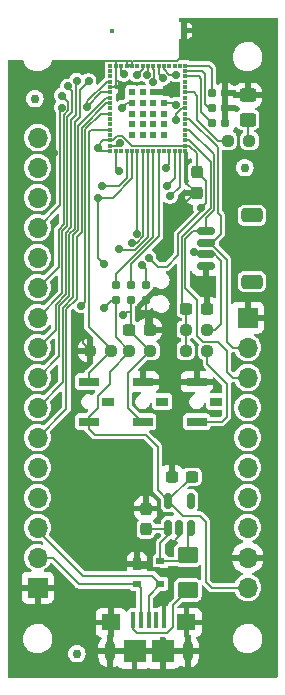
<source format=gbr>
%TF.GenerationSoftware,KiCad,Pcbnew,7.0.2*%
%TF.CreationDate,2024-02-26T12:12:44+02:00*%
%TF.ProjectId,STM32_EVB,53544d33-325f-4455-9642-2e6b69636164,01*%
%TF.SameCoordinates,Original*%
%TF.FileFunction,Copper,L1,Top*%
%TF.FilePolarity,Positive*%
%FSLAX46Y46*%
G04 Gerber Fmt 4.6, Leading zero omitted, Abs format (unit mm)*
G04 Created by KiCad (PCBNEW 7.0.2) date 2024-02-26 12:12:44*
%MOMM*%
%LPD*%
G01*
G04 APERTURE LIST*
G04 Aperture macros list*
%AMRoundRect*
0 Rectangle with rounded corners*
0 $1 Rounding radius*
0 $2 $3 $4 $5 $6 $7 $8 $9 X,Y pos of 4 corners*
0 Add a 4 corners polygon primitive as box body*
4,1,4,$2,$3,$4,$5,$6,$7,$8,$9,$2,$3,0*
0 Add four circle primitives for the rounded corners*
1,1,$1+$1,$2,$3*
1,1,$1+$1,$4,$5*
1,1,$1+$1,$6,$7*
1,1,$1+$1,$8,$9*
0 Add four rect primitives between the rounded corners*
20,1,$1+$1,$2,$3,$4,$5,0*
20,1,$1+$1,$4,$5,$6,$7,0*
20,1,$1+$1,$6,$7,$8,$9,0*
20,1,$1+$1,$8,$9,$2,$3,0*%
G04 Aperture macros list end*
%TA.AperFunction,SMDPad,CuDef*%
%ADD10RoundRect,0.237500X0.250000X0.237500X-0.250000X0.237500X-0.250000X-0.237500X0.250000X-0.237500X0*%
%TD*%
%TA.AperFunction,SMDPad,CuDef*%
%ADD11RoundRect,0.150000X0.150000X-0.512500X0.150000X0.512500X-0.150000X0.512500X-0.150000X-0.512500X0*%
%TD*%
%TA.AperFunction,SMDPad,CuDef*%
%ADD12R,0.700000X1.000000*%
%TD*%
%TA.AperFunction,SMDPad,CuDef*%
%ADD13R,0.700000X0.600000*%
%TD*%
%TA.AperFunction,SMDPad,CuDef*%
%ADD14RoundRect,0.250001X0.624999X-0.462499X0.624999X0.462499X-0.624999X0.462499X-0.624999X-0.462499X0*%
%TD*%
%TA.AperFunction,SMDPad,CuDef*%
%ADD15RoundRect,0.150000X0.625000X-0.150000X0.625000X0.150000X-0.625000X0.150000X-0.625000X-0.150000X0*%
%TD*%
%TA.AperFunction,SMDPad,CuDef*%
%ADD16RoundRect,0.250000X0.650000X-0.350000X0.650000X0.350000X-0.650000X0.350000X-0.650000X-0.350000X0*%
%TD*%
%TA.AperFunction,SMDPad,CuDef*%
%ADD17RoundRect,0.237500X-0.250000X-0.237500X0.250000X-0.237500X0.250000X0.237500X-0.250000X0.237500X0*%
%TD*%
%TA.AperFunction,SMDPad,CuDef*%
%ADD18C,0.750000*%
%TD*%
%TA.AperFunction,SMDPad,CuDef*%
%ADD19RoundRect,0.237500X-0.237500X0.300000X-0.237500X-0.300000X0.237500X-0.300000X0.237500X0.300000X0*%
%TD*%
%TA.AperFunction,SMDPad,CuDef*%
%ADD20RoundRect,0.237500X-0.300000X-0.237500X0.300000X-0.237500X0.300000X0.237500X-0.300000X0.237500X0*%
%TD*%
%TA.AperFunction,SMDPad,CuDef*%
%ADD21RoundRect,0.155000X0.212500X0.155000X-0.212500X0.155000X-0.212500X-0.155000X0.212500X-0.155000X0*%
%TD*%
%TA.AperFunction,SMDPad,CuDef*%
%ADD22RoundRect,0.237500X0.300000X0.237500X-0.300000X0.237500X-0.300000X-0.237500X0.300000X-0.237500X0*%
%TD*%
%TA.AperFunction,SMDPad,CuDef*%
%ADD23R,1.700000X0.800000*%
%TD*%
%TA.AperFunction,SMDPad,CuDef*%
%ADD24R,1.100000X0.800000*%
%TD*%
%TA.AperFunction,ConnectorPad*%
%ADD25C,0.787400*%
%TD*%
%TA.AperFunction,SMDPad,CuDef*%
%ADD26R,0.350000X0.350000*%
%TD*%
%TA.AperFunction,SMDPad,CuDef*%
%ADD27R,0.350000X0.300000*%
%TD*%
%TA.AperFunction,SMDPad,CuDef*%
%ADD28R,0.300000X0.350000*%
%TD*%
%TA.AperFunction,SMDPad,CuDef*%
%ADD29R,0.600000X0.600000*%
%TD*%
%TA.AperFunction,SMDPad,CuDef*%
%ADD30R,0.430000X0.430000*%
%TD*%
%TA.AperFunction,SMDPad,CuDef*%
%ADD31RoundRect,0.250000X-0.450000X0.325000X-0.450000X-0.325000X0.450000X-0.325000X0.450000X0.325000X0*%
%TD*%
%TA.AperFunction,SMDPad,CuDef*%
%ADD32RoundRect,0.155000X-0.212500X-0.155000X0.212500X-0.155000X0.212500X0.155000X-0.212500X0.155000X0*%
%TD*%
%TA.AperFunction,ComponentPad*%
%ADD33R,1.700000X1.700000*%
%TD*%
%TA.AperFunction,ComponentPad*%
%ADD34O,1.700000X1.700000*%
%TD*%
%TA.AperFunction,SMDPad,CuDef*%
%ADD35R,0.400000X1.350000*%
%TD*%
%TA.AperFunction,SMDPad,CuDef*%
%ADD36R,1.600000X1.400000*%
%TD*%
%TA.AperFunction,SMDPad,CuDef*%
%ADD37R,1.900000X1.900000*%
%TD*%
%TA.AperFunction,ComponentPad*%
%ADD38O,0.900000X1.800000*%
%TD*%
%TA.AperFunction,ViaPad*%
%ADD39C,0.700000*%
%TD*%
%TA.AperFunction,Conductor*%
%ADD40C,0.150000*%
%TD*%
%TA.AperFunction,Conductor*%
%ADD41C,0.200000*%
%TD*%
G04 APERTURE END LIST*
D10*
%TO.P,R4,1*%
%TO.N,Net-(S3-NO)*%
X103274500Y-73914000D03*
%TO.P,R4,2*%
%TO.N,/BUTT_1*%
X101449500Y-73914000D03*
%TD*%
D11*
%TO.P,U1,1,VIN*%
%TO.N,/V_USB*%
X99954000Y-88900000D03*
%TO.P,U1,2,GND*%
%TO.N,GND*%
X100904000Y-88900000D03*
%TO.P,U1,3,EN*%
%TO.N,/V_USB*%
X101854000Y-88900000D03*
%TO.P,U1,4,NC*%
%TO.N,unconnected-(U1-NC-Pad4)*%
X101854000Y-86625000D03*
%TO.P,U1,5,VOUT*%
%TO.N,+3.3V*%
X99954000Y-86625000D03*
%TD*%
D10*
%TO.P,R5,1*%
%TO.N,Net-(D2-A)*%
X106830500Y-56134000D03*
%TO.P,R5,2*%
%TO.N,/LED_USER*%
X105005500Y-56134000D03*
%TD*%
D12*
%TO.P,D1,1,GND*%
%TO.N,GND*%
X97298000Y-91960000D03*
D13*
%TO.P,D1,2,I/O1*%
%TO.N,/USB_N*%
X97298000Y-93660000D03*
%TO.P,D1,3,I/O2*%
%TO.N,/USB_P*%
X99298000Y-93660000D03*
%TO.P,D1,4,VCC*%
%TO.N,/V_USB*%
X99298000Y-91760000D03*
%TD*%
D14*
%TO.P,F1,1,1*%
%TO.N,Net-(J2-VUSB)*%
X101600000Y-94197500D03*
%TO.P,F1,2,2*%
%TO.N,/V_USB*%
X101600000Y-91222500D03*
%TD*%
D10*
%TO.P,R2,1*%
%TO.N,+3.3V*%
X103274500Y-72136000D03*
%TO.P,R2,2*%
%TO.N,/BUTT_1*%
X101449500Y-72136000D03*
%TD*%
D15*
%TO.P,J1,1,GND*%
%TO.N,GND*%
X103156000Y-66778000D03*
%TO.P,J1,2,VCC*%
%TO.N,+3.3V*%
X103156000Y-65778000D03*
%TO.P,J1,3,SDA*%
%TO.N,/I2C3_SDA1*%
X103156000Y-64778000D03*
%TO.P,J1,4,SCL*%
%TO.N,/I2C3_SCL1*%
X103156000Y-63778000D03*
D16*
%TO.P,J1,MP*%
%TO.N,N/C*%
X107031000Y-68078000D03*
X107031000Y-62478000D03*
%TD*%
D17*
%TO.P,R3,1*%
%TO.N,+3.3V*%
X96623500Y-73914000D03*
%TO.P,R3,2*%
%TO.N,/~{RST}*%
X98448500Y-73914000D03*
%TD*%
D18*
%TO.P,FID1,*%
%TO.N,*%
X88646000Y-52578000D03*
%TD*%
D19*
%TO.P,C1,1*%
%TO.N,+3.3V*%
X102362000Y-58827500D03*
%TO.P,C1,2*%
%TO.N,GND*%
X102362000Y-60552500D03*
%TD*%
D20*
%TO.P,C3,1*%
%TO.N,/~{RST}*%
X96673500Y-72136000D03*
%TO.P,C3,2*%
%TO.N,GND*%
X98398500Y-72136000D03*
%TD*%
D18*
%TO.P,FID3,*%
%TO.N,*%
X92202000Y-99568000D03*
%TD*%
D21*
%TO.P,C6,1*%
%TO.N,GND*%
X104767000Y-54610000D03*
%TO.P,C6,2*%
%TO.N,Net-(MD1B-PC5)*%
X103632000Y-54610000D03*
%TD*%
D18*
%TO.P,FID2,*%
%TO.N,*%
X106426000Y-58420000D03*
%TD*%
D22*
%TO.P,C2,1*%
%TO.N,GND*%
X103224500Y-70358000D03*
%TO.P,C2,2*%
%TO.N,/BUTT_1*%
X101499500Y-70358000D03*
%TD*%
D23*
%TO.P,S3,1,COM*%
%TO.N,GND*%
X102362000Y-76540000D03*
%TO.P,S3,2,NO*%
%TO.N,Net-(S3-NO)*%
X102362000Y-79940000D03*
D24*
%TO.P,S3,3,3*%
%TO.N,unconnected-(S3-Pad3)*%
X104012000Y-78240000D03*
%TD*%
D21*
%TO.P,C5,1*%
%TO.N,GND*%
X104767000Y-53340000D03*
%TO.P,C5,2*%
%TO.N,Net-(MD1B-PB11)*%
X103632000Y-53340000D03*
%TD*%
D23*
%TO.P,S1,1,COM*%
%TO.N,/BOOT0*%
X93218000Y-76540000D03*
%TO.P,S1,2,NO*%
%TO.N,+3.3V*%
X93218000Y-79940000D03*
D24*
%TO.P,S1,3,3*%
%TO.N,unconnected-(S1-Pad3)*%
X94868000Y-78240000D03*
%TD*%
D20*
%TO.P,C8,1*%
%TO.N,GND*%
X100241000Y-84593000D03*
%TO.P,C8,2*%
%TO.N,+3.3V*%
X101966000Y-84593000D03*
%TD*%
D19*
%TO.P,C7,1*%
%TO.N,GND*%
X98055500Y-87286500D03*
%TO.P,C7,2*%
%TO.N,/V_USB*%
X98055500Y-89011500D03*
%TD*%
D23*
%TO.P,S2,1,COM*%
%TO.N,GND*%
X97790000Y-76540000D03*
%TO.P,S2,2,NO*%
%TO.N,/~{RST}*%
X97790000Y-79940000D03*
D24*
%TO.P,S2,3,3*%
%TO.N,unconnected-(S2-Pad3)*%
X99440000Y-78240000D03*
%TD*%
D25*
%TO.P,J3,1,VCC*%
%TO.N,+3.3V*%
X95504000Y-69596000D03*
%TO.P,J3,2,SWDIO*%
%TO.N,/SWDIO*%
X95504000Y-68326000D03*
%TO.P,J3,3,~{RESET}*%
%TO.N,/~{RST}*%
X96774000Y-69596000D03*
%TO.P,J3,4,SWCLK*%
%TO.N,/SWDCLK*%
X96774000Y-68326000D03*
%TO.P,J3,5,GND*%
%TO.N,GND*%
X98044000Y-69596000D03*
%TO.P,J3,6,SWO*%
%TO.N,/UART_RTS {slash} SWO*%
X98044000Y-68326000D03*
%TD*%
D26*
%TO.P,MD1,1,PA2*%
%TO.N,unconnected-(MD1B-PA2-Pad1)*%
X95065000Y-49784000D03*
D27*
%TO.P,MD1,2,PA1*%
%TO.N,unconnected-(MD1B-PA1-Pad2)*%
X95065000Y-50259000D03*
%TO.P,MD1,3,PA0*%
%TO.N,unconnected-(MD1B-PA0-Pad3)*%
X95065000Y-50709000D03*
%TO.P,MD1,4,VREF+*%
%TO.N,+3.3V*%
X95065000Y-51159000D03*
%TO.P,MD1,5,VSS*%
%TO.N,GND*%
X95065000Y-51609000D03*
%TO.P,MD1,6,VDDA*%
%TO.N,+3.3V*%
X95065000Y-52059000D03*
%TO.P,MD1,7,PC3*%
%TO.N,/A1{slash}PC3*%
X95065000Y-52509000D03*
%TO.P,MD1,8,PC2*%
%TO.N,/A0{slash}PC2*%
X95065000Y-52959000D03*
%TO.P,MD1,9,PC1*%
%TO.N,unconnected-(MD1B-PC1-Pad9)*%
X95065000Y-53409000D03*
%TO.P,MD1,10,~{RST}*%
%TO.N,/~{RST}*%
X95065000Y-53859000D03*
%TO.P,MD1,11,PB9*%
%TO.N,unconnected-(MD1B-PB9-Pad11)*%
X95065000Y-54309000D03*
%TO.P,MD1,12,PC0*%
%TO.N,unconnected-(MD1B-PC0-Pad12)*%
X95065000Y-54759000D03*
%TO.P,MD1,13,PH3-BOOT0*%
%TO.N,/BOOT0*%
X95065000Y-55209000D03*
%TO.P,MD1,14,PB8*%
%TO.N,unconnected-(MD1B-PB8-Pad14)*%
X95065000Y-55659000D03*
%TO.P,MD1,15,VBAT*%
%TO.N,+3.3V*%
X95065000Y-56109000D03*
%TO.P,MD1,16,VSS_SMPS*%
%TO.N,GND*%
X95065000Y-56559000D03*
D26*
%TO.P,MD1,17,VDD_SMPS*%
%TO.N,+3.3V*%
X95065000Y-57034000D03*
D28*
%TO.P,MD1,18,PB7_SDA0*%
%TO.N,/I2C1_SDA*%
X95540001Y-57034000D03*
%TO.P,MD1,19,PB5_COPI*%
%TO.N,unconnected-(MD1B-PB5_COPI-Pad19)*%
X95990001Y-57034000D03*
%TO.P,MD1,20,PB4_NJTRST_CIPO*%
%TO.N,/UART_CTS*%
X96440001Y-57034000D03*
%TO.P,MD1,21,PB3_JTDO_SCLK*%
%TO.N,/UART_RTS {slash} SWO*%
X96890001Y-57034000D03*
%TO.P,MD1,22,PC10*%
%TO.N,/D1{slash}PC10*%
X97340001Y-57034000D03*
%TO.P,MD1,23,PC11*%
%TO.N,/D2{slash}PC11*%
X97790001Y-57034000D03*
%TO.P,MD1,24,PC12*%
%TO.N,/D3{slash}PC12*%
X98240001Y-57034000D03*
%TO.P,MD1,25,PA13_JTMS_SWDIO*%
%TO.N,/SWDIO*%
X98690001Y-57034000D03*
%TO.P,MD1,26,PA14_JTCK_SWCLK*%
%TO.N,/SWDCLK*%
X99140001Y-57034000D03*
%TO.P,MD1,27,PA15_JTDI*%
%TO.N,unconnected-(MD1B-PA15_JTDI-Pad27)*%
X99590001Y-57034000D03*
%TO.P,MD1,28,PA10_RX*%
%TO.N,/RX*%
X100040001Y-57034000D03*
%TO.P,MD1,29,PA12_USBP*%
%TO.N,/USB_P*%
X100490001Y-57034000D03*
%TO.P,MD1,30,PA11_USBN*%
%TO.N,/USB_N*%
X100940001Y-57034000D03*
D26*
%TO.P,MD1,31,VSS*%
%TO.N,GND*%
X101415000Y-57034000D03*
D27*
%TO.P,MD1,32,VDD_USB*%
%TO.N,+3.3V*%
X101415000Y-56559000D03*
%TO.P,MD1,33,PD0*%
%TO.N,/BUTT_1*%
X101415000Y-56109000D03*
%TO.P,MD1,34,PD1*%
%TO.N,unconnected-(MD1B-PD1-Pad34)*%
X101415000Y-55659000D03*
%TO.P,MD1,35,PB13*%
%TO.N,/I2C3_SCL1*%
X101415000Y-55209000D03*
%TO.P,MD1,36,PC6*%
%TO.N,unconnected-(MD1B-PC6-Pad36)*%
X101415000Y-54759000D03*
%TO.P,MD1,37,PB14*%
%TO.N,/I2C3_SDA1*%
X101415000Y-54309000D03*
%TO.P,MD1,38,PB15*%
%TO.N,unconnected-(MD1B-PB15-Pad38)*%
X101415000Y-53859000D03*
%TO.P,MD1,39,PB6_SCL0*%
%TO.N,/I2C1_SCL*%
X101415000Y-53409000D03*
%TO.P,MD1,40,PC13*%
%TO.N,unconnected-(MD1B-PC13-Pad40)*%
X101415000Y-52959000D03*
%TO.P,MD1,41,PB12*%
%TO.N,unconnected-(MD1B-PB12-Pad41)*%
X101415000Y-52509000D03*
%TO.P,MD1,42,PE4*%
%TO.N,/LED_USER*%
X101415000Y-52059000D03*
%TO.P,MD1,43,NC*%
%TO.N,unconnected-(MD1A-NC-Pad43)*%
X101415000Y-51609000D03*
%TO.P,MD1,44,NC*%
%TO.N,unconnected-(MD1A-NC-Pad44)*%
X101415000Y-51159000D03*
%TO.P,MD1,45,PC5*%
%TO.N,Net-(MD1B-PC5)*%
X101415000Y-50709000D03*
%TO.P,MD1,46,PB11*%
%TO.N,Net-(MD1B-PB11)*%
X101415000Y-50259000D03*
D26*
%TO.P,MD1,47,PB10*%
%TO.N,Net-(MD1B-PB10)*%
X101415000Y-49784000D03*
D28*
%TO.P,MD1,48,PB2*%
%TO.N,unconnected-(MD1B-PB2-Pad48)*%
X100940000Y-49784000D03*
%TO.P,MD1,49,PC4*%
%TO.N,unconnected-(MD1B-PC4-Pad49)*%
X100490000Y-49784000D03*
%TO.P,MD1,50,PA8*%
%TO.N,unconnected-(MD1B-PA8-Pad50)*%
X100040000Y-49784000D03*
%TO.P,MD1,51,PA9_TX*%
%TO.N,/TX*%
X99590000Y-49784000D03*
%TO.P,MD1,52,PA7*%
%TO.N,/SPI_PICO*%
X99140000Y-49784000D03*
%TO.P,MD1,53,PA6*%
%TO.N,/SPI_POCI*%
X98690000Y-49784000D03*
%TO.P,MD1,54,PA5*%
%TO.N,/SPI_SCK*%
X98240000Y-49784000D03*
%TO.P,MD1,55,PA4*%
%TO.N,/SPI_~{CS}*%
X97790000Y-49784000D03*
%TO.P,MD1,56,PA3*%
%TO.N,unconnected-(MD1B-PA3-Pad56)*%
X97340000Y-49784000D03*
%TO.P,MD1,57,VSS*%
%TO.N,GND*%
X96890000Y-49784000D03*
%TO.P,MD1,58,ANT_IN*%
X96440000Y-49784000D03*
%TO.P,MD1,59,RF_OUT*%
%TO.N,Net-(JP1-A)*%
X95990000Y-49784000D03*
%TO.P,MD1,60,VSS*%
%TO.N,GND*%
X95540000Y-49784000D03*
D29*
%TO.P,MD1,62,PH1*%
%TO.N,unconnected-(MD1B-PH1-Pad62)*%
X96890000Y-52059000D03*
%TO.P,MD1,63,PD14*%
%TO.N,/PWM0*%
X96890000Y-52959000D03*
%TO.P,MD1,64,PE1*%
%TO.N,unconnected-(MD1B-PE1-Pad64)*%
X96890000Y-53859000D03*
%TO.P,MD1,65,PD13*%
%TO.N,unconnected-(MD1B-PD13-Pad65)*%
X96890000Y-54759000D03*
%TO.P,MD1,66,PD12*%
%TO.N,unconnected-(MD1B-PD12-Pad66)*%
X96890000Y-55659000D03*
%TO.P,MD1,67,PD7*%
%TO.N,unconnected-(MD1B-PD7-Pad67)*%
X97790000Y-55659000D03*
%TO.P,MD1,68,PD2*%
%TO.N,unconnected-(MD1B-PD2-Pad68)*%
X98690000Y-55659000D03*
%TO.P,MD1,69,PC9*%
%TO.N,unconnected-(MD1B-PC9-Pad69)*%
X99590000Y-55659000D03*
%TO.P,MD1,70,PD3*%
%TO.N,unconnected-(MD1B-PD3-Pad70)*%
X99590000Y-54759000D03*
%TO.P,MD1,71,PC7*%
%TO.N,unconnected-(MD1B-PC7-Pad71)*%
X99590000Y-53859000D03*
%TO.P,MD1,72,PE3*%
%TO.N,/D0{slash}PE3*%
X99590000Y-52959000D03*
%TO.P,MD1,77,PD10*%
%TO.N,unconnected-(MD1B-PD10-Pad77)*%
X97790000Y-52059000D03*
%TO.P,MD1,78,PE2*%
%TO.N,unconnected-(MD1B-PE2-Pad78)*%
X97790000Y-52959000D03*
%TO.P,MD1,79,PE0*%
%TO.N,unconnected-(MD1B-PE0-Pad79)*%
X97790000Y-53859000D03*
%TO.P,MD1,80,PD5*%
%TO.N,unconnected-(MD1B-PD5-Pad80)*%
X97790000Y-54759000D03*
%TO.P,MD1,81,PD6*%
%TO.N,unconnected-(MD1B-PD6-Pad81)*%
X98690000Y-54759000D03*
%TO.P,MD1,82,PD11*%
%TO.N,unconnected-(MD1B-PD11-Pad82)*%
X98690000Y-53859000D03*
%TO.P,MD1,83,PC8*%
%TO.N,unconnected-(MD1B-PC8-Pad83)*%
X98690000Y-52959000D03*
%TO.P,MD1,84,VSS*%
%TO.N,GND*%
X98690000Y-52059000D03*
D30*
%TO.P,MD1,85,ANT_NC*%
%TO.N,unconnected-(MD1A-ANT_NC-Pad85)*%
X95190000Y-46824000D03*
%TO.P,MD1,86,VSS*%
%TO.N,GND*%
X101290000Y-46824000D03*
%TD*%
D31*
%TO.P,D2,1,K*%
%TO.N,GND*%
X106680000Y-52306001D03*
%TO.P,D2,2,A*%
%TO.N,Net-(D2-A)*%
X106680000Y-54356001D03*
%TD*%
D32*
%TO.P,C4,1*%
%TO.N,Net-(MD1B-PB10)*%
X103632000Y-52070000D03*
%TO.P,C4,2*%
%TO.N,GND*%
X104767000Y-52070000D03*
%TD*%
D10*
%TO.P,R1,1*%
%TO.N,/BOOT0*%
X95146500Y-73914000D03*
%TO.P,R1,2*%
%TO.N,GND*%
X93321500Y-73914000D03*
%TD*%
D33*
%TO.P,J5,1,Pin_1*%
%TO.N,GND*%
X88900000Y-93980000D03*
D34*
%TO.P,J5,2,Pin_2*%
%TO.N,/USB_N*%
X88900000Y-91440000D03*
%TO.P,J5,3,Pin_3*%
%TO.N,/USB_P*%
X88900000Y-88900000D03*
%TO.P,J5,4,Pin_4*%
%TO.N,/I2C1_SCL*%
X88900000Y-86360000D03*
%TO.P,J5,5,Pin_5*%
%TO.N,/I2C1_SDA*%
X88900000Y-83820000D03*
%TO.P,J5,6,Pin_6*%
%TO.N,/A0{slash}PC2*%
X88900000Y-81280000D03*
%TO.P,J5,7,Pin_7*%
%TO.N,/A1{slash}PC3*%
X88900000Y-78740000D03*
%TO.P,J5,8,Pin_8*%
%TO.N,/SPI_~{CS}*%
X88900000Y-76200000D03*
%TO.P,J5,9,Pin_9*%
%TO.N,/SPI_SCK*%
X88900000Y-73660000D03*
%TO.P,J5,10,Pin_10*%
%TO.N,/SPI_POCI*%
X88900000Y-71120000D03*
%TO.P,J5,11,Pin_11*%
%TO.N,/SPI_PICO*%
X88900000Y-68580000D03*
%TO.P,J5,12,Pin_12*%
%TO.N,/RX*%
X88900000Y-66040000D03*
%TO.P,J5,13,Pin_13*%
%TO.N,/TX*%
X88900000Y-63500000D03*
%TO.P,J5,14,Pin_14*%
%TO.N,/UART_RTS {slash} SWO*%
X88900000Y-60960000D03*
%TO.P,J5,15,Pin_15*%
%TO.N,/UART_CTS*%
X88900000Y-58420000D03*
%TO.P,J5,16,Pin_16*%
%TO.N,+3.3V*%
X88900000Y-55880000D03*
%TD*%
D35*
%TO.P,J2,1,VUSB*%
%TO.N,Net-(J2-VUSB)*%
X96998000Y-96710500D03*
%TO.P,J2,2,D-*%
%TO.N,/USB_N*%
X97648000Y-96710500D03*
%TO.P,J2,3,D+*%
%TO.N,/USB_P*%
X98298000Y-96710500D03*
%TO.P,J2,4,ID*%
%TO.N,unconnected-(J2-ID-Pad4)*%
X98948000Y-96710500D03*
%TO.P,J2,5,GND*%
%TO.N,GND*%
X99598000Y-96710500D03*
D36*
%TO.P,J2,S1,SHIELD*%
X95098000Y-96935500D03*
%TO.P,J2,S2,SHIELD*%
X101498000Y-96935500D03*
D37*
%TO.P,J2,S3,SHIELD*%
X99498000Y-99385500D03*
%TO.P,J2,S4,SHIELD*%
X97098000Y-99385500D03*
D38*
%TO.P,J2,S5,SHIELD*%
X94998000Y-99385500D03*
%TO.P,J2,S6,SHIELD*%
X101598000Y-99385500D03*
%TD*%
D33*
%TO.P,J4,1,Pin_1*%
%TO.N,GND*%
X106680000Y-71120000D03*
D34*
%TO.P,J4,2,Pin_2*%
%TO.N,/I2C3_SDA1*%
X106680000Y-73660000D03*
%TO.P,J4,3,Pin_3*%
%TO.N,/I2C3_SCL1*%
X106680000Y-76200000D03*
%TO.P,J4,4,Pin_4*%
%TO.N,/PWM0*%
X106680000Y-78740000D03*
%TO.P,J4,5,Pin_5*%
%TO.N,/D0{slash}PE3*%
X106680000Y-81280000D03*
%TO.P,J4,6,Pin_6*%
%TO.N,/D1{slash}PC10*%
X106680000Y-83820000D03*
%TO.P,J4,7,Pin_7*%
%TO.N,/D2{slash}PC11*%
X106680000Y-86360000D03*
%TO.P,J4,8,Pin_8*%
%TO.N,/D3{slash}PC12*%
X106680000Y-88900000D03*
%TO.P,J4,9,Pin_9*%
%TO.N,GND*%
X106680000Y-91440000D03*
%TO.P,J4,10,Pin_10*%
%TO.N,+3.3V*%
X106680000Y-93980000D03*
%TD*%
D39*
%TO.N,+3.3V*%
X93080500Y-53265072D03*
X93980000Y-56779500D03*
X98298000Y-66040000D03*
X94488000Y-70291500D03*
X102717767Y-61823767D03*
X102104500Y-65532000D03*
%TO.N,GND*%
X96266000Y-90932000D03*
X108458000Y-75692000D03*
X87122000Y-61976000D03*
X108458000Y-64516000D03*
X94742000Y-83312000D03*
X87122000Y-75692000D03*
X103632000Y-46482000D03*
X104648000Y-50546000D03*
X108458000Y-53086000D03*
X87122000Y-58928000D03*
X105410000Y-60706000D03*
X108458000Y-56134000D03*
X94742000Y-87884000D03*
X99314000Y-81026000D03*
X105410000Y-64516000D03*
X87122000Y-97028000D03*
X96266000Y-84836000D03*
X92710000Y-72644000D03*
X97790000Y-81788000D03*
X87122000Y-87884000D03*
X87122000Y-81788000D03*
X108458000Y-46482000D03*
X93472000Y-49784000D03*
X87122000Y-72644000D03*
X93218000Y-89408000D03*
X108458000Y-84836000D03*
X108458000Y-81788000D03*
X106934000Y-46482000D03*
X108458000Y-95504000D03*
X97790000Y-84836000D03*
X103886000Y-95504000D03*
X108458000Y-78740000D03*
X108458000Y-80264000D03*
X93218000Y-100838000D03*
X108458000Y-92456000D03*
X87122000Y-90932000D03*
X94742000Y-89408000D03*
X94742000Y-90932000D03*
X87122000Y-84836000D03*
X93218000Y-97028000D03*
X87122000Y-51308000D03*
X95839332Y-56359499D03*
X93218000Y-90932000D03*
X87122000Y-80264000D03*
X91694000Y-100838000D03*
X108458000Y-89408000D03*
X100330000Y-62484000D03*
X108458000Y-72644000D03*
X93218000Y-98552000D03*
X87122000Y-92456000D03*
X97790000Y-83312000D03*
X104394000Y-87884000D03*
X96266000Y-87884000D03*
X106934000Y-100838000D03*
X87122000Y-100838000D03*
X103886000Y-100838000D03*
X87122000Y-74168000D03*
X108458000Y-87884000D03*
X108458000Y-57658000D03*
X93218000Y-81788000D03*
X104394000Y-92456000D03*
X87122000Y-86360000D03*
X87122000Y-83312000D03*
X108458000Y-66040000D03*
X96266000Y-86360000D03*
X96266000Y-89408000D03*
X106934000Y-64516000D03*
X87122000Y-93980000D03*
X91694000Y-95504000D03*
X104394000Y-89408000D03*
X87122000Y-54356000D03*
X87122000Y-68072000D03*
X87122000Y-52832000D03*
X87122000Y-60452000D03*
X103124000Y-68326000D03*
X93218000Y-87884000D03*
X93218000Y-83312000D03*
X108458000Y-51562000D03*
X91694000Y-97028000D03*
X108458000Y-97028000D03*
X108458000Y-93980000D03*
X87122000Y-77216000D03*
X94742000Y-84836000D03*
X93218000Y-95504000D03*
X108458000Y-77216000D03*
X94742000Y-86360000D03*
X108458000Y-74168000D03*
X108458000Y-60706000D03*
X90170000Y-100838000D03*
X90243500Y-57150000D03*
X91948000Y-49784000D03*
X93218000Y-86360000D03*
X88646000Y-100838000D03*
X108458000Y-71120000D03*
X87122000Y-65024000D03*
X87122000Y-66548000D03*
X108458000Y-86360000D03*
X87122000Y-63500000D03*
X100584000Y-51562000D03*
X108458000Y-69596000D03*
X87122000Y-89408000D03*
X100076000Y-90424000D03*
X106934000Y-66040000D03*
X104394000Y-90932000D03*
X87122000Y-71120000D03*
X99568000Y-66040000D03*
X108458000Y-54610000D03*
X96266000Y-81788000D03*
X108458000Y-90932000D03*
X103886000Y-97028000D03*
X93218000Y-84836000D03*
X108458000Y-59182000D03*
X87122000Y-57404000D03*
X94742000Y-81788000D03*
X87122000Y-55880000D03*
X105410000Y-46482000D03*
X87122000Y-78740000D03*
X105410000Y-100838000D03*
X103886000Y-98552000D03*
X106934000Y-60706000D03*
X89916000Y-51562000D03*
X96266000Y-83312000D03*
X108458000Y-83312000D03*
X87122000Y-95504000D03*
X87122000Y-69596000D03*
X108458000Y-100838000D03*
%TO.N,/~{RST}*%
X92593500Y-70104000D03*
X96128500Y-70866000D03*
%TO.N,/USB_N*%
X100122259Y-60844777D03*
%TO.N,/USB_P*%
X99822000Y-59944000D03*
%TO.N,/I2C1_SDA*%
X95758000Y-58674000D03*
%TO.N,/I2C1_SCL*%
X100584000Y-54356000D03*
%TO.N,/UART_RTS {slash} SWO*%
X97699559Y-66642928D03*
X93980000Y-60960000D03*
X94488000Y-66548000D03*
%TO.N,/PWM0*%
X96078500Y-53340000D03*
%TO.N,/UART_CTS*%
X94371500Y-59944000D03*
%TO.N,/RX*%
X99764501Y-58420000D03*
%TO.N,/TX*%
X100584000Y-50546000D03*
X90932000Y-53340000D03*
%TO.N,/SPI_PICO*%
X99508515Y-50839982D03*
X90932000Y-52324000D03*
%TO.N,/SPI_POCI*%
X91440000Y-51541500D03*
X98673182Y-51200399D03*
%TO.N,/SPI_SCK*%
X98131503Y-50546000D03*
X92202000Y-51054000D03*
%TO.N,/SPI_~{CS}*%
X93218000Y-51071222D03*
X97282000Y-50546000D03*
%TO.N,Net-(JP1-A)*%
X96176834Y-50496722D03*
%TO.N,/D3{slash}PC12*%
X95758000Y-65320719D03*
%TO.N,/D2{slash}PC11*%
X96892943Y-64828228D03*
%TO.N,/D0{slash}PE3*%
X100584000Y-53086000D03*
%TO.N,/D1{slash}PC10*%
X97282000Y-64008000D03*
%TD*%
D40*
%TO.N,+3.3V*%
X98298000Y-66040000D02*
X99060000Y-66802000D01*
X93080500Y-53265072D02*
X93080500Y-52818500D01*
X103632000Y-93980000D02*
X106680000Y-93980000D01*
X95065000Y-52059000D02*
X94286572Y-52059000D01*
X103124000Y-88392000D02*
X103124000Y-93472000D01*
X93980000Y-56779500D02*
X93980000Y-56559146D01*
X103124000Y-93472000D02*
X103632000Y-93980000D01*
X102362000Y-58827500D02*
X103124000Y-59589500D01*
X103624000Y-65524000D02*
X104394000Y-66294000D01*
X103886000Y-72136000D02*
X103274500Y-72136000D01*
X99060000Y-85731000D02*
X99060000Y-82042000D01*
X93218000Y-80518000D02*
X93218000Y-79940000D01*
X95504000Y-72794500D02*
X95504000Y-69596000D01*
X104394000Y-66294000D02*
X104394000Y-71628000D01*
X103124000Y-59589500D02*
X103124000Y-60452000D01*
X96623500Y-74064500D02*
X96623500Y-73914000D01*
X93980000Y-56559146D02*
X94430146Y-56109000D01*
X99954000Y-86625000D02*
X99954000Y-86605000D01*
X102104500Y-65532000D02*
X102350500Y-65778000D01*
X95183500Y-69596000D02*
X94488000Y-70291500D01*
X99954000Y-86625000D02*
X99060000Y-85731000D01*
X99822000Y-66802000D02*
X100792000Y-65832000D01*
X93980000Y-78740000D02*
X93980000Y-77728000D01*
X96623500Y-73914000D02*
X95504000Y-72794500D01*
X95065000Y-56109000D02*
X95277365Y-56109000D01*
X99954000Y-86605000D02*
X101966000Y-84593000D01*
X102350500Y-65778000D02*
X103156000Y-65778000D01*
X101740000Y-56559000D02*
X102362000Y-57181000D01*
X95277365Y-56109000D02*
X95601366Y-55784999D01*
X103156000Y-65524000D02*
X103624000Y-65524000D01*
X96851299Y-56559000D02*
X101415000Y-56559000D01*
X99060000Y-82042000D02*
X98044000Y-81026000D01*
X99060000Y-66802000D02*
X99822000Y-66802000D01*
X103124000Y-60452000D02*
X103124000Y-61417534D01*
X100792000Y-65832000D02*
X100792000Y-64054000D01*
X94996000Y-75692000D02*
X96623500Y-74064500D01*
X103124000Y-61417534D02*
X102717767Y-61823767D01*
X93080500Y-52818500D02*
X94740000Y-51159000D01*
X94488000Y-77220000D02*
X94488000Y-77216000D01*
X99954000Y-86625000D02*
X101213000Y-87884000D01*
X93726000Y-81026000D02*
X93218000Y-80518000D01*
X93218000Y-79502000D02*
X93980000Y-78740000D01*
X104394000Y-71628000D02*
X103886000Y-72136000D01*
X98044000Y-81026000D02*
X93726000Y-81026000D01*
X100792000Y-64054000D02*
X102717767Y-62128233D01*
X93218000Y-79940000D02*
X93218000Y-79502000D01*
X95065000Y-56109000D02*
X94430146Y-56109000D01*
X93980000Y-77728000D02*
X94488000Y-77220000D01*
X94996000Y-76708000D02*
X94996000Y-75692000D01*
X96077298Y-55784999D02*
X96851299Y-56559000D01*
X101213000Y-87884000D02*
X102616000Y-87884000D01*
X94286572Y-52059000D02*
X93080500Y-53265072D01*
X95065000Y-57034000D02*
X94234500Y-57034000D01*
X94740000Y-51159000D02*
X95065000Y-51159000D01*
X94488000Y-77216000D02*
X94996000Y-76708000D01*
X94234500Y-57034000D02*
X93980000Y-56779500D01*
X102616000Y-87884000D02*
X103124000Y-88392000D01*
X101415000Y-56559000D02*
X101740000Y-56559000D01*
X102362000Y-57181000D02*
X102362000Y-58827500D01*
X102717767Y-62128233D02*
X102717767Y-61823767D01*
X95601366Y-55784999D02*
X96077298Y-55784999D01*
X95504000Y-69596000D02*
X95183500Y-69596000D01*
%TO.N,GND*%
X95465000Y-49384000D02*
X95250000Y-49384000D01*
X97298000Y-91960000D02*
X97623000Y-92285000D01*
X92710000Y-73302500D02*
X92710000Y-72644000D01*
X96890000Y-49459000D02*
X96965000Y-49384000D01*
X96440000Y-49784000D02*
X96440000Y-49459000D01*
X100904000Y-89596000D02*
X100076000Y-90424000D01*
X96890000Y-49784000D02*
X96890000Y-49459000D01*
X103224500Y-70358000D02*
X103224500Y-68426500D01*
X100584000Y-77216000D02*
X100584000Y-79756000D01*
X99598000Y-95220000D02*
X99598000Y-96710500D01*
X100730000Y-49384000D02*
X101290000Y-48824000D01*
X95540000Y-51459000D02*
X95390000Y-51609000D01*
X98044000Y-69596000D02*
X98044000Y-71781500D01*
X95250000Y-49384000D02*
X93872000Y-49384000D01*
X100330000Y-94488000D02*
X99598000Y-95220000D01*
X100584000Y-79756000D02*
X99314000Y-81026000D01*
X95540000Y-49784000D02*
X95540000Y-51459000D01*
X95540000Y-49784000D02*
X95540000Y-49459000D01*
X102261500Y-60552500D02*
X100330000Y-62484000D01*
X96965000Y-49384000D02*
X100730000Y-49384000D01*
X96890000Y-49784000D02*
X96440000Y-49784000D01*
X96890000Y-49784000D02*
X96890000Y-49454962D01*
X93872000Y-49384000D02*
X93472000Y-49784000D01*
X95065000Y-56559000D02*
X95639831Y-56559000D01*
X101415000Y-59605500D02*
X102362000Y-60552500D01*
X93321500Y-73914000D02*
X92710000Y-73302500D01*
X100330000Y-93472000D02*
X100330000Y-94488000D01*
X97623000Y-92285000D02*
X99143000Y-92285000D01*
X96819038Y-49384000D02*
X96365000Y-49384000D01*
X99908000Y-76540000D02*
X100584000Y-77216000D01*
X103156000Y-68294000D02*
X103124000Y-68326000D01*
X100087000Y-52059000D02*
X100584000Y-51562000D01*
X96890000Y-49454962D02*
X96819038Y-49384000D01*
X97790000Y-76540000D02*
X99908000Y-76540000D01*
X99143000Y-92285000D02*
X100330000Y-93472000D01*
X98044000Y-71781500D02*
X98398500Y-72136000D01*
X100904000Y-88900000D02*
X100904000Y-89596000D01*
X102362000Y-60552500D02*
X102261500Y-60552500D01*
X95639831Y-56559000D02*
X95839332Y-56359499D01*
X103156000Y-66778000D02*
X103156000Y-68294000D01*
X96440000Y-49459000D02*
X96365000Y-49384000D01*
X98690000Y-52059000D02*
X100087000Y-52059000D01*
X101415000Y-57034000D02*
X101415000Y-59605500D01*
X101290000Y-48824000D02*
X101290000Y-46824000D01*
X95390000Y-51609000D02*
X95065000Y-51609000D01*
X95540000Y-49459000D02*
X95465000Y-49384000D01*
X103224500Y-68426500D02*
X103124000Y-68326000D01*
X96365000Y-49384000D02*
X95465000Y-49384000D01*
%TO.N,/BUTT_1*%
X101740000Y-56109000D02*
X103540000Y-57909000D01*
X101415000Y-56109000D02*
X101740000Y-56109000D01*
X101449500Y-72136000D02*
X101499500Y-72086000D01*
X101092000Y-64262000D02*
X101092000Y-69950500D01*
X101092000Y-69950500D02*
X101499500Y-70358000D01*
X103540000Y-61814000D02*
X101092000Y-64262000D01*
X101449500Y-73914000D02*
X101449500Y-72136000D01*
X101499500Y-72086000D02*
X101499500Y-70358000D01*
X103540000Y-57909000D02*
X103540000Y-61814000D01*
%TO.N,/~{RST}*%
X96673500Y-72139000D02*
X98448500Y-73914000D01*
X96774000Y-70612000D02*
X96382500Y-70612000D01*
X94223000Y-53859000D02*
X95065000Y-53859000D01*
X96520000Y-75842500D02*
X98448500Y-73914000D01*
X97720000Y-79940000D02*
X96520000Y-78740000D01*
X92918000Y-55164000D02*
X94223000Y-53859000D01*
X92593500Y-70104000D02*
X92918000Y-69779500D01*
X96520000Y-78740000D02*
X96520000Y-75842500D01*
X96774000Y-70612000D02*
X96774000Y-72035500D01*
X96673500Y-72136000D02*
X96673500Y-72139000D01*
X96382500Y-70612000D02*
X96128500Y-70866000D01*
X97790000Y-79940000D02*
X97720000Y-79940000D01*
X96774000Y-69596000D02*
X96774000Y-70612000D01*
X96774000Y-72035500D02*
X96673500Y-72136000D01*
X92918000Y-69779500D02*
X92918000Y-55164000D01*
%TO.N,Net-(MD1B-PB10)*%
X103378000Y-49784000D02*
X101415000Y-49784000D01*
X103632000Y-52070000D02*
X103632000Y-50038000D01*
X103632000Y-50038000D02*
X103378000Y-49784000D01*
%TO.N,Net-(MD1B-PB11)*%
X102837000Y-50259000D02*
X101415000Y-50259000D01*
X103378000Y-53340000D02*
X103039500Y-53001500D01*
X103632000Y-53340000D02*
X103378000Y-53340000D01*
X103039500Y-53001500D02*
X103039500Y-50461500D01*
X103039500Y-50461500D02*
X102837000Y-50259000D01*
%TO.N,Net-(MD1B-PC5)*%
X102739500Y-50923500D02*
X102525000Y-50709000D01*
X102739500Y-53717500D02*
X102739500Y-50923500D01*
X103632000Y-54610000D02*
X102739500Y-53717500D01*
X102525000Y-50709000D02*
X101415000Y-50709000D01*
%TO.N,/V_USB*%
X99842500Y-89011500D02*
X99954000Y-88900000D01*
X99954000Y-89530000D02*
X99954000Y-88900000D01*
X98055500Y-89011500D02*
X99842500Y-89011500D01*
X101062500Y-91760000D02*
X101600000Y-91222500D01*
X101600000Y-89154000D02*
X101854000Y-88900000D01*
X99298000Y-91760000D02*
X99298000Y-90186000D01*
X99298000Y-91760000D02*
X101062500Y-91760000D01*
X99298000Y-90186000D02*
X99954000Y-89530000D01*
X101600000Y-91222500D02*
X101600000Y-89154000D01*
D41*
%TO.N,/USB_N*%
X90170000Y-91440000D02*
X88900000Y-91440000D01*
X97648000Y-96710500D02*
X97648000Y-94010000D01*
X97648000Y-94010000D02*
X97298000Y-93660000D01*
X100122259Y-60844777D02*
X100940001Y-60027035D01*
X100940001Y-60027035D02*
X100940001Y-57034000D01*
X97298000Y-93660000D02*
X92390000Y-93660000D01*
X92390000Y-93660000D02*
X90170000Y-91440000D01*
%TO.N,/USB_P*%
X100490001Y-59275999D02*
X100490001Y-57034000D01*
X99822000Y-59944000D02*
X100490001Y-59275999D01*
X98298000Y-94660000D02*
X99298000Y-93660000D01*
X88900000Y-88900000D02*
X88900000Y-89154000D01*
X88900000Y-89154000D02*
X92710000Y-92964000D01*
X92710000Y-92964000D02*
X98602000Y-92964000D01*
X98298000Y-96710500D02*
X98298000Y-94660000D01*
X98602000Y-92964000D02*
X99298000Y-93660000D01*
D40*
%TO.N,Net-(D2-A)*%
X106830500Y-56134000D02*
X106830500Y-56030500D01*
X106680000Y-55880000D02*
X106680000Y-54356001D01*
X106830500Y-56030500D02*
X106680000Y-55880000D01*
%TO.N,Net-(J2-VUSB)*%
X100330000Y-95467500D02*
X101600000Y-94197500D01*
X99822000Y-97790000D02*
X100330000Y-97282000D01*
X96998000Y-96710500D02*
X96998000Y-97506000D01*
X100330000Y-97282000D02*
X100330000Y-95467500D01*
X96998000Y-97506000D02*
X97282000Y-97790000D01*
X97282000Y-97790000D02*
X99822000Y-97790000D01*
%TO.N,/I2C1_SDA*%
X95540001Y-58456001D02*
X95758000Y-58674000D01*
X95540001Y-57034000D02*
X95540001Y-58456001D01*
%TO.N,/I2C1_SCL*%
X100584000Y-53915000D02*
X100584000Y-54356000D01*
X101090000Y-53409000D02*
X100584000Y-53915000D01*
X101415000Y-53409000D02*
X101090000Y-53409000D01*
%TO.N,/SWDIO*%
X98690001Y-64267194D02*
X95504000Y-67453195D01*
X98690001Y-57034000D02*
X98690001Y-64267194D01*
X95504000Y-67453195D02*
X95504000Y-68326000D01*
%TO.N,/SWDCLK*%
X96774000Y-68326000D02*
X96774000Y-66606753D01*
X99140001Y-64240752D02*
X99140001Y-57034000D01*
X96774000Y-66606753D02*
X99140001Y-64240752D01*
%TO.N,/UART_RTS {slash} SWO*%
X96890001Y-59319999D02*
X96890001Y-57034000D01*
X98044000Y-68326000D02*
X98044000Y-66987369D01*
X98044000Y-66987369D02*
X97699559Y-66642928D01*
X93980000Y-60960000D02*
X95250000Y-60960000D01*
X93980000Y-60960000D02*
X93980000Y-66040000D01*
X93980000Y-66040000D02*
X94488000Y-66548000D01*
X95250000Y-60960000D02*
X96890001Y-59319999D01*
%TO.N,/A0{slash}PC2*%
X92618000Y-63851584D02*
X92202000Y-64267584D01*
X92202000Y-69515056D02*
X91324000Y-70393056D01*
X95065000Y-52959000D02*
X94694000Y-52959000D01*
X92618000Y-55035000D02*
X92618000Y-63851584D01*
X92202000Y-64267584D02*
X92202000Y-69515056D01*
X91324000Y-78856000D02*
X88900000Y-81280000D01*
X94694000Y-52959000D02*
X92618000Y-55035000D01*
X91324000Y-70393056D02*
X91324000Y-78856000D01*
%TO.N,/A1{slash}PC3*%
X92318000Y-54910736D02*
X92318000Y-63727320D01*
X91024000Y-76616000D02*
X88900000Y-78740000D01*
X94719736Y-52509000D02*
X92318000Y-54910736D01*
X91878000Y-64167320D02*
X91878000Y-69414792D01*
X91024000Y-70268792D02*
X91024000Y-76616000D01*
X95065000Y-52509000D02*
X94719736Y-52509000D01*
X91878000Y-69414792D02*
X91024000Y-70268792D01*
X92318000Y-63727320D02*
X91878000Y-64167320D01*
%TO.N,/PWM0*%
X96459500Y-52959000D02*
X96078500Y-53340000D01*
X96890000Y-52959000D02*
X96459500Y-52959000D01*
%TO.N,/UART_CTS*%
X96440001Y-59261999D02*
X96440001Y-57034000D01*
X94371500Y-59944000D02*
X95758000Y-59944000D01*
X95758000Y-59944000D02*
X96440001Y-59261999D01*
%TO.N,/RX*%
X100040001Y-58144500D02*
X99764501Y-58420000D01*
X100040001Y-57034000D02*
X100040001Y-58144500D01*
%TO.N,/TX*%
X90818000Y-61582000D02*
X90818000Y-53454000D01*
X99590000Y-49784000D02*
X99590000Y-50109000D01*
X90818000Y-53454000D02*
X90932000Y-53340000D01*
X100027000Y-50546000D02*
X100584000Y-50546000D01*
X88900000Y-63500000D02*
X90818000Y-61582000D01*
X99590000Y-50109000D02*
X100027000Y-50546000D01*
%TO.N,/I2C3_SDA1*%
X104394000Y-62484000D02*
X104394000Y-64008000D01*
X103164000Y-64516000D02*
X103156000Y-64524000D01*
X104902000Y-66218670D02*
X104902000Y-73152000D01*
X104140000Y-62230000D02*
X104394000Y-62484000D01*
X105410000Y-73660000D02*
X106680000Y-73660000D01*
X101740000Y-54309000D02*
X104140000Y-56709000D01*
X104902000Y-73152000D02*
X105410000Y-73660000D01*
X103886000Y-64516000D02*
X103164000Y-64516000D01*
X103156000Y-64778000D02*
X103461330Y-64778000D01*
X104140000Y-56709000D02*
X104140000Y-62230000D01*
X101415000Y-54309000D02*
X101740000Y-54309000D01*
X103461330Y-64778000D02*
X104902000Y-66218670D01*
X104394000Y-64008000D02*
X103886000Y-64516000D01*
%TO.N,/I2C3_SCL1*%
X101415000Y-55209000D02*
X101740000Y-55209000D01*
X103156000Y-62706000D02*
X103156000Y-63524000D01*
X103156000Y-63778000D02*
X102084000Y-63778000D01*
X101740000Y-55209000D02*
X103840000Y-57309000D01*
X101392000Y-64470000D02*
X101392000Y-68626000D01*
X103840000Y-62022000D02*
X103156000Y-62706000D01*
X102362000Y-72644000D02*
X102870000Y-73152000D01*
X103840000Y-57309000D02*
X103840000Y-62022000D01*
X105410000Y-76200000D02*
X106680000Y-76200000D01*
X102870000Y-73152000D02*
X104140000Y-73152000D01*
X101392000Y-68626000D02*
X102362000Y-69596000D01*
X104902000Y-73914000D02*
X104902000Y-75692000D01*
X102362000Y-69596000D02*
X102362000Y-72644000D01*
X104902000Y-75692000D02*
X105410000Y-76200000D01*
X102084000Y-63778000D02*
X101392000Y-64470000D01*
X104140000Y-73152000D02*
X104902000Y-73914000D01*
%TO.N,/SPI_PICO*%
X90678000Y-63670264D02*
X91118000Y-63230264D01*
X90678000Y-66802000D02*
X90678000Y-63670264D01*
X91507000Y-53577466D02*
X91507000Y-52899000D01*
X99140000Y-49784000D02*
X99140000Y-50471467D01*
X91118000Y-53966466D02*
X91507000Y-53577466D01*
X88900000Y-68580000D02*
X90678000Y-66802000D01*
X91118000Y-63230264D02*
X91118000Y-53966466D01*
X91507000Y-52899000D02*
X90932000Y-52324000D01*
X99140000Y-50471467D02*
X99508515Y-50839982D01*
%TO.N,/SPI_POCI*%
X90978000Y-69042000D02*
X90978000Y-63794528D01*
X98690000Y-49784000D02*
X98690000Y-50109000D01*
X91418000Y-63354528D02*
X91418000Y-54124000D01*
X90978000Y-63794528D02*
X91418000Y-63354528D01*
X91807000Y-51908500D02*
X91440000Y-51541500D01*
X98690000Y-50109000D02*
X98706503Y-50125503D01*
X98706503Y-51167078D02*
X98673182Y-51200399D01*
X98706503Y-50125503D02*
X98706503Y-51167078D01*
X88900000Y-71120000D02*
X90978000Y-69042000D01*
X91807000Y-53735000D02*
X91807000Y-51908500D01*
X91418000Y-54124000D02*
X91807000Y-53735000D01*
%TO.N,/SPI_SCK*%
X91278000Y-69166264D02*
X91278000Y-63918792D01*
X91718000Y-63478792D02*
X91718000Y-54356000D01*
X98240000Y-49784000D02*
X98240000Y-50437503D01*
X92107000Y-53967000D02*
X92107000Y-51149000D01*
X91718000Y-54356000D02*
X92107000Y-53967000D01*
X88900000Y-73660000D02*
X90424000Y-72136000D01*
X98240000Y-50437503D02*
X98131503Y-50546000D01*
X92107000Y-51149000D02*
X92202000Y-51054000D01*
X90424000Y-72136000D02*
X90424000Y-70020264D01*
X90424000Y-70020264D02*
X91278000Y-69166264D01*
X91278000Y-63918792D02*
X91718000Y-63478792D01*
%TO.N,/SPI_~{CS}*%
X97790000Y-49784000D02*
X97790000Y-50038000D01*
X92456000Y-51833222D02*
X93218000Y-51071222D01*
X88900000Y-76200000D02*
X90724000Y-74376000D01*
X92018000Y-63603056D02*
X92018000Y-54540000D01*
X97790000Y-50038000D02*
X97282000Y-50546000D01*
X91578000Y-64043056D02*
X92018000Y-63603056D01*
X90724000Y-70144528D02*
X91578000Y-69290528D01*
X90724000Y-74376000D02*
X90724000Y-70144528D01*
X92456000Y-54102000D02*
X92456000Y-51833222D01*
X91578000Y-69290528D02*
X91578000Y-64043056D01*
X92018000Y-54540000D02*
X92456000Y-54102000D01*
%TO.N,Net-(JP1-A)*%
X96176834Y-50496722D02*
X95990000Y-50309888D01*
X95990000Y-50309888D02*
X95990000Y-49784000D01*
%TO.N,/BOOT0*%
X95146500Y-73810500D02*
X93218000Y-71882000D01*
X93218000Y-55372000D02*
X93381000Y-55209000D01*
X93381000Y-55209000D02*
X95065000Y-55209000D01*
X95146500Y-73914000D02*
X95146500Y-73810500D01*
X93218000Y-75842500D02*
X93218000Y-76540000D01*
X93218000Y-71882000D02*
X93218000Y-55372000D01*
X95146500Y-73914000D02*
X93218000Y-75842500D01*
%TO.N,/LED_USER*%
X104140000Y-56134000D02*
X102362000Y-54356000D01*
X102097000Y-52059000D02*
X101415000Y-52059000D01*
X105005500Y-56134000D02*
X104140000Y-56134000D01*
X102362000Y-54356000D02*
X102362000Y-52324000D01*
X102362000Y-52324000D02*
X102097000Y-52059000D01*
%TO.N,Net-(S3-NO)*%
X103274500Y-73914000D02*
X103274500Y-75080500D01*
X104464000Y-79940000D02*
X104902000Y-79502000D01*
X102362000Y-79940000D02*
X104464000Y-79940000D01*
X104902000Y-79502000D02*
X104902000Y-76708000D01*
X104902000Y-76708000D02*
X103274500Y-75080500D01*
%TO.N,/D3{slash}PC12*%
X95861683Y-65424402D02*
X95758000Y-65320719D01*
X98240001Y-64293636D02*
X97109235Y-65424402D01*
X97109235Y-65424402D02*
X95861683Y-65424402D01*
X98240001Y-57034000D02*
X98240001Y-64293636D01*
%TO.N,/D2{slash}PC11*%
X97790001Y-57034000D02*
X97856500Y-57100499D01*
X97856500Y-57100499D02*
X97856500Y-64245966D01*
X97274238Y-64828228D02*
X96892943Y-64828228D01*
X97856500Y-64245966D02*
X97274238Y-64828228D01*
%TO.N,/D0{slash}PE3*%
X99590000Y-52959000D02*
X100457000Y-52959000D01*
X100457000Y-52959000D02*
X100584000Y-53086000D01*
%TO.N,/D1{slash}PC10*%
X97340001Y-57034000D02*
X97340001Y-63949999D01*
X97340001Y-63949999D02*
X97282000Y-64008000D01*
%TD*%
%TA.AperFunction,Conductor*%
%TO.N,GND*%
G36*
X109178691Y-45739407D02*
G01*
X109214655Y-45788907D01*
X109219500Y-45819500D01*
X109219500Y-101500500D01*
X109200593Y-101558691D01*
X109151093Y-101594655D01*
X109120500Y-101599500D01*
X86459500Y-101599500D01*
X86401309Y-101580593D01*
X86365345Y-101531093D01*
X86360500Y-101500500D01*
X86360500Y-99568000D01*
X91446751Y-99568000D01*
X91465687Y-99736062D01*
X91516461Y-99881164D01*
X91521544Y-99895690D01*
X91611523Y-100038890D01*
X91731110Y-100158477D01*
X91874310Y-100248456D01*
X91975914Y-100284008D01*
X92033937Y-100304312D01*
X92033938Y-100304312D01*
X92033941Y-100304313D01*
X92202000Y-100323249D01*
X92370059Y-100304313D01*
X92529690Y-100248456D01*
X92672890Y-100158477D01*
X92792477Y-100038890D01*
X92882456Y-99895690D01*
X92938313Y-99736059D01*
X92957249Y-99568000D01*
X92938313Y-99399941D01*
X92882456Y-99240310D01*
X92792477Y-99097110D01*
X92672890Y-98977523D01*
X92529690Y-98887544D01*
X92521917Y-98884824D01*
X92370062Y-98831687D01*
X92202000Y-98812751D01*
X92033937Y-98831687D01*
X91874312Y-98887543D01*
X91874310Y-98887543D01*
X91874310Y-98887544D01*
X91865681Y-98892966D01*
X91731111Y-98977522D01*
X91611522Y-99097111D01*
X91521543Y-99240312D01*
X91465687Y-99399937D01*
X91446751Y-99568000D01*
X86360500Y-99568000D01*
X86360500Y-98354328D01*
X87645709Y-98354328D01*
X87675924Y-98577384D01*
X87675925Y-98577387D01*
X87729827Y-98743281D01*
X87745484Y-98791466D01*
X87852147Y-98989680D01*
X87968435Y-99135500D01*
X87992492Y-99165666D01*
X88162004Y-99313765D01*
X88258619Y-99371490D01*
X88355235Y-99429215D01*
X88473214Y-99473493D01*
X88565976Y-99508307D01*
X88787453Y-99548500D01*
X88953932Y-99548500D01*
X88956155Y-99548500D01*
X89124188Y-99533377D01*
X89341170Y-99473493D01*
X89543973Y-99375829D01*
X89726078Y-99243522D01*
X89881632Y-99080825D01*
X90005635Y-98892968D01*
X90094103Y-98685988D01*
X90144191Y-98466537D01*
X90154290Y-98241670D01*
X90124075Y-98018613D01*
X90054517Y-97804536D01*
X89947852Y-97606319D01*
X89807508Y-97430334D01*
X89637996Y-97282235D01*
X89534118Y-97220171D01*
X89444764Y-97166784D01*
X89234025Y-97087693D01*
X89012547Y-97047500D01*
X88843845Y-97047500D01*
X88794338Y-97051955D01*
X88675807Y-97062623D01*
X88458830Y-97122506D01*
X88256029Y-97220169D01*
X88170603Y-97282235D01*
X88073922Y-97352478D01*
X87918368Y-97515175D01*
X87891866Y-97555324D01*
X87794364Y-97703033D01*
X87705897Y-97910011D01*
X87655808Y-98129465D01*
X87645709Y-98354328D01*
X86360500Y-98354328D01*
X86360500Y-96685499D01*
X93798000Y-96685499D01*
X93798001Y-96685500D01*
X94847999Y-96685500D01*
X94848000Y-96685499D01*
X94848000Y-95735501D01*
X94847999Y-95735500D01*
X94252819Y-95735500D01*
X94247542Y-95735782D01*
X94190623Y-95741901D01*
X94055910Y-95792146D01*
X93940811Y-95878311D01*
X93854646Y-95993410D01*
X93804401Y-96128123D01*
X93798282Y-96185042D01*
X93798000Y-96190318D01*
X93798000Y-96685499D01*
X86360500Y-96685499D01*
X86360500Y-86360000D01*
X87744571Y-86360000D01*
X87764244Y-86572310D01*
X87791738Y-86668941D01*
X87822596Y-86777391D01*
X87917634Y-86968256D01*
X88046125Y-87138404D01*
X88046127Y-87138406D01*
X88046128Y-87138407D01*
X88138043Y-87222199D01*
X88203699Y-87282053D01*
X88314054Y-87350382D01*
X88384981Y-87394298D01*
X88503193Y-87440093D01*
X88583804Y-87471322D01*
X88793388Y-87510500D01*
X88793390Y-87510500D01*
X89006612Y-87510500D01*
X89216195Y-87471322D01*
X89216198Y-87471321D01*
X89415019Y-87394298D01*
X89596302Y-87282052D01*
X89753872Y-87138407D01*
X89830830Y-87036499D01*
X97080500Y-87036499D01*
X97080501Y-87036500D01*
X97805499Y-87036500D01*
X97805500Y-87036499D01*
X97805500Y-87036498D01*
X98305500Y-87036498D01*
X98305501Y-87036500D01*
X99030498Y-87036500D01*
X99030499Y-87036499D01*
X99030499Y-86939884D01*
X99030242Y-86934849D01*
X99020180Y-86836347D01*
X98965953Y-86672699D01*
X98875444Y-86525962D01*
X98753537Y-86404055D01*
X98606800Y-86313546D01*
X98443149Y-86259318D01*
X98344667Y-86249257D01*
X98339617Y-86249000D01*
X98305501Y-86249000D01*
X98305500Y-86249001D01*
X98305500Y-87036498D01*
X97805500Y-87036498D01*
X97805500Y-86249000D01*
X97771366Y-86249000D01*
X97766367Y-86249255D01*
X97667847Y-86259319D01*
X97504199Y-86313546D01*
X97357462Y-86404055D01*
X97235555Y-86525962D01*
X97145046Y-86672699D01*
X97090818Y-86836350D01*
X97080757Y-86934832D01*
X97080500Y-86939883D01*
X97080500Y-87036499D01*
X89830830Y-87036499D01*
X89882366Y-86968255D01*
X89977405Y-86777389D01*
X90035756Y-86572310D01*
X90055429Y-86360000D01*
X90035756Y-86147690D01*
X89977405Y-85942611D01*
X89882366Y-85751745D01*
X89882365Y-85751744D01*
X89882365Y-85751743D01*
X89753874Y-85581595D01*
X89747146Y-85575462D01*
X89596302Y-85437948D01*
X89596300Y-85437946D01*
X89415021Y-85325703D01*
X89415019Y-85325702D01*
X89358643Y-85303862D01*
X89216195Y-85248677D01*
X89006612Y-85209500D01*
X89006610Y-85209500D01*
X88793390Y-85209500D01*
X88793388Y-85209500D01*
X88583804Y-85248677D01*
X88384978Y-85325703D01*
X88203699Y-85437946D01*
X88046125Y-85581595D01*
X87917634Y-85751743D01*
X87841459Y-85904726D01*
X87822595Y-85942611D01*
X87764244Y-86147690D01*
X87744571Y-86360000D01*
X86360500Y-86360000D01*
X86360500Y-83820000D01*
X87744571Y-83820000D01*
X87764244Y-84032310D01*
X87819617Y-84226923D01*
X87822596Y-84237391D01*
X87917634Y-84428256D01*
X88046125Y-84598404D01*
X88203699Y-84742053D01*
X88335622Y-84823736D01*
X88384981Y-84854298D01*
X88541681Y-84915003D01*
X88583804Y-84931322D01*
X88793388Y-84970500D01*
X88793390Y-84970500D01*
X89006612Y-84970500D01*
X89216195Y-84931322D01*
X89216198Y-84931321D01*
X89415019Y-84854298D01*
X89596302Y-84742052D01*
X89753872Y-84598407D01*
X89882366Y-84428255D01*
X89977405Y-84237389D01*
X90035756Y-84032310D01*
X90055429Y-83820000D01*
X90035756Y-83607690D01*
X89977405Y-83402611D01*
X89882366Y-83211745D01*
X89882365Y-83211744D01*
X89882365Y-83211743D01*
X89753874Y-83041595D01*
X89596300Y-82897946D01*
X89415021Y-82785703D01*
X89415019Y-82785702D01*
X89372898Y-82769384D01*
X89216195Y-82708677D01*
X89006612Y-82669500D01*
X89006610Y-82669500D01*
X88793390Y-82669500D01*
X88793388Y-82669500D01*
X88583804Y-82708677D01*
X88384978Y-82785703D01*
X88203699Y-82897946D01*
X88046125Y-83041595D01*
X87917634Y-83211743D01*
X87822596Y-83402608D01*
X87822595Y-83402611D01*
X87764244Y-83607690D01*
X87744571Y-83820000D01*
X86360500Y-83820000D01*
X86360500Y-66040000D01*
X87744571Y-66040000D01*
X87764244Y-66252310D01*
X87813806Y-66426500D01*
X87822596Y-66457391D01*
X87917634Y-66648256D01*
X88046125Y-66818404D01*
X88046127Y-66818406D01*
X88046128Y-66818407D01*
X88112313Y-66878743D01*
X88203699Y-66962053D01*
X88329557Y-67039981D01*
X88384981Y-67074298D01*
X88541681Y-67135003D01*
X88583804Y-67151322D01*
X88793388Y-67190500D01*
X88793390Y-67190500D01*
X89006612Y-67190500D01*
X89216195Y-67151322D01*
X89218340Y-67150491D01*
X89415019Y-67074298D01*
X89596302Y-66962052D01*
X89753872Y-66818407D01*
X89882366Y-66648255D01*
X89977405Y-66457389D01*
X90035756Y-66252310D01*
X90055429Y-66040000D01*
X90035756Y-65827690D01*
X89977405Y-65622611D01*
X89882366Y-65431745D01*
X89882365Y-65431744D01*
X89882365Y-65431743D01*
X89753874Y-65261595D01*
X89596300Y-65117946D01*
X89415021Y-65005703D01*
X89415019Y-65005702D01*
X89338669Y-64976124D01*
X89216195Y-64928677D01*
X89006612Y-64889500D01*
X89006610Y-64889500D01*
X88793390Y-64889500D01*
X88793388Y-64889500D01*
X88583804Y-64928677D01*
X88384978Y-65005703D01*
X88203699Y-65117946D01*
X88046125Y-65261595D01*
X87917634Y-65431743D01*
X87883290Y-65500717D01*
X87822595Y-65622611D01*
X87764244Y-65827690D01*
X87744571Y-66040000D01*
X86360500Y-66040000D01*
X86360500Y-60960000D01*
X87744571Y-60960000D01*
X87764244Y-61172310D01*
X87812273Y-61341112D01*
X87822596Y-61377391D01*
X87917634Y-61568256D01*
X88046125Y-61738404D01*
X88203699Y-61882053D01*
X88335622Y-61963736D01*
X88384981Y-61994298D01*
X88526032Y-62048941D01*
X88583804Y-62071322D01*
X88793388Y-62110500D01*
X88793390Y-62110500D01*
X89006612Y-62110500D01*
X89216195Y-62071322D01*
X89216198Y-62071321D01*
X89415019Y-61994298D01*
X89596302Y-61882052D01*
X89753872Y-61738407D01*
X89882366Y-61568255D01*
X89977405Y-61377389D01*
X90035756Y-61172310D01*
X90055429Y-60960000D01*
X90035756Y-60747690D01*
X89977405Y-60542611D01*
X89882366Y-60351745D01*
X89882365Y-60351744D01*
X89882365Y-60351743D01*
X89753874Y-60181595D01*
X89752973Y-60180774D01*
X89596302Y-60037948D01*
X89596300Y-60037946D01*
X89415021Y-59925703D01*
X89415019Y-59925702D01*
X89372898Y-59909384D01*
X89216195Y-59848677D01*
X89006612Y-59809500D01*
X89006610Y-59809500D01*
X88793390Y-59809500D01*
X88793388Y-59809500D01*
X88583804Y-59848677D01*
X88384978Y-59925703D01*
X88203699Y-60037946D01*
X88046125Y-60181595D01*
X87917634Y-60351743D01*
X87822596Y-60542608D01*
X87822595Y-60542611D01*
X87764244Y-60747690D01*
X87744571Y-60960000D01*
X86360500Y-60960000D01*
X86360500Y-58420000D01*
X87744571Y-58420000D01*
X87764244Y-58632310D01*
X87820725Y-58830818D01*
X87822596Y-58837391D01*
X87917634Y-59028256D01*
X88046125Y-59198404D01*
X88046127Y-59198406D01*
X88046128Y-59198407D01*
X88109389Y-59256077D01*
X88203699Y-59342053D01*
X88304905Y-59404717D01*
X88384981Y-59454298D01*
X88527398Y-59509470D01*
X88583804Y-59531322D01*
X88793388Y-59570500D01*
X88793390Y-59570500D01*
X89006612Y-59570500D01*
X89216195Y-59531322D01*
X89216198Y-59531321D01*
X89415019Y-59454298D01*
X89596302Y-59342052D01*
X89753872Y-59198407D01*
X89882366Y-59028255D01*
X89977405Y-58837389D01*
X90035756Y-58632310D01*
X90055429Y-58420000D01*
X90035756Y-58207690D01*
X89977405Y-58002611D01*
X89882366Y-57811745D01*
X89882365Y-57811744D01*
X89882365Y-57811743D01*
X89753874Y-57641595D01*
X89596300Y-57497946D01*
X89415021Y-57385703D01*
X89415019Y-57385702D01*
X89365517Y-57366525D01*
X89216195Y-57308677D01*
X89006612Y-57269500D01*
X89006610Y-57269500D01*
X88793390Y-57269500D01*
X88793388Y-57269500D01*
X88583804Y-57308677D01*
X88384978Y-57385703D01*
X88203699Y-57497946D01*
X88046125Y-57641595D01*
X87917634Y-57811743D01*
X87822596Y-58002608D01*
X87822595Y-58002611D01*
X87782508Y-58143499D01*
X87764244Y-58207690D01*
X87759273Y-58261342D01*
X87744571Y-58420000D01*
X86360500Y-58420000D01*
X86360500Y-55880000D01*
X87744571Y-55880000D01*
X87764244Y-56092310D01*
X87821657Y-56294094D01*
X87822596Y-56297391D01*
X87917634Y-56488256D01*
X88046125Y-56658404D01*
X88203699Y-56802053D01*
X88335622Y-56883736D01*
X88384981Y-56914298D01*
X88541681Y-56975003D01*
X88583804Y-56991322D01*
X88793388Y-57030500D01*
X88793390Y-57030500D01*
X89006612Y-57030500D01*
X89216195Y-56991322D01*
X89216198Y-56991321D01*
X89415019Y-56914298D01*
X89596302Y-56802052D01*
X89753872Y-56658407D01*
X89882366Y-56488255D01*
X89977405Y-56297389D01*
X90035756Y-56092310D01*
X90055429Y-55880000D01*
X90035756Y-55667690D01*
X89977405Y-55462611D01*
X89882366Y-55271745D01*
X89882365Y-55271744D01*
X89882365Y-55271743D01*
X89753874Y-55101595D01*
X89753222Y-55101001D01*
X89630374Y-54989009D01*
X89596300Y-54957946D01*
X89415021Y-54845703D01*
X89415019Y-54845702D01*
X89329477Y-54812563D01*
X89216195Y-54768677D01*
X89006612Y-54729500D01*
X89006610Y-54729500D01*
X88793390Y-54729500D01*
X88793388Y-54729500D01*
X88583804Y-54768677D01*
X88384978Y-54845703D01*
X88203699Y-54957946D01*
X88046125Y-55101595D01*
X87917634Y-55271743D01*
X87823250Y-55461295D01*
X87822595Y-55462611D01*
X87764244Y-55667690D01*
X87744571Y-55880000D01*
X86360500Y-55880000D01*
X86360500Y-52578000D01*
X87890751Y-52578000D01*
X87909687Y-52746062D01*
X87949303Y-52859275D01*
X87965544Y-52905690D01*
X88055523Y-53048890D01*
X88175110Y-53168477D01*
X88318310Y-53258456D01*
X88419914Y-53294008D01*
X88477937Y-53314312D01*
X88477938Y-53314312D01*
X88477941Y-53314313D01*
X88646000Y-53333249D01*
X88814059Y-53314313D01*
X88973690Y-53258456D01*
X89116890Y-53168477D01*
X89236477Y-53048890D01*
X89326456Y-52905690D01*
X89382313Y-52746059D01*
X89401249Y-52578000D01*
X89382313Y-52409941D01*
X89381211Y-52406793D01*
X89349791Y-52316999D01*
X89326456Y-52250310D01*
X89236477Y-52107110D01*
X89116890Y-51987523D01*
X88973690Y-51897544D01*
X88947578Y-51888407D01*
X88814062Y-51841687D01*
X88646000Y-51822751D01*
X88477937Y-51841687D01*
X88318312Y-51897543D01*
X88175111Y-51987522D01*
X88055522Y-52107111D01*
X87965543Y-52250312D01*
X87909687Y-52409937D01*
X87890751Y-52578000D01*
X86360500Y-52578000D01*
X86360500Y-49375000D01*
X86379407Y-49316809D01*
X86428907Y-49280845D01*
X86459500Y-49276000D01*
X87595749Y-49276000D01*
X87653940Y-49294907D01*
X87689902Y-49344404D01*
X87739315Y-49496480D01*
X87745484Y-49515466D01*
X87852147Y-49713680D01*
X87867554Y-49733000D01*
X87992492Y-49889666D01*
X88162004Y-50037765D01*
X88244763Y-50087211D01*
X88355235Y-50153215D01*
X88473214Y-50197493D01*
X88565976Y-50232307D01*
X88787453Y-50272500D01*
X88953932Y-50272500D01*
X88956155Y-50272500D01*
X89124188Y-50257377D01*
X89341170Y-50197493D01*
X89543973Y-50099829D01*
X89726078Y-49967522D01*
X89881632Y-49804825D01*
X90005635Y-49616968D01*
X90094103Y-49409988D01*
X90107116Y-49352970D01*
X90138500Y-49300445D01*
X90194761Y-49276398D01*
X90203635Y-49276000D01*
X94559021Y-49276000D01*
X94617212Y-49294907D01*
X94653176Y-49344407D01*
X94653176Y-49405593D01*
X94644878Y-49419132D01*
X94645269Y-49419305D01*
X94592414Y-49539010D01*
X94589830Y-49561285D01*
X94589829Y-49561296D01*
X94589500Y-49564135D01*
X94589500Y-49566998D01*
X94589500Y-49566999D01*
X94589500Y-50001008D01*
X94589500Y-50001025D01*
X94589501Y-50003864D01*
X94589829Y-50006697D01*
X94589830Y-50006704D01*
X94591673Y-50022597D01*
X94591673Y-50045404D01*
X94589500Y-50064135D01*
X94589500Y-50066998D01*
X94589500Y-50066999D01*
X94589500Y-50451008D01*
X94589500Y-50451025D01*
X94589501Y-50453864D01*
X94589829Y-50456697D01*
X94589830Y-50456704D01*
X94591673Y-50472597D01*
X94591673Y-50495404D01*
X94589500Y-50514135D01*
X94589500Y-50516998D01*
X94589500Y-50516999D01*
X94589500Y-50752806D01*
X94570593Y-50810997D01*
X94533981Y-50841746D01*
X94514266Y-50851383D01*
X94509587Y-50854873D01*
X94470406Y-50897434D01*
X94467574Y-50900386D01*
X94005807Y-51362153D01*
X93951290Y-51389930D01*
X93890858Y-51380359D01*
X93847593Y-51337094D01*
X93838022Y-51276662D01*
X93843233Y-51257053D01*
X93854237Y-51228040D01*
X93873278Y-51071222D01*
X93854237Y-50914404D01*
X93798220Y-50766699D01*
X93708483Y-50636692D01*
X93590240Y-50531939D01*
X93550907Y-50511295D01*
X93450363Y-50458524D01*
X93296987Y-50420722D01*
X93296985Y-50420722D01*
X93139015Y-50420722D01*
X93139013Y-50420722D01*
X92985636Y-50458524D01*
X92845760Y-50531938D01*
X92785367Y-50585441D01*
X92729272Y-50609875D01*
X92669528Y-50596671D01*
X92654073Y-50585442D01*
X92574240Y-50514717D01*
X92567287Y-50511067D01*
X92434363Y-50441302D01*
X92280987Y-50403500D01*
X92280985Y-50403500D01*
X92123015Y-50403500D01*
X92123013Y-50403500D01*
X91969636Y-50441302D01*
X91829761Y-50514716D01*
X91711517Y-50619470D01*
X91621780Y-50749476D01*
X91611755Y-50775909D01*
X91592338Y-50827107D01*
X91554026Y-50874810D01*
X91499773Y-50891000D01*
X91361013Y-50891000D01*
X91207636Y-50928802D01*
X91067761Y-51002216D01*
X90949517Y-51106970D01*
X90859780Y-51236976D01*
X90803762Y-51384684D01*
X90784721Y-51541500D01*
X90791696Y-51598940D01*
X90779941Y-51658986D01*
X90735136Y-51700654D01*
X90717113Y-51706996D01*
X90699634Y-51711304D01*
X90559761Y-51784716D01*
X90441517Y-51889470D01*
X90351780Y-52019476D01*
X90295762Y-52167184D01*
X90276721Y-52324000D01*
X90295762Y-52480815D01*
X90295762Y-52480817D01*
X90295763Y-52480818D01*
X90351780Y-52628523D01*
X90424585Y-52734000D01*
X90448346Y-52768423D01*
X90447383Y-52769087D01*
X90471822Y-52810637D01*
X90465916Y-52871537D01*
X90446370Y-52898438D01*
X90351780Y-53035476D01*
X90295762Y-53183184D01*
X90276721Y-53339999D01*
X90295762Y-53496815D01*
X90295762Y-53496817D01*
X90295763Y-53496818D01*
X90351780Y-53644523D01*
X90418601Y-53741331D01*
X90424976Y-53750566D01*
X90442500Y-53806804D01*
X90442500Y-61385453D01*
X90423593Y-61443644D01*
X90413504Y-61455457D01*
X89452156Y-62416804D01*
X89397639Y-62444581D01*
X89346390Y-62439115D01*
X89288798Y-62416804D01*
X89216195Y-62388677D01*
X89006612Y-62349500D01*
X89006610Y-62349500D01*
X88793390Y-62349500D01*
X88793388Y-62349500D01*
X88583804Y-62388677D01*
X88384978Y-62465703D01*
X88203699Y-62577946D01*
X88046125Y-62721595D01*
X87917634Y-62891743D01*
X87826521Y-63074726D01*
X87822595Y-63082611D01*
X87782022Y-63225207D01*
X87764244Y-63287690D01*
X87744735Y-63498235D01*
X87744571Y-63500000D01*
X87764244Y-63712310D01*
X87809911Y-63872811D01*
X87822596Y-63917391D01*
X87917634Y-64108256D01*
X88046125Y-64278404D01*
X88046127Y-64278406D01*
X88046128Y-64278407D01*
X88128404Y-64353412D01*
X88203699Y-64422053D01*
X88306055Y-64485429D01*
X88384981Y-64534298D01*
X88541681Y-64595003D01*
X88583804Y-64611322D01*
X88793388Y-64650500D01*
X88793390Y-64650500D01*
X89006612Y-64650500D01*
X89216195Y-64611322D01*
X89216198Y-64611321D01*
X89415019Y-64534298D01*
X89596302Y-64422052D01*
X89753872Y-64278407D01*
X89882366Y-64108255D01*
X89977405Y-63917389D01*
X90035756Y-63712310D01*
X90055429Y-63500000D01*
X90035756Y-63287690D01*
X89977405Y-63082611D01*
X89966279Y-63060267D01*
X89957267Y-62999753D01*
X89984895Y-62946140D01*
X90573496Y-62357539D01*
X90628013Y-62329763D01*
X90688445Y-62339334D01*
X90731710Y-62382599D01*
X90742500Y-62427544D01*
X90742500Y-63033718D01*
X90723593Y-63091909D01*
X90713503Y-63103722D01*
X90447273Y-63369951D01*
X90431422Y-63382824D01*
X90420162Y-63390181D01*
X90399766Y-63416384D01*
X90391658Y-63425568D01*
X90390480Y-63426745D01*
X90378090Y-63444099D01*
X90375646Y-63447376D01*
X90340095Y-63493052D01*
X90337427Y-63498235D01*
X90320911Y-63553712D01*
X90319664Y-63557605D01*
X90300862Y-63612375D01*
X90300023Y-63618135D01*
X90302415Y-63675963D01*
X90302500Y-63680054D01*
X90302500Y-66605453D01*
X90283593Y-66663644D01*
X90273504Y-66675457D01*
X89452156Y-67496804D01*
X89397639Y-67524581D01*
X89346390Y-67519115D01*
X89288287Y-67496606D01*
X89216195Y-67468677D01*
X89006612Y-67429500D01*
X89006610Y-67429500D01*
X88793390Y-67429500D01*
X88793388Y-67429500D01*
X88583804Y-67468677D01*
X88384978Y-67545703D01*
X88203699Y-67657946D01*
X88046125Y-67801595D01*
X87917634Y-67971743D01*
X87822596Y-68162608D01*
X87822595Y-68162611D01*
X87776106Y-68326000D01*
X87764244Y-68367690D01*
X87745494Y-68570044D01*
X87744571Y-68580000D01*
X87764244Y-68792310D01*
X87817606Y-68979856D01*
X87822596Y-68997391D01*
X87917634Y-69188256D01*
X88046125Y-69358404D01*
X88046127Y-69358406D01*
X88046128Y-69358407D01*
X88143908Y-69447546D01*
X88203699Y-69502053D01*
X88333626Y-69582500D01*
X88384981Y-69614298D01*
X88535544Y-69672626D01*
X88583804Y-69691322D01*
X88793388Y-69730500D01*
X88793390Y-69730500D01*
X89006612Y-69730500D01*
X89216195Y-69691322D01*
X89216198Y-69691321D01*
X89415019Y-69614298D01*
X89596302Y-69502052D01*
X89753872Y-69358407D01*
X89882366Y-69188255D01*
X89977405Y-68997389D01*
X90035756Y-68792310D01*
X90055429Y-68580000D01*
X90035756Y-68367690D01*
X89977405Y-68162611D01*
X89966279Y-68140267D01*
X89957267Y-68079753D01*
X89984898Y-68026138D01*
X90433497Y-67577540D01*
X90488013Y-67549763D01*
X90548445Y-67559334D01*
X90591710Y-67602599D01*
X90602500Y-67647544D01*
X90602500Y-68845453D01*
X90583593Y-68903644D01*
X90573504Y-68915457D01*
X89452156Y-70036804D01*
X89397639Y-70064581D01*
X89346390Y-70059115D01*
X89288798Y-70036804D01*
X89216195Y-70008677D01*
X89006612Y-69969500D01*
X89006610Y-69969500D01*
X88793390Y-69969500D01*
X88793388Y-69969500D01*
X88583804Y-70008677D01*
X88384978Y-70085703D01*
X88203699Y-70197946D01*
X88046125Y-70341595D01*
X87917634Y-70511743D01*
X87822596Y-70702608D01*
X87822595Y-70702611D01*
X87764244Y-70907690D01*
X87744571Y-71120000D01*
X87764244Y-71332310D01*
X87818636Y-71523476D01*
X87822596Y-71537391D01*
X87917634Y-71728256D01*
X88046125Y-71898404D01*
X88046127Y-71898406D01*
X88046128Y-71898407D01*
X88147287Y-71990626D01*
X88203699Y-72042053D01*
X88225782Y-72055726D01*
X88384981Y-72154298D01*
X88491440Y-72195540D01*
X88583804Y-72231322D01*
X88793388Y-72270500D01*
X88793390Y-72270500D01*
X89006612Y-72270500D01*
X89216195Y-72231322D01*
X89216198Y-72231321D01*
X89415019Y-72154298D01*
X89596302Y-72042052D01*
X89753872Y-71898407D01*
X89870498Y-71743970D01*
X89920653Y-71708929D01*
X89981828Y-71710060D01*
X90030654Y-71746932D01*
X90048500Y-71803633D01*
X90048500Y-71939453D01*
X90029593Y-71997644D01*
X90019504Y-72009457D01*
X89452156Y-72576804D01*
X89397639Y-72604581D01*
X89346390Y-72599115D01*
X89288798Y-72576804D01*
X89216195Y-72548677D01*
X89006612Y-72509500D01*
X89006610Y-72509500D01*
X88793390Y-72509500D01*
X88793388Y-72509500D01*
X88583804Y-72548677D01*
X88384978Y-72625703D01*
X88203699Y-72737946D01*
X88046125Y-72881595D01*
X87917634Y-73051743D01*
X87830898Y-73225936D01*
X87822595Y-73242611D01*
X87764244Y-73447690D01*
X87744571Y-73660000D01*
X87764244Y-73872310D01*
X87812564Y-74042135D01*
X87822596Y-74077391D01*
X87917634Y-74268256D01*
X88046125Y-74438404D01*
X88203699Y-74582053D01*
X88335622Y-74663736D01*
X88384981Y-74694298D01*
X88522852Y-74747709D01*
X88583804Y-74771322D01*
X88793388Y-74810500D01*
X88793390Y-74810500D01*
X89006612Y-74810500D01*
X89216195Y-74771322D01*
X89216198Y-74771321D01*
X89415019Y-74694298D01*
X89596302Y-74582052D01*
X89753872Y-74438407D01*
X89882366Y-74268255D01*
X89977405Y-74077389D01*
X90035756Y-73872310D01*
X90055429Y-73660000D01*
X90035756Y-73447690D01*
X89977405Y-73242611D01*
X89966279Y-73220268D01*
X89957267Y-73159751D01*
X89984896Y-73106139D01*
X90179498Y-72911538D01*
X90234013Y-72883762D01*
X90294445Y-72893333D01*
X90337710Y-72936598D01*
X90348500Y-72981543D01*
X90348500Y-74179453D01*
X90329593Y-74237644D01*
X90319504Y-74249457D01*
X89452156Y-75116804D01*
X89397639Y-75144581D01*
X89346390Y-75139115D01*
X89275409Y-75111617D01*
X89216195Y-75088677D01*
X89006612Y-75049500D01*
X89006610Y-75049500D01*
X88793390Y-75049500D01*
X88793388Y-75049500D01*
X88583804Y-75088677D01*
X88384978Y-75165703D01*
X88203699Y-75277946D01*
X88046125Y-75421595D01*
X87917634Y-75591743D01*
X87822596Y-75782608D01*
X87822595Y-75782611D01*
X87764244Y-75987690D01*
X87744571Y-76200000D01*
X87764244Y-76412310D01*
X87820606Y-76610400D01*
X87822596Y-76617391D01*
X87917634Y-76808256D01*
X88046125Y-76978404D01*
X88203699Y-77122053D01*
X88300661Y-77182089D01*
X88384981Y-77234298D01*
X88541681Y-77295003D01*
X88583804Y-77311322D01*
X88793388Y-77350500D01*
X88793390Y-77350500D01*
X89006612Y-77350500D01*
X89216195Y-77311322D01*
X89216198Y-77311321D01*
X89415019Y-77234298D01*
X89596302Y-77122052D01*
X89753872Y-76978407D01*
X89882366Y-76808255D01*
X89977405Y-76617389D01*
X90035756Y-76412310D01*
X90055429Y-76200000D01*
X90035756Y-75987690D01*
X89977405Y-75782611D01*
X89966279Y-75760267D01*
X89957267Y-75699753D01*
X89984895Y-75646140D01*
X90479497Y-75151539D01*
X90534013Y-75123763D01*
X90594445Y-75133334D01*
X90637710Y-75176599D01*
X90648500Y-75221544D01*
X90648500Y-76419453D01*
X90629593Y-76477644D01*
X90619504Y-76489457D01*
X89452156Y-77656804D01*
X89397639Y-77684581D01*
X89346390Y-77679115D01*
X89288798Y-77656804D01*
X89216195Y-77628677D01*
X89006612Y-77589500D01*
X89006610Y-77589500D01*
X88793390Y-77589500D01*
X88793388Y-77589500D01*
X88583804Y-77628677D01*
X88384978Y-77705703D01*
X88203699Y-77817946D01*
X88046125Y-77961595D01*
X87917634Y-78131743D01*
X87822596Y-78322608D01*
X87764244Y-78527690D01*
X87746643Y-78717644D01*
X87744571Y-78740000D01*
X87764244Y-78952310D01*
X87818624Y-79143433D01*
X87822596Y-79157391D01*
X87917634Y-79348256D01*
X88046125Y-79518404D01*
X88046127Y-79518406D01*
X88046128Y-79518407D01*
X88079783Y-79549088D01*
X88203699Y-79662053D01*
X88231383Y-79679194D01*
X88384981Y-79774298D01*
X88541681Y-79835003D01*
X88583804Y-79851322D01*
X88793388Y-79890500D01*
X88793390Y-79890500D01*
X89006612Y-79890500D01*
X89216195Y-79851322D01*
X89216198Y-79851321D01*
X89415019Y-79774298D01*
X89596302Y-79662052D01*
X89753872Y-79518407D01*
X89882366Y-79348255D01*
X89977405Y-79157389D01*
X90035756Y-78952310D01*
X90055429Y-78740000D01*
X90035756Y-78527690D01*
X89977405Y-78322611D01*
X89966279Y-78300267D01*
X89957267Y-78239753D01*
X89984895Y-78186140D01*
X90779497Y-77391539D01*
X90834013Y-77363763D01*
X90894445Y-77373334D01*
X90937710Y-77416599D01*
X90948500Y-77461544D01*
X90948500Y-78659453D01*
X90929593Y-78717644D01*
X90919504Y-78729457D01*
X89452156Y-80196804D01*
X89397639Y-80224581D01*
X89346390Y-80219115D01*
X89288798Y-80196804D01*
X89216195Y-80168677D01*
X89006612Y-80129500D01*
X89006610Y-80129500D01*
X88793390Y-80129500D01*
X88793388Y-80129500D01*
X88583804Y-80168677D01*
X88384978Y-80245703D01*
X88203699Y-80357946D01*
X88046125Y-80501595D01*
X87917634Y-80671743D01*
X87822596Y-80862608D01*
X87764244Y-81067690D01*
X87744571Y-81280000D01*
X87764244Y-81492309D01*
X87822596Y-81697391D01*
X87917634Y-81888256D01*
X88046125Y-82058404D01*
X88203699Y-82202053D01*
X88262636Y-82238545D01*
X88384981Y-82314298D01*
X88541681Y-82375003D01*
X88583804Y-82391322D01*
X88793388Y-82430500D01*
X88793390Y-82430500D01*
X89006612Y-82430500D01*
X89216195Y-82391322D01*
X89216198Y-82391321D01*
X89415019Y-82314298D01*
X89596302Y-82202052D01*
X89753872Y-82058407D01*
X89882366Y-81888255D01*
X89977405Y-81697389D01*
X90035756Y-81492310D01*
X90055429Y-81280000D01*
X90035756Y-81067690D01*
X89977405Y-80862611D01*
X89966279Y-80840267D01*
X89957267Y-80779753D01*
X89984895Y-80726140D01*
X91554727Y-79156308D01*
X91570577Y-79143438D01*
X91581836Y-79136084D01*
X91602226Y-79109885D01*
X91610344Y-79100692D01*
X91611520Y-79099517D01*
X91623916Y-79082153D01*
X91626332Y-79078913D01*
X91658809Y-79037189D01*
X91658809Y-79037187D01*
X91661917Y-79033195D01*
X91664564Y-79028052D01*
X91666007Y-79023201D01*
X91666010Y-79023199D01*
X91681093Y-78972531D01*
X91682325Y-78968687D01*
X91699500Y-78918660D01*
X91699500Y-78918655D01*
X91701137Y-78913887D01*
X91701976Y-78908129D01*
X91700213Y-78865500D01*
X91699585Y-78850299D01*
X91699500Y-78846208D01*
X91699500Y-74198115D01*
X92334001Y-74198115D01*
X92334257Y-74203150D01*
X92344319Y-74301652D01*
X92398546Y-74465300D01*
X92489055Y-74612037D01*
X92610962Y-74733944D01*
X92757699Y-74824453D01*
X92921350Y-74878681D01*
X93019832Y-74888742D01*
X93024882Y-74888999D01*
X93071500Y-74888998D01*
X93071500Y-74164001D01*
X93071499Y-74164000D01*
X92334002Y-74164000D01*
X92334001Y-74164001D01*
X92334001Y-74198115D01*
X91699500Y-74198115D01*
X91699500Y-73663999D01*
X92334000Y-73663999D01*
X92334001Y-73664000D01*
X93071499Y-73664000D01*
X93071500Y-73663999D01*
X93071500Y-72938999D01*
X93024885Y-72939000D01*
X93019848Y-72939257D01*
X92921347Y-72949319D01*
X92757699Y-73003546D01*
X92610962Y-73094055D01*
X92489055Y-73215962D01*
X92398546Y-73362699D01*
X92344318Y-73526350D01*
X92334257Y-73624832D01*
X92334000Y-73629883D01*
X92334000Y-73663999D01*
X91699500Y-73663999D01*
X91699500Y-70589600D01*
X91718407Y-70531409D01*
X91728496Y-70519597D01*
X91858343Y-70389749D01*
X91912860Y-70361971D01*
X91973292Y-70371542D01*
X92009823Y-70403514D01*
X92013279Y-70408521D01*
X92013280Y-70408523D01*
X92103017Y-70538530D01*
X92221260Y-70643283D01*
X92230263Y-70648008D01*
X92361136Y-70716697D01*
X92514513Y-70754500D01*
X92514515Y-70754500D01*
X92672485Y-70754500D01*
X92719808Y-70742836D01*
X92780832Y-70747268D01*
X92827597Y-70786722D01*
X92842500Y-70838959D01*
X92842500Y-71832788D01*
X92840393Y-71853103D01*
X92839706Y-71856382D01*
X92837633Y-71866268D01*
X92840093Y-71886000D01*
X92841740Y-71899216D01*
X92842500Y-71911461D01*
X92842500Y-71913117D01*
X92846003Y-71934115D01*
X92846593Y-71938159D01*
X92853756Y-71995622D01*
X92855536Y-72001178D01*
X92883088Y-72052091D01*
X92884958Y-72055724D01*
X92895543Y-72077376D01*
X92910390Y-72107743D01*
X92913867Y-72112406D01*
X92917579Y-72115824D01*
X92917581Y-72115826D01*
X92956473Y-72151628D01*
X92959399Y-72154436D01*
X93587728Y-72782765D01*
X93615505Y-72837282D01*
X93605934Y-72897714D01*
X93587728Y-72922773D01*
X93571500Y-72939001D01*
X93571500Y-73664000D01*
X93571499Y-74916953D01*
X93552592Y-74975144D01*
X93542503Y-74986957D01*
X92987271Y-75542189D01*
X92971419Y-75555062D01*
X92960162Y-75562417D01*
X92939766Y-75588620D01*
X92931658Y-75597804D01*
X92930480Y-75598981D01*
X92918090Y-75616335D01*
X92915646Y-75619612D01*
X92880095Y-75665288D01*
X92877427Y-75670471D01*
X92860911Y-75725948D01*
X92859667Y-75729828D01*
X92850751Y-75755806D01*
X92844971Y-75772643D01*
X92808194Y-75821543D01*
X92751334Y-75839500D01*
X92325991Y-75839500D01*
X92325973Y-75839500D01*
X92323136Y-75839501D01*
X92320313Y-75839828D01*
X92320302Y-75839829D01*
X92298009Y-75842415D01*
X92195235Y-75887793D01*
X92115793Y-75967235D01*
X92070414Y-76070010D01*
X92067830Y-76092285D01*
X92067829Y-76092296D01*
X92067500Y-76095135D01*
X92067500Y-76097991D01*
X92067500Y-76097999D01*
X92067500Y-76982008D01*
X92067500Y-76982025D01*
X92067501Y-76984864D01*
X92067828Y-76987687D01*
X92067829Y-76987697D01*
X92070415Y-77009990D01*
X92115793Y-77112764D01*
X92115794Y-77112765D01*
X92195235Y-77192206D01*
X92298009Y-77237585D01*
X92323135Y-77240500D01*
X93697453Y-77240499D01*
X93755644Y-77259406D01*
X93791608Y-77308906D01*
X93791608Y-77370092D01*
X93767457Y-77409503D01*
X93749271Y-77427689D01*
X93733419Y-77440562D01*
X93722162Y-77447917D01*
X93701766Y-77474120D01*
X93693658Y-77483304D01*
X93692480Y-77484481D01*
X93680090Y-77501835D01*
X93677646Y-77505112D01*
X93642095Y-77550788D01*
X93639427Y-77555971D01*
X93622911Y-77611448D01*
X93621614Y-77615485D01*
X93621476Y-77615885D01*
X93584624Y-77664728D01*
X93526102Y-77682582D01*
X93480197Y-77670353D01*
X93450092Y-77653803D01*
X93297019Y-77614500D01*
X93178650Y-77614500D01*
X93175577Y-77614888D01*
X93175564Y-77614889D01*
X93061209Y-77629335D01*
X92914269Y-77687513D01*
X92914267Y-77687514D01*
X92914268Y-77687514D01*
X92800724Y-77770009D01*
X92786412Y-77780407D01*
X92685676Y-77902176D01*
X92618384Y-78045177D01*
X92588773Y-78200408D01*
X92588773Y-78200411D01*
X92588773Y-78200412D01*
X92598696Y-78358138D01*
X92623613Y-78434825D01*
X92647534Y-78508443D01*
X92714178Y-78613458D01*
X92732214Y-78641877D01*
X92847418Y-78750062D01*
X92985908Y-78826197D01*
X93117660Y-78860025D01*
X93169319Y-78892809D01*
X93191843Y-78949698D01*
X93176626Y-79008961D01*
X93163042Y-79025918D01*
X92987271Y-79201689D01*
X92971419Y-79214562D01*
X92957928Y-79223377D01*
X92903776Y-79239500D01*
X92325991Y-79239500D01*
X92325973Y-79239500D01*
X92323136Y-79239501D01*
X92320313Y-79239828D01*
X92320302Y-79239829D01*
X92298009Y-79242415D01*
X92195235Y-79287793D01*
X92115793Y-79367235D01*
X92070414Y-79470010D01*
X92067830Y-79492285D01*
X92067829Y-79492296D01*
X92067500Y-79495135D01*
X92067500Y-79497991D01*
X92067500Y-79497999D01*
X92067500Y-80382008D01*
X92067500Y-80382025D01*
X92067501Y-80384864D01*
X92067828Y-80387687D01*
X92067829Y-80387697D01*
X92070415Y-80409990D01*
X92115793Y-80512764D01*
X92115794Y-80512765D01*
X92195235Y-80592206D01*
X92298009Y-80637585D01*
X92323135Y-80640500D01*
X92798116Y-80640499D01*
X92856307Y-80659406D01*
X92887055Y-80696016D01*
X92910388Y-80743741D01*
X92913867Y-80748407D01*
X92917580Y-80751825D01*
X92917581Y-80751826D01*
X92956473Y-80787629D01*
X92959400Y-80790437D01*
X93425686Y-81256723D01*
X93438558Y-81272575D01*
X93445916Y-81283836D01*
X93466492Y-81299851D01*
X93472113Y-81304226D01*
X93481305Y-81312342D01*
X93482482Y-81313519D01*
X93499801Y-81325884D01*
X93503083Y-81328331D01*
X93548799Y-81363913D01*
X93553954Y-81366566D01*
X93558798Y-81368008D01*
X93558801Y-81368010D01*
X93609472Y-81383095D01*
X93613322Y-81384329D01*
X93663340Y-81401500D01*
X93663341Y-81401500D01*
X93668110Y-81403137D01*
X93673871Y-81403976D01*
X93678909Y-81403767D01*
X93678911Y-81403768D01*
X93731699Y-81401585D01*
X93735791Y-81401500D01*
X97847455Y-81401500D01*
X97905646Y-81420407D01*
X97917459Y-81430496D01*
X98655504Y-82168541D01*
X98683281Y-82223058D01*
X98684500Y-82238545D01*
X98684500Y-85681788D01*
X98682393Y-85702103D01*
X98679633Y-85715266D01*
X98683740Y-85748216D01*
X98684500Y-85760461D01*
X98684500Y-85762117D01*
X98688003Y-85783115D01*
X98688593Y-85787159D01*
X98695756Y-85844622D01*
X98697536Y-85850178D01*
X98725088Y-85901091D01*
X98726959Y-85904726D01*
X98752390Y-85956743D01*
X98755867Y-85961406D01*
X98759579Y-85964824D01*
X98759581Y-85964826D01*
X98798473Y-86000628D01*
X98801399Y-86003436D01*
X99324504Y-86526541D01*
X99352281Y-86581058D01*
X99353500Y-86596545D01*
X99353500Y-87191766D01*
X99353715Y-87194061D01*
X99353716Y-87194077D01*
X99356353Y-87222195D01*
X99356353Y-87222197D01*
X99356354Y-87222199D01*
X99401207Y-87350382D01*
X99481850Y-87459650D01*
X99591118Y-87540293D01*
X99719301Y-87585146D01*
X99749734Y-87588000D01*
X99752045Y-87588000D01*
X100155955Y-87588000D01*
X100158266Y-87588000D01*
X100188699Y-87585146D01*
X100274000Y-87555297D01*
X100335168Y-87553925D01*
X100376700Y-87578738D01*
X100460345Y-87662383D01*
X100488122Y-87716900D01*
X100478551Y-87777332D01*
X100440737Y-87817600D01*
X100352443Y-87869817D01*
X100302100Y-87920159D01*
X100247583Y-87947935D01*
X100199403Y-87943599D01*
X100188699Y-87939853D01*
X100160577Y-87937216D01*
X100160561Y-87937215D01*
X100158266Y-87937000D01*
X99749734Y-87937000D01*
X99747439Y-87937215D01*
X99747422Y-87937216D01*
X99719304Y-87939853D01*
X99719301Y-87939853D01*
X99719301Y-87939854D01*
X99591118Y-87984707D01*
X99591117Y-87984707D01*
X99591116Y-87984708D01*
X99481850Y-88065350D01*
X99404034Y-88170788D01*
X99401207Y-88174618D01*
X99377960Y-88241055D01*
X99356353Y-88302804D01*
X99353716Y-88330922D01*
X99353715Y-88330939D01*
X99353500Y-88333234D01*
X99353500Y-88335544D01*
X99353500Y-88335545D01*
X99353500Y-88537000D01*
X99334593Y-88595191D01*
X99285093Y-88631155D01*
X99254500Y-88636000D01*
X98908927Y-88636000D01*
X98850736Y-88617093D01*
X98816829Y-88573318D01*
X98766362Y-88445342D01*
X98703570Y-88362538D01*
X98685336Y-88338492D01*
X98665241Y-88280701D01*
X98682952Y-88222135D01*
X98712249Y-88194412D01*
X98753534Y-88168947D01*
X98875444Y-88047037D01*
X98965953Y-87900300D01*
X99020181Y-87736649D01*
X99030242Y-87638167D01*
X99030500Y-87633116D01*
X99030500Y-87536501D01*
X99030499Y-87536500D01*
X97080502Y-87536500D01*
X97080501Y-87536501D01*
X97080501Y-87633115D01*
X97080757Y-87638150D01*
X97090819Y-87736652D01*
X97145046Y-87900300D01*
X97235555Y-88047037D01*
X97357465Y-88168947D01*
X97398752Y-88194414D01*
X97438353Y-88241055D01*
X97442976Y-88302066D01*
X97425663Y-88338493D01*
X97344638Y-88445341D01*
X97290383Y-88582923D01*
X97280351Y-88666453D01*
X97280350Y-88666465D01*
X97280000Y-88669382D01*
X97280000Y-89353618D01*
X97280350Y-89356535D01*
X97280351Y-89356546D01*
X97284009Y-89387000D01*
X97290383Y-89440077D01*
X97331880Y-89545307D01*
X97344638Y-89577658D01*
X97433999Y-89695500D01*
X97485626Y-89734649D01*
X97551842Y-89784862D01*
X97689423Y-89839117D01*
X97775882Y-89849500D01*
X97778834Y-89849500D01*
X98332166Y-89849500D01*
X98335118Y-89849500D01*
X98421577Y-89839117D01*
X98559158Y-89784862D01*
X98677000Y-89695500D01*
X98766362Y-89577658D01*
X98816829Y-89449681D01*
X98855766Y-89402484D01*
X98908927Y-89387000D01*
X99255869Y-89387000D01*
X99314060Y-89405907D01*
X99350024Y-89455407D01*
X99354436Y-89476754D01*
X99356353Y-89497198D01*
X99361577Y-89512127D01*
X99362949Y-89573297D01*
X99338135Y-89614826D01*
X99067273Y-89885687D01*
X99051422Y-89898560D01*
X99040162Y-89905917D01*
X99019766Y-89932120D01*
X99011658Y-89941304D01*
X99010480Y-89942481D01*
X98998090Y-89959835D01*
X98995646Y-89963112D01*
X98960095Y-90008788D01*
X98957427Y-90013971D01*
X98940911Y-90069448D01*
X98939664Y-90073341D01*
X98920862Y-90128111D01*
X98920023Y-90133871D01*
X98922415Y-90191699D01*
X98922500Y-90195790D01*
X98922500Y-91078261D01*
X98903593Y-91136452D01*
X98863488Y-91168826D01*
X98775235Y-91207793D01*
X98695793Y-91287235D01*
X98650414Y-91390010D01*
X98647830Y-91412285D01*
X98647829Y-91412296D01*
X98647500Y-91415135D01*
X98647500Y-91417998D01*
X98647500Y-91417999D01*
X98647500Y-92102008D01*
X98647500Y-92102025D01*
X98647501Y-92104864D01*
X98647828Y-92107687D01*
X98647829Y-92107697D01*
X98648975Y-92117576D01*
X98650415Y-92129991D01*
X98670451Y-92175369D01*
X98695793Y-92232764D01*
X98695794Y-92232765D01*
X98775235Y-92312206D01*
X98878009Y-92357585D01*
X98903135Y-92360500D01*
X99692864Y-92360499D01*
X99717991Y-92357585D01*
X99820765Y-92312206D01*
X99900206Y-92232765D01*
X99917096Y-92194511D01*
X99957898Y-92148916D01*
X100007661Y-92135500D01*
X100624714Y-92135500D01*
X100682905Y-92154407D01*
X100684533Y-92155616D01*
X100702658Y-92169361D01*
X100843436Y-92224876D01*
X100931901Y-92235500D01*
X102268098Y-92235499D01*
X102356564Y-92224876D01*
X102497342Y-92169361D01*
X102589681Y-92099337D01*
X102647472Y-92079243D01*
X102706037Y-92096954D01*
X102743008Y-92145707D01*
X102748500Y-92178222D01*
X102748500Y-93241777D01*
X102729593Y-93299968D01*
X102680093Y-93335932D01*
X102618907Y-93335932D01*
X102589681Y-93320661D01*
X102497342Y-93250639D01*
X102474869Y-93241777D01*
X102356564Y-93195124D01*
X102342893Y-93193482D01*
X102271027Y-93184851D01*
X102271016Y-93184850D01*
X102268099Y-93184500D01*
X102265147Y-93184500D01*
X100934853Y-93184500D01*
X100934836Y-93184500D01*
X100931902Y-93184501D01*
X100928985Y-93184851D01*
X100928972Y-93184852D01*
X100843435Y-93195124D01*
X100702657Y-93250639D01*
X100582077Y-93342077D01*
X100490639Y-93462657D01*
X100435124Y-93603436D01*
X100424851Y-93688972D01*
X100424850Y-93688984D01*
X100424500Y-93691901D01*
X100424500Y-93694851D01*
X100424500Y-93694852D01*
X100424500Y-94700146D01*
X100424500Y-94700162D01*
X100424501Y-94703098D01*
X100424850Y-94706012D01*
X100424852Y-94706030D01*
X100433650Y-94779294D01*
X100421815Y-94839323D01*
X100405360Y-94861100D01*
X100099271Y-95167189D01*
X100083419Y-95180062D01*
X100072162Y-95187417D01*
X100051766Y-95213620D01*
X100043658Y-95222804D01*
X100042480Y-95223981D01*
X100030090Y-95241335D01*
X100027646Y-95244612D01*
X99992095Y-95290288D01*
X99989427Y-95295471D01*
X99972911Y-95350948D01*
X99971664Y-95354841D01*
X99952862Y-95409611D01*
X99952023Y-95415368D01*
X99952746Y-95432839D01*
X99936258Y-95491761D01*
X99888286Y-95529739D01*
X99848542Y-95535787D01*
X99843176Y-95535500D01*
X99798001Y-95535500D01*
X99798000Y-95535501D01*
X99798000Y-96510500D01*
X99797999Y-97241954D01*
X99779092Y-97300145D01*
X99769004Y-97311957D01*
X99744255Y-97336707D01*
X99695457Y-97385504D01*
X99640943Y-97413281D01*
X99625455Y-97414500D01*
X99547500Y-97414500D01*
X99489309Y-97395593D01*
X99453345Y-97346093D01*
X99448500Y-97315500D01*
X99448499Y-95993491D01*
X99448499Y-95990636D01*
X99445585Y-95965509D01*
X99412184Y-95889864D01*
X99406435Y-95876842D01*
X99398000Y-95836854D01*
X99398000Y-95535500D01*
X99352819Y-95535500D01*
X99347542Y-95535782D01*
X99290623Y-95541901D01*
X99155910Y-95592146D01*
X99040811Y-95678310D01*
X99028069Y-95695331D01*
X98978059Y-95730583D01*
X98948817Y-95735000D01*
X98797500Y-95735000D01*
X98739309Y-95716093D01*
X98703345Y-95666593D01*
X98698500Y-95636000D01*
X98698500Y-94866900D01*
X98717407Y-94808709D01*
X98727490Y-94796902D01*
X99234897Y-94289494D01*
X99289414Y-94261718D01*
X99304901Y-94260499D01*
X99690009Y-94260499D01*
X99692864Y-94260499D01*
X99717991Y-94257585D01*
X99820765Y-94212206D01*
X99900206Y-94132765D01*
X99945585Y-94029991D01*
X99948500Y-94004865D01*
X99948499Y-93315136D01*
X99945585Y-93290009D01*
X99900206Y-93187235D01*
X99820765Y-93107794D01*
X99820764Y-93107793D01*
X99717989Y-93062414D01*
X99695714Y-93059830D01*
X99695704Y-93059829D01*
X99692865Y-93059500D01*
X99690000Y-93059500D01*
X99304901Y-93059500D01*
X99246710Y-93040593D01*
X99234897Y-93030504D01*
X98840342Y-92635949D01*
X98818850Y-92624998D01*
X98805610Y-92616885D01*
X98786090Y-92602704D01*
X98763141Y-92595247D01*
X98748796Y-92589305D01*
X98727304Y-92578354D01*
X98727303Y-92578353D01*
X98727302Y-92578353D01*
X98703474Y-92574579D01*
X98688373Y-92570953D01*
X98665433Y-92563500D01*
X98633519Y-92563500D01*
X98247000Y-92563500D01*
X98188809Y-92544593D01*
X98152845Y-92495093D01*
X98148000Y-92464500D01*
X98148000Y-92210001D01*
X98147999Y-92210000D01*
X96448000Y-92210000D01*
X96448000Y-92464500D01*
X96429093Y-92522691D01*
X96379593Y-92558655D01*
X96349000Y-92563500D01*
X92916901Y-92563500D01*
X92858710Y-92544593D01*
X92846897Y-92534504D01*
X92022392Y-91709999D01*
X96448000Y-91709999D01*
X96448001Y-91710000D01*
X97047999Y-91710000D01*
X97048000Y-91709999D01*
X97548000Y-91709999D01*
X97548001Y-91710000D01*
X98147999Y-91710000D01*
X98148000Y-91709999D01*
X98148000Y-91414818D01*
X98147717Y-91409542D01*
X98141598Y-91352623D01*
X98091353Y-91217910D01*
X98005188Y-91102811D01*
X97890089Y-91016646D01*
X97755376Y-90966401D01*
X97698457Y-90960282D01*
X97693181Y-90960000D01*
X97548001Y-90960000D01*
X97548000Y-90960001D01*
X97548000Y-91709999D01*
X97048000Y-91709999D01*
X97048000Y-90960001D01*
X97047999Y-90960000D01*
X96902819Y-90960000D01*
X96897542Y-90960282D01*
X96840623Y-90966401D01*
X96705910Y-91016646D01*
X96590811Y-91102811D01*
X96504646Y-91217910D01*
X96454401Y-91352623D01*
X96448282Y-91409542D01*
X96448000Y-91414818D01*
X96448000Y-91709999D01*
X92022392Y-91709999D01*
X89912217Y-89599824D01*
X89884440Y-89545307D01*
X89893599Y-89485694D01*
X89977405Y-89317389D01*
X90035756Y-89112310D01*
X90055429Y-88900000D01*
X90035756Y-88687690D01*
X89977405Y-88482611D01*
X89882366Y-88291745D01*
X89882365Y-88291744D01*
X89882365Y-88291743D01*
X89753874Y-88121595D01*
X89596300Y-87977946D01*
X89415021Y-87865703D01*
X89415019Y-87865702D01*
X89372898Y-87849384D01*
X89216195Y-87788677D01*
X89006612Y-87749500D01*
X89006610Y-87749500D01*
X88793390Y-87749500D01*
X88793388Y-87749500D01*
X88583804Y-87788677D01*
X88384978Y-87865703D01*
X88203699Y-87977946D01*
X88046125Y-88121595D01*
X87917634Y-88291743D01*
X87822596Y-88482608D01*
X87822595Y-88482611D01*
X87812372Y-88518541D01*
X87764244Y-88687690D01*
X87744571Y-88900000D01*
X87764244Y-89112309D01*
X87822596Y-89317391D01*
X87917634Y-89508256D01*
X88046125Y-89678404D01*
X88203699Y-89822053D01*
X88265491Y-89860313D01*
X88384981Y-89934298D01*
X88541681Y-89995003D01*
X88583804Y-90011322D01*
X88793388Y-90050500D01*
X88793390Y-90050500D01*
X89006611Y-90050500D01*
X89050583Y-90042279D01*
X89143611Y-90024889D01*
X89204284Y-90032781D01*
X89231806Y-90052199D01*
X89361145Y-90181538D01*
X89388922Y-90236055D01*
X89379351Y-90296487D01*
X89336086Y-90339752D01*
X89275654Y-90349323D01*
X89255378Y-90343857D01*
X89216195Y-90328677D01*
X89006612Y-90289500D01*
X89006610Y-90289500D01*
X88793390Y-90289500D01*
X88793388Y-90289500D01*
X88583804Y-90328677D01*
X88384978Y-90405703D01*
X88203699Y-90517946D01*
X88046125Y-90661595D01*
X87917634Y-90831743D01*
X87825565Y-91016646D01*
X87822595Y-91022611D01*
X87764244Y-91227690D01*
X87744571Y-91440000D01*
X87764244Y-91652310D01*
X87797957Y-91770798D01*
X87822596Y-91857391D01*
X87917634Y-92048256D01*
X88046125Y-92218404D01*
X88203699Y-92362053D01*
X88340616Y-92446829D01*
X88380137Y-92493537D01*
X88384656Y-92554556D01*
X88352446Y-92606577D01*
X88295810Y-92629730D01*
X88288499Y-92630000D01*
X88004819Y-92630000D01*
X87999542Y-92630282D01*
X87942623Y-92636401D01*
X87807910Y-92686646D01*
X87692811Y-92772811D01*
X87606646Y-92887910D01*
X87556401Y-93022623D01*
X87550282Y-93079542D01*
X87550000Y-93084818D01*
X87550000Y-93729999D01*
X87550001Y-93730000D01*
X88466314Y-93730000D01*
X88440507Y-93770156D01*
X88400000Y-93908111D01*
X88400000Y-94051889D01*
X88440507Y-94189844D01*
X88466314Y-94230000D01*
X87550000Y-94230000D01*
X87550000Y-94875181D01*
X87550282Y-94880457D01*
X87556401Y-94937376D01*
X87606646Y-95072089D01*
X87692811Y-95187188D01*
X87807910Y-95273353D01*
X87942623Y-95323598D01*
X87999542Y-95329717D01*
X88004819Y-95330000D01*
X88649999Y-95330000D01*
X88650000Y-95329999D01*
X88650000Y-94415501D01*
X88757685Y-94464680D01*
X88864237Y-94480000D01*
X88935763Y-94480000D01*
X89042315Y-94464680D01*
X89150000Y-94415501D01*
X89150000Y-95329999D01*
X89150001Y-95330000D01*
X89795181Y-95330000D01*
X89800457Y-95329717D01*
X89857376Y-95323598D01*
X89992089Y-95273353D01*
X90107188Y-95187188D01*
X90193353Y-95072089D01*
X90243598Y-94937376D01*
X90249717Y-94880457D01*
X90250000Y-94875181D01*
X90250000Y-94230001D01*
X90249999Y-94230000D01*
X89333686Y-94230000D01*
X89359493Y-94189844D01*
X89400000Y-94051889D01*
X89400000Y-93908111D01*
X89359493Y-93770156D01*
X89333686Y-93730000D01*
X90249999Y-93730000D01*
X90250000Y-93729999D01*
X90250000Y-93084818D01*
X90249717Y-93079542D01*
X90243598Y-93022623D01*
X90193353Y-92887910D01*
X90107188Y-92772811D01*
X89992089Y-92686646D01*
X89857376Y-92636401D01*
X89800457Y-92630282D01*
X89795181Y-92630000D01*
X89511501Y-92630000D01*
X89453310Y-92611093D01*
X89417346Y-92561593D01*
X89417346Y-92500407D01*
X89453310Y-92450907D01*
X89459384Y-92446829D01*
X89596300Y-92362053D01*
X89596299Y-92362053D01*
X89596302Y-92362052D01*
X89753872Y-92218407D01*
X89882366Y-92048255D01*
X89930565Y-91951456D01*
X89973426Y-91907796D01*
X90033767Y-91897666D01*
X90088538Y-91924938D01*
X90089189Y-91925582D01*
X92061950Y-93898342D01*
X92151659Y-93988051D01*
X92173148Y-93999000D01*
X92186397Y-94007119D01*
X92205908Y-94021295D01*
X92205909Y-94021295D01*
X92205910Y-94021296D01*
X92222856Y-94026801D01*
X92228846Y-94028748D01*
X92243200Y-94034694D01*
X92264693Y-94045645D01*
X92264694Y-94045645D01*
X92264696Y-94045646D01*
X92288517Y-94049418D01*
X92303622Y-94053045D01*
X92326566Y-94060500D01*
X92326567Y-94060500D01*
X92358481Y-94060500D01*
X96599377Y-94060500D01*
X96657568Y-94079407D01*
X96689942Y-94119512D01*
X96695793Y-94132764D01*
X96695794Y-94132765D01*
X96775235Y-94212206D01*
X96878009Y-94257585D01*
X96903135Y-94260500D01*
X97148500Y-94260499D01*
X97206690Y-94279406D01*
X97242654Y-94328906D01*
X97247500Y-94359499D01*
X97247500Y-95636000D01*
X97228593Y-95694191D01*
X97179093Y-95730155D01*
X97148500Y-95735000D01*
X96755991Y-95735000D01*
X96755973Y-95735000D01*
X96753136Y-95735001D01*
X96750313Y-95735328D01*
X96750302Y-95735329D01*
X96728009Y-95737915D01*
X96625235Y-95783293D01*
X96545793Y-95862735D01*
X96502028Y-95961856D01*
X96461227Y-96007451D01*
X96401418Y-96020357D01*
X96345446Y-95995643D01*
X96332210Y-95981197D01*
X96255188Y-95878311D01*
X96140089Y-95792146D01*
X96005376Y-95741901D01*
X95948457Y-95735782D01*
X95943181Y-95735500D01*
X95348000Y-95735500D01*
X95348000Y-98076500D01*
X95329093Y-98134691D01*
X95279593Y-98170655D01*
X95249000Y-98175500D01*
X95248001Y-98175500D01*
X95248000Y-98175501D01*
X95248000Y-99010876D01*
X95233495Y-98937955D01*
X95178240Y-98855260D01*
X95095545Y-98800005D01*
X94998000Y-98780602D01*
X94900455Y-98800005D01*
X94817760Y-98855260D01*
X94762505Y-98937955D01*
X94748000Y-99010876D01*
X94748000Y-98044500D01*
X94766907Y-97986309D01*
X94816407Y-97950345D01*
X94847000Y-97945500D01*
X94847999Y-97945500D01*
X94848000Y-97945498D01*
X94848000Y-97185501D01*
X94847999Y-97185500D01*
X93798001Y-97185500D01*
X93798000Y-97185501D01*
X93798000Y-97680681D01*
X93798282Y-97685957D01*
X93804401Y-97742876D01*
X93854646Y-97877589D01*
X93940811Y-97992688D01*
X94055910Y-98078853D01*
X94190622Y-98129098D01*
X94226715Y-98132978D01*
X94282551Y-98157997D01*
X94313018Y-98211057D01*
X94306478Y-98271892D01*
X94284341Y-98303165D01*
X94273463Y-98313505D01*
X94163087Y-98472084D01*
X94086891Y-98649640D01*
X94048000Y-98838891D01*
X94048000Y-99135499D01*
X94048001Y-99135500D01*
X94747999Y-99135500D01*
X94748000Y-99135499D01*
X94748000Y-99635501D01*
X94747999Y-99635500D01*
X94048001Y-99635500D01*
X94048000Y-99635501D01*
X94048000Y-99881164D01*
X94048254Y-99886175D01*
X94062647Y-100027718D01*
X94120488Y-100212072D01*
X94214252Y-100381001D01*
X94340106Y-100527604D01*
X94492891Y-100645868D01*
X94666360Y-100730959D01*
X94747999Y-100752096D01*
X94748000Y-100752095D01*
X94748000Y-99760124D01*
X94762505Y-99833045D01*
X94817760Y-99915740D01*
X94900455Y-99970995D01*
X94998000Y-99990398D01*
X95095545Y-99970995D01*
X95178240Y-99915740D01*
X95233495Y-99833045D01*
X95248000Y-99760124D01*
X95248000Y-100755969D01*
X95418531Y-100692812D01*
X95591042Y-100585285D01*
X95592469Y-100587574D01*
X95634031Y-100567702D01*
X95694202Y-100578795D01*
X95726300Y-100606514D01*
X95790811Y-100692688D01*
X95905910Y-100778853D01*
X96040623Y-100829098D01*
X96097542Y-100835217D01*
X96102819Y-100835500D01*
X96847999Y-100835500D01*
X96848000Y-100835499D01*
X97348000Y-100835499D01*
X97348001Y-100835500D01*
X98093181Y-100835500D01*
X98098457Y-100835217D01*
X98155376Y-100829098D01*
X98263403Y-100788806D01*
X98324532Y-100786186D01*
X98332597Y-100788806D01*
X98440623Y-100829098D01*
X98497542Y-100835217D01*
X98502819Y-100835500D01*
X99247999Y-100835500D01*
X99248000Y-100835499D01*
X99248000Y-99635501D01*
X99247999Y-99635500D01*
X97348001Y-99635500D01*
X97348000Y-99635501D01*
X97348000Y-100835499D01*
X96848000Y-100835499D01*
X96848000Y-100835498D01*
X96848000Y-99635501D01*
X96847999Y-99635500D01*
X95248001Y-99635500D01*
X95248000Y-99635501D01*
X95248000Y-99135499D01*
X95248001Y-99135500D01*
X99247999Y-99135500D01*
X99248000Y-99135498D01*
X99248000Y-98264500D01*
X99266907Y-98206309D01*
X99316407Y-98170345D01*
X99347000Y-98165500D01*
X99649000Y-98165500D01*
X99707191Y-98184407D01*
X99743155Y-98233907D01*
X99748000Y-98264500D01*
X99748000Y-99135499D01*
X99748001Y-99135500D01*
X101347999Y-99135500D01*
X101348000Y-99135499D01*
X101348000Y-99635501D01*
X101347999Y-99635500D01*
X99748001Y-99635500D01*
X99748000Y-99635501D01*
X99748000Y-100835499D01*
X99748001Y-100835500D01*
X100493181Y-100835500D01*
X100498457Y-100835217D01*
X100555376Y-100829098D01*
X100690089Y-100778853D01*
X100805188Y-100692689D01*
X100872637Y-100602589D01*
X100922645Y-100567336D01*
X100983824Y-100568210D01*
X101012489Y-100583631D01*
X101092894Y-100645870D01*
X101266360Y-100730959D01*
X101347999Y-100752096D01*
X101348000Y-100752095D01*
X101348000Y-99760124D01*
X101362505Y-99833045D01*
X101417760Y-99915740D01*
X101500455Y-99970995D01*
X101598000Y-99990398D01*
X101695545Y-99970995D01*
X101778240Y-99915740D01*
X101833495Y-99833045D01*
X101848000Y-99760124D01*
X101848000Y-100755969D01*
X102018531Y-100692812D01*
X102182501Y-100590608D01*
X102322537Y-100457494D01*
X102432912Y-100298915D01*
X102509108Y-100121359D01*
X102548000Y-99932108D01*
X102548000Y-99635501D01*
X102547999Y-99635500D01*
X101848000Y-99635500D01*
X101848000Y-99135499D01*
X101848001Y-99135500D01*
X102547999Y-99135500D01*
X102548000Y-99135498D01*
X102548000Y-98889836D01*
X102547745Y-98884824D01*
X102533352Y-98743281D01*
X102475511Y-98558927D01*
X102381747Y-98389998D01*
X102351126Y-98354328D01*
X105425709Y-98354328D01*
X105455924Y-98577384D01*
X105455925Y-98577387D01*
X105509827Y-98743281D01*
X105525484Y-98791466D01*
X105632147Y-98989680D01*
X105748435Y-99135500D01*
X105772492Y-99165666D01*
X105942004Y-99313765D01*
X106038620Y-99371490D01*
X106135235Y-99429215D01*
X106253214Y-99473493D01*
X106345976Y-99508307D01*
X106567453Y-99548500D01*
X106733932Y-99548500D01*
X106736155Y-99548500D01*
X106904188Y-99533377D01*
X107121170Y-99473493D01*
X107323973Y-99375829D01*
X107506078Y-99243522D01*
X107661632Y-99080825D01*
X107785635Y-98892968D01*
X107874103Y-98685988D01*
X107924191Y-98466537D01*
X107934290Y-98241670D01*
X107904075Y-98018613D01*
X107834517Y-97804536D01*
X107727852Y-97606319D01*
X107587508Y-97430334D01*
X107417996Y-97282235D01*
X107314118Y-97220171D01*
X107224764Y-97166784D01*
X107014025Y-97087693D01*
X106792547Y-97047500D01*
X106623845Y-97047500D01*
X106574338Y-97051955D01*
X106455807Y-97062623D01*
X106238830Y-97122506D01*
X106036029Y-97220169D01*
X105950603Y-97282235D01*
X105853922Y-97352478D01*
X105698368Y-97515175D01*
X105671866Y-97555324D01*
X105574364Y-97703033D01*
X105485897Y-97910011D01*
X105435808Y-98129465D01*
X105425709Y-98354328D01*
X102351126Y-98354328D01*
X102301284Y-98296269D01*
X102277726Y-98239800D01*
X102291859Y-98180269D01*
X102338284Y-98140415D01*
X102365820Y-98133350D01*
X102405377Y-98129097D01*
X102540089Y-98078853D01*
X102655188Y-97992688D01*
X102741353Y-97877589D01*
X102791598Y-97742876D01*
X102797717Y-97685957D01*
X102798000Y-97680681D01*
X102798000Y-97185501D01*
X102797999Y-97185500D01*
X101748001Y-97185500D01*
X101748000Y-97185501D01*
X101748000Y-97945498D01*
X101748001Y-97945500D01*
X101749000Y-97945500D01*
X101807191Y-97964407D01*
X101843155Y-98013907D01*
X101848000Y-98044500D01*
X101848000Y-99010876D01*
X101833495Y-98937955D01*
X101778240Y-98855260D01*
X101695545Y-98800005D01*
X101598000Y-98780602D01*
X101500455Y-98800005D01*
X101417760Y-98855260D01*
X101362505Y-98937955D01*
X101348000Y-99010876D01*
X101348000Y-98175501D01*
X101347999Y-98175500D01*
X101347000Y-98175500D01*
X101288809Y-98156593D01*
X101252845Y-98107093D01*
X101248000Y-98076500D01*
X101248000Y-96685499D01*
X101747999Y-96685499D01*
X101748001Y-96685500D01*
X102797999Y-96685500D01*
X102798000Y-96685499D01*
X102798000Y-96190318D01*
X102797717Y-96185042D01*
X102791598Y-96128123D01*
X102741353Y-95993410D01*
X102655188Y-95878311D01*
X102540089Y-95792146D01*
X102405376Y-95741901D01*
X102348457Y-95735782D01*
X102343181Y-95735500D01*
X101748001Y-95735500D01*
X101747999Y-95735501D01*
X101747999Y-96685499D01*
X101248000Y-96685499D01*
X101248000Y-95735500D01*
X100832044Y-95735500D01*
X100773853Y-95716593D01*
X100737889Y-95667093D01*
X100737889Y-95605907D01*
X100762040Y-95566497D01*
X101089040Y-95239496D01*
X101143557Y-95211718D01*
X101159044Y-95210499D01*
X102265146Y-95210499D01*
X102268098Y-95210499D01*
X102356564Y-95199876D01*
X102497342Y-95144361D01*
X102617922Y-95052922D01*
X102709361Y-94932342D01*
X102764876Y-94791564D01*
X102775500Y-94703099D01*
X102775499Y-93893543D01*
X102794406Y-93835353D01*
X102843906Y-93799389D01*
X102905092Y-93799389D01*
X102944503Y-93823540D01*
X103331686Y-94210723D01*
X103344558Y-94226575D01*
X103351916Y-94237836D01*
X103372492Y-94253851D01*
X103378113Y-94258226D01*
X103387305Y-94266342D01*
X103388482Y-94267519D01*
X103405801Y-94279884D01*
X103409083Y-94282331D01*
X103454799Y-94317913D01*
X103459954Y-94320566D01*
X103464798Y-94322008D01*
X103464801Y-94322010D01*
X103515472Y-94337095D01*
X103519322Y-94338329D01*
X103569340Y-94355500D01*
X103569341Y-94355500D01*
X103574110Y-94357137D01*
X103579871Y-94357976D01*
X103584909Y-94357767D01*
X103584911Y-94357768D01*
X103637699Y-94355585D01*
X103641791Y-94355500D01*
X105520439Y-94355500D01*
X105578630Y-94374407D01*
X105609060Y-94410372D01*
X105697634Y-94588256D01*
X105826125Y-94758404D01*
X105826127Y-94758406D01*
X105826128Y-94758407D01*
X105900156Y-94825893D01*
X105983699Y-94902053D01*
X106032618Y-94932342D01*
X106164981Y-95014298D01*
X106314158Y-95072089D01*
X106363804Y-95091322D01*
X106573388Y-95130500D01*
X106573390Y-95130500D01*
X106786612Y-95130500D01*
X106996195Y-95091322D01*
X106996198Y-95091321D01*
X107195019Y-95014298D01*
X107376302Y-94902052D01*
X107533872Y-94758407D01*
X107662366Y-94588255D01*
X107757405Y-94397389D01*
X107815756Y-94192310D01*
X107835429Y-93980000D01*
X107815756Y-93767690D01*
X107757405Y-93562611D01*
X107662366Y-93371745D01*
X107662365Y-93371744D01*
X107662365Y-93371743D01*
X107533874Y-93201595D01*
X107376300Y-93057946D01*
X107195021Y-92945703D01*
X107195019Y-92945702D01*
X107156486Y-92930774D01*
X107102162Y-92909729D01*
X107054731Y-92871077D01*
X107039077Y-92811928D01*
X107061180Y-92754874D01*
X107112304Y-92721787D01*
X107143493Y-92713430D01*
X107357576Y-92613601D01*
X107551074Y-92478112D01*
X107718112Y-92311074D01*
X107853601Y-92117576D01*
X107953429Y-91903495D01*
X108010636Y-91690000D01*
X107113686Y-91690000D01*
X107139493Y-91649844D01*
X107180000Y-91511889D01*
X107180000Y-91368111D01*
X107139493Y-91230156D01*
X107113686Y-91190000D01*
X108010636Y-91190000D01*
X107953429Y-90976505D01*
X107853601Y-90762424D01*
X107718112Y-90568925D01*
X107551074Y-90401887D01*
X107357576Y-90266398D01*
X107143491Y-90166568D01*
X107112301Y-90158211D01*
X107060987Y-90124887D01*
X107039061Y-90067766D01*
X107054897Y-90008665D01*
X107102162Y-89970270D01*
X107195019Y-89934298D01*
X107376302Y-89822052D01*
X107533872Y-89678407D01*
X107662366Y-89508255D01*
X107757405Y-89317389D01*
X107815756Y-89112310D01*
X107835429Y-88900000D01*
X107815756Y-88687690D01*
X107757405Y-88482611D01*
X107662366Y-88291745D01*
X107662365Y-88291744D01*
X107662365Y-88291743D01*
X107533874Y-88121595D01*
X107376300Y-87977946D01*
X107195021Y-87865703D01*
X107195019Y-87865702D01*
X107152898Y-87849384D01*
X106996195Y-87788677D01*
X106786612Y-87749500D01*
X106786610Y-87749500D01*
X106573390Y-87749500D01*
X106573388Y-87749500D01*
X106363804Y-87788677D01*
X106164978Y-87865703D01*
X105983699Y-87977946D01*
X105826125Y-88121595D01*
X105697634Y-88291743D01*
X105602596Y-88482608D01*
X105602595Y-88482611D01*
X105592372Y-88518541D01*
X105544244Y-88687690D01*
X105524571Y-88899999D01*
X105544244Y-89112309D01*
X105602596Y-89317391D01*
X105697634Y-89508256D01*
X105826125Y-89678404D01*
X105983699Y-89822053D01*
X106045491Y-89860313D01*
X106164981Y-89934298D01*
X106257837Y-89970270D01*
X106305268Y-90008921D01*
X106320922Y-90068070D01*
X106298819Y-90125124D01*
X106247698Y-90158211D01*
X106216509Y-90166568D01*
X106002424Y-90266398D01*
X105808925Y-90401887D01*
X105641887Y-90568925D01*
X105506398Y-90762424D01*
X105406570Y-90976505D01*
X105349364Y-91190000D01*
X106246314Y-91190000D01*
X106220507Y-91230156D01*
X106180000Y-91368111D01*
X106180000Y-91511889D01*
X106220507Y-91649844D01*
X106246314Y-91690000D01*
X105349364Y-91690000D01*
X105406570Y-91903495D01*
X105506398Y-92117576D01*
X105641887Y-92311074D01*
X105808925Y-92478112D01*
X106002423Y-92613601D01*
X106216505Y-92713429D01*
X106247696Y-92721787D01*
X106299011Y-92755110D01*
X106320938Y-92812232D01*
X106305103Y-92871332D01*
X106257837Y-92909729D01*
X106164978Y-92945703D01*
X105983699Y-93057946D01*
X105826125Y-93201595D01*
X105697634Y-93371743D01*
X105609060Y-93549628D01*
X105566198Y-93593290D01*
X105520439Y-93604500D01*
X103828546Y-93604500D01*
X103770355Y-93585593D01*
X103758542Y-93575504D01*
X103528496Y-93345458D01*
X103500719Y-93290941D01*
X103499500Y-93275454D01*
X103499500Y-88441210D01*
X103501607Y-88420894D01*
X103501821Y-88419868D01*
X103504367Y-88407731D01*
X103500260Y-88374783D01*
X103499500Y-88362538D01*
X103499500Y-88360886D01*
X103499500Y-88360885D01*
X103495989Y-88339852D01*
X103495403Y-88335828D01*
X103495080Y-88333234D01*
X103488865Y-88283374D01*
X103488864Y-88283372D01*
X103488239Y-88278357D01*
X103486470Y-88272835D01*
X103458914Y-88221915D01*
X103457051Y-88218296D01*
X103433826Y-88170788D01*
X103433824Y-88170786D01*
X103431609Y-88166255D01*
X103428137Y-88161597D01*
X103406671Y-88141836D01*
X103385539Y-88122382D01*
X103382611Y-88119573D01*
X102916311Y-87653273D01*
X102903435Y-87637416D01*
X102896083Y-87626162D01*
X102869888Y-87605774D01*
X102860697Y-87597659D01*
X102859518Y-87596480D01*
X102850931Y-87590349D01*
X102842170Y-87584094D01*
X102838887Y-87581646D01*
X102793207Y-87546091D01*
X102788040Y-87543431D01*
X102732551Y-87526911D01*
X102728669Y-87525667D01*
X102707638Y-87518447D01*
X102673890Y-87506862D01*
X102668127Y-87506023D01*
X102610299Y-87508415D01*
X102606208Y-87508500D01*
X102486205Y-87508500D01*
X102428014Y-87489593D01*
X102392050Y-87440093D01*
X102392050Y-87378907D01*
X102406549Y-87350713D01*
X102406634Y-87350596D01*
X102406793Y-87350382D01*
X102451646Y-87222199D01*
X102454500Y-87191766D01*
X102454500Y-86360000D01*
X105524571Y-86360000D01*
X105544244Y-86572310D01*
X105571738Y-86668941D01*
X105602596Y-86777391D01*
X105697634Y-86968256D01*
X105826125Y-87138404D01*
X105826127Y-87138406D01*
X105826128Y-87138407D01*
X105918043Y-87222199D01*
X105983699Y-87282053D01*
X106094054Y-87350382D01*
X106164981Y-87394298D01*
X106283193Y-87440093D01*
X106363804Y-87471322D01*
X106573388Y-87510500D01*
X106573390Y-87510500D01*
X106786612Y-87510500D01*
X106996195Y-87471322D01*
X106996198Y-87471321D01*
X107195019Y-87394298D01*
X107376302Y-87282052D01*
X107533872Y-87138407D01*
X107662366Y-86968255D01*
X107757405Y-86777389D01*
X107815756Y-86572310D01*
X107835429Y-86360000D01*
X107815756Y-86147690D01*
X107757405Y-85942611D01*
X107662366Y-85751745D01*
X107662365Y-85751744D01*
X107662365Y-85751743D01*
X107533874Y-85581595D01*
X107527146Y-85575462D01*
X107376302Y-85437948D01*
X107376300Y-85437946D01*
X107195021Y-85325703D01*
X107195019Y-85325702D01*
X107138643Y-85303862D01*
X106996195Y-85248677D01*
X106786612Y-85209500D01*
X106786610Y-85209500D01*
X106573390Y-85209500D01*
X106573388Y-85209500D01*
X106363804Y-85248677D01*
X106164978Y-85325703D01*
X105983699Y-85437946D01*
X105826125Y-85581595D01*
X105697634Y-85751743D01*
X105621459Y-85904726D01*
X105602595Y-85942611D01*
X105544244Y-86147690D01*
X105524571Y-86360000D01*
X102454500Y-86360000D01*
X102454500Y-86058234D01*
X102451646Y-86027801D01*
X102406793Y-85899618D01*
X102326150Y-85790350D01*
X102216882Y-85709707D01*
X102088699Y-85664854D01*
X102088697Y-85664853D01*
X102088695Y-85664853D01*
X102060577Y-85662216D01*
X102060561Y-85662215D01*
X102058266Y-85662000D01*
X101667045Y-85662000D01*
X101608854Y-85643093D01*
X101572890Y-85593593D01*
X101572890Y-85532407D01*
X101597041Y-85492996D01*
X101692541Y-85397496D01*
X101747058Y-85369719D01*
X101762545Y-85368500D01*
X102305166Y-85368500D01*
X102308118Y-85368500D01*
X102394577Y-85358117D01*
X102532158Y-85303862D01*
X102650000Y-85214500D01*
X102739362Y-85096658D01*
X102793617Y-84959077D01*
X102804000Y-84872618D01*
X102804000Y-84313382D01*
X102793617Y-84226923D01*
X102739362Y-84089342D01*
X102717764Y-84060860D01*
X102650000Y-83971499D01*
X102532158Y-83882138D01*
X102532158Y-83882137D01*
X102394577Y-83827883D01*
X102381170Y-83826273D01*
X102328939Y-83820000D01*
X105524571Y-83820000D01*
X105544244Y-84032310D01*
X105599617Y-84226923D01*
X105602596Y-84237391D01*
X105697634Y-84428256D01*
X105826125Y-84598404D01*
X105983699Y-84742053D01*
X106115622Y-84823736D01*
X106164981Y-84854298D01*
X106321681Y-84915003D01*
X106363804Y-84931322D01*
X106573388Y-84970500D01*
X106573390Y-84970500D01*
X106786612Y-84970500D01*
X106996195Y-84931322D01*
X106996198Y-84931321D01*
X107195019Y-84854298D01*
X107376302Y-84742052D01*
X107533872Y-84598407D01*
X107662366Y-84428255D01*
X107757405Y-84237389D01*
X107815756Y-84032310D01*
X107835429Y-83820000D01*
X107815756Y-83607690D01*
X107757405Y-83402611D01*
X107662366Y-83211745D01*
X107662365Y-83211744D01*
X107662365Y-83211743D01*
X107533874Y-83041595D01*
X107376300Y-82897946D01*
X107195021Y-82785703D01*
X107195019Y-82785702D01*
X107152898Y-82769384D01*
X106996195Y-82708677D01*
X106786612Y-82669500D01*
X106786610Y-82669500D01*
X106573390Y-82669500D01*
X106573388Y-82669500D01*
X106363804Y-82708677D01*
X106164978Y-82785703D01*
X105983699Y-82897946D01*
X105826125Y-83041595D01*
X105697634Y-83211743D01*
X105602596Y-83402608D01*
X105602595Y-83402611D01*
X105544244Y-83607690D01*
X105524571Y-83820000D01*
X102328939Y-83820000D01*
X102311046Y-83817851D01*
X102311035Y-83817850D01*
X102308118Y-83817500D01*
X101623882Y-83817500D01*
X101620965Y-83817850D01*
X101620953Y-83817851D01*
X101537423Y-83827883D01*
X101399841Y-83882138D01*
X101292993Y-83963163D01*
X101235202Y-83983258D01*
X101176636Y-83965547D01*
X101148914Y-83936252D01*
X101123447Y-83894965D01*
X101001537Y-83773055D01*
X100854800Y-83682546D01*
X100691149Y-83628318D01*
X100592667Y-83618257D01*
X100587617Y-83618000D01*
X100491001Y-83618000D01*
X100491000Y-83618001D01*
X100491000Y-84744000D01*
X100472093Y-84802191D01*
X100422593Y-84838155D01*
X100392000Y-84843000D01*
X100090000Y-84843000D01*
X100031809Y-84824093D01*
X99995845Y-84774593D01*
X99991000Y-84744000D01*
X99991000Y-83618000D01*
X99894385Y-83618000D01*
X99889348Y-83618257D01*
X99790847Y-83628319D01*
X99627196Y-83682547D01*
X99586472Y-83707666D01*
X99527018Y-83722122D01*
X99470423Y-83698871D01*
X99438303Y-83646795D01*
X99435500Y-83623405D01*
X99435500Y-82091211D01*
X99437607Y-82070895D01*
X99440225Y-82058407D01*
X99440367Y-82057732D01*
X99436260Y-82024783D01*
X99435500Y-82012538D01*
X99435500Y-82010887D01*
X99435500Y-82010886D01*
X99431990Y-81989857D01*
X99431405Y-81985839D01*
X99424242Y-81928367D01*
X99422469Y-81922834D01*
X99420065Y-81918392D01*
X99420065Y-81918390D01*
X99394906Y-81871900D01*
X99393062Y-81868318D01*
X99369826Y-81820789D01*
X99369824Y-81820787D01*
X99367608Y-81816254D01*
X99364134Y-81811595D01*
X99360420Y-81808176D01*
X99360419Y-81808174D01*
X99321527Y-81772371D01*
X99318599Y-81769562D01*
X98829038Y-81280000D01*
X105524571Y-81280000D01*
X105544244Y-81492309D01*
X105602596Y-81697391D01*
X105697634Y-81888256D01*
X105826125Y-82058404D01*
X105983699Y-82202053D01*
X106042636Y-82238545D01*
X106164981Y-82314298D01*
X106321681Y-82375003D01*
X106363804Y-82391322D01*
X106573388Y-82430500D01*
X106573390Y-82430500D01*
X106786612Y-82430500D01*
X106996195Y-82391322D01*
X106996198Y-82391321D01*
X107195019Y-82314298D01*
X107376302Y-82202052D01*
X107533872Y-82058407D01*
X107662366Y-81888255D01*
X107757405Y-81697389D01*
X107815756Y-81492310D01*
X107835429Y-81280000D01*
X107815756Y-81067690D01*
X107757405Y-80862611D01*
X107662366Y-80671745D01*
X107662365Y-80671744D01*
X107662365Y-80671743D01*
X107533874Y-80501595D01*
X107376300Y-80357946D01*
X107195021Y-80245703D01*
X107195019Y-80245702D01*
X107140499Y-80224581D01*
X106996195Y-80168677D01*
X106786612Y-80129500D01*
X106786610Y-80129500D01*
X106573390Y-80129500D01*
X106573388Y-80129500D01*
X106363804Y-80168677D01*
X106164978Y-80245703D01*
X105983699Y-80357946D01*
X105826125Y-80501595D01*
X105697634Y-80671743D01*
X105602596Y-80862608D01*
X105544244Y-81067690D01*
X105524571Y-81280000D01*
X98829038Y-81280000D01*
X98358541Y-80809503D01*
X98330764Y-80754986D01*
X98340335Y-80694554D01*
X98383600Y-80651289D01*
X98428544Y-80640499D01*
X98684864Y-80640499D01*
X98709991Y-80637585D01*
X98812765Y-80592206D01*
X98892206Y-80512765D01*
X98937585Y-80409991D01*
X98940500Y-80384865D01*
X98940499Y-79495136D01*
X98937585Y-79470009D01*
X98892206Y-79367235D01*
X98812765Y-79287794D01*
X98812764Y-79287793D01*
X98709989Y-79242414D01*
X98687714Y-79239830D01*
X98687704Y-79239829D01*
X98684865Y-79239500D01*
X98682000Y-79239500D01*
X97591546Y-79239500D01*
X97533355Y-79220593D01*
X97521542Y-79210504D01*
X96924496Y-78613458D01*
X96896719Y-78558941D01*
X96895500Y-78543454D01*
X96895500Y-77539000D01*
X96914407Y-77480809D01*
X96963907Y-77444845D01*
X96994500Y-77440000D01*
X97592440Y-77440000D01*
X97650631Y-77458907D01*
X97686595Y-77508407D01*
X97686595Y-77569593D01*
X97650631Y-77619093D01*
X97628884Y-77631048D01*
X97486269Y-77687513D01*
X97486267Y-77687514D01*
X97486268Y-77687514D01*
X97372724Y-77770009D01*
X97358412Y-77780407D01*
X97257676Y-77902176D01*
X97190384Y-78045177D01*
X97160773Y-78200408D01*
X97160773Y-78200411D01*
X97160773Y-78200412D01*
X97170696Y-78358138D01*
X97195613Y-78434825D01*
X97219534Y-78508443D01*
X97286178Y-78613458D01*
X97304214Y-78641877D01*
X97419418Y-78750062D01*
X97557908Y-78826197D01*
X97710981Y-78865500D01*
X97710983Y-78865500D01*
X97826245Y-78865500D01*
X97829350Y-78865500D01*
X97946792Y-78850664D01*
X98093732Y-78792486D01*
X98221587Y-78699594D01*
X98322324Y-78577823D01*
X98389614Y-78434826D01*
X98393254Y-78415744D01*
X98422728Y-78362128D01*
X98478090Y-78336075D01*
X98538192Y-78347539D01*
X98580077Y-78392140D01*
X98589500Y-78434294D01*
X98589500Y-78682008D01*
X98589500Y-78682025D01*
X98589501Y-78684864D01*
X98589828Y-78687687D01*
X98589829Y-78687697D01*
X98592415Y-78709990D01*
X98637793Y-78812764D01*
X98637794Y-78812765D01*
X98717235Y-78892206D01*
X98820009Y-78937585D01*
X98845135Y-78940500D01*
X100034864Y-78940499D01*
X100059991Y-78937585D01*
X100162765Y-78892206D01*
X100242206Y-78812765D01*
X100287585Y-78709991D01*
X100290500Y-78684865D01*
X100290499Y-77795136D01*
X100287585Y-77770009D01*
X100242206Y-77667235D01*
X100162765Y-77587794D01*
X100162764Y-77587793D01*
X100059989Y-77542414D01*
X100037714Y-77539830D01*
X100037704Y-77539829D01*
X100034865Y-77539500D01*
X100032000Y-77539500D01*
X98970947Y-77539500D01*
X98912756Y-77520593D01*
X98876792Y-77471093D01*
X98876792Y-77409907D01*
X98911618Y-77361247D01*
X98997188Y-77297188D01*
X99083353Y-77182089D01*
X99133598Y-77047376D01*
X99139717Y-76990457D01*
X99140000Y-76985181D01*
X99140000Y-76790001D01*
X99139999Y-76790000D01*
X97639000Y-76790000D01*
X97580809Y-76771093D01*
X97544845Y-76721593D01*
X97540000Y-76691000D01*
X97540000Y-76289999D01*
X98040000Y-76289999D01*
X98040001Y-76290000D01*
X99139999Y-76290000D01*
X99140000Y-76289999D01*
X101012000Y-76289999D01*
X101012001Y-76290000D01*
X102111999Y-76290000D01*
X102112000Y-76289999D01*
X102112000Y-75640001D01*
X102111999Y-75640000D01*
X101466819Y-75640000D01*
X101461542Y-75640282D01*
X101404623Y-75646401D01*
X101269910Y-75696646D01*
X101154811Y-75782811D01*
X101068646Y-75897910D01*
X101018401Y-76032623D01*
X101012282Y-76089542D01*
X101012000Y-76094818D01*
X101012000Y-76289999D01*
X99140000Y-76289999D01*
X99140000Y-76094818D01*
X99139717Y-76089542D01*
X99133598Y-76032623D01*
X99083353Y-75897910D01*
X98997188Y-75782811D01*
X98882089Y-75696646D01*
X98747376Y-75646401D01*
X98690457Y-75640282D01*
X98685181Y-75640000D01*
X98040001Y-75640000D01*
X98040000Y-75640001D01*
X98040000Y-76289999D01*
X97540000Y-76289999D01*
X97540000Y-75640001D01*
X97539999Y-75640000D01*
X97492545Y-75640000D01*
X97434354Y-75621093D01*
X97398390Y-75571593D01*
X97398390Y-75510407D01*
X97422541Y-75470996D01*
X97579212Y-75314326D01*
X98175041Y-74718496D01*
X98229559Y-74690719D01*
X98245046Y-74689500D01*
X98737666Y-74689500D01*
X98740618Y-74689500D01*
X98827077Y-74679117D01*
X98964658Y-74624862D01*
X99082500Y-74535500D01*
X99171862Y-74417658D01*
X99226117Y-74280077D01*
X99236500Y-74193618D01*
X99236500Y-73634382D01*
X99226117Y-73547923D01*
X99171862Y-73410342D01*
X99150264Y-73381860D01*
X99082500Y-73292499D01*
X98985268Y-73218766D01*
X98950325Y-73168539D01*
X98951579Y-73107367D01*
X98988549Y-73058614D01*
X99009910Y-73047927D01*
X99159037Y-72955944D01*
X99280944Y-72834037D01*
X99371453Y-72687300D01*
X99425681Y-72523649D01*
X99435742Y-72425167D01*
X99436000Y-72420116D01*
X99436000Y-72386001D01*
X99435999Y-72386000D01*
X98247500Y-72386000D01*
X98189309Y-72367093D01*
X98153345Y-72317593D01*
X98148500Y-72287000D01*
X98148500Y-71885999D01*
X98648500Y-71885999D01*
X98648501Y-71886000D01*
X99435998Y-71886000D01*
X99435999Y-71885999D01*
X99435999Y-71851884D01*
X99435742Y-71846849D01*
X99425680Y-71748347D01*
X99371453Y-71584699D01*
X99280944Y-71437962D01*
X99159037Y-71316055D01*
X99012300Y-71225546D01*
X98848649Y-71171318D01*
X98750167Y-71161257D01*
X98745117Y-71161000D01*
X98648501Y-71161000D01*
X98648500Y-71161001D01*
X98648500Y-71885999D01*
X98148500Y-71885999D01*
X98148500Y-71161000D01*
X98051885Y-71161000D01*
X98046848Y-71161257D01*
X97948347Y-71171319D01*
X97784699Y-71225546D01*
X97637962Y-71316055D01*
X97516052Y-71437965D01*
X97490586Y-71479252D01*
X97443945Y-71518853D01*
X97382934Y-71523476D01*
X97346507Y-71506163D01*
X97239657Y-71425137D01*
X97212180Y-71414301D01*
X97164983Y-71375364D01*
X97149500Y-71322204D01*
X97149500Y-70979500D01*
X97149500Y-70631602D01*
X97149835Y-70623478D01*
X97153392Y-70580563D01*
X97152528Y-70577154D01*
X97149500Y-70552853D01*
X97149500Y-70381819D01*
X97611732Y-70381819D01*
X97766308Y-70450640D01*
X97950070Y-70489700D01*
X98137930Y-70489700D01*
X98321691Y-70450640D01*
X98493310Y-70374230D01*
X98535264Y-70343749D01*
X98593454Y-70324841D01*
X98651645Y-70343747D01*
X98672866Y-70364722D01*
X98767832Y-70492283D01*
X98834938Y-70548592D01*
X98901383Y-70604347D01*
X98901384Y-70604347D01*
X98901386Y-70604349D01*
X99057185Y-70682594D01*
X99057186Y-70682594D01*
X99057188Y-70682595D01*
X99226827Y-70722800D01*
X99226829Y-70722800D01*
X99354552Y-70722800D01*
X99357436Y-70722800D01*
X99487164Y-70707637D01*
X99650993Y-70648008D01*
X99796654Y-70552205D01*
X99916296Y-70425393D01*
X100003467Y-70274407D01*
X100053469Y-70107388D01*
X100063607Y-69933340D01*
X100033332Y-69761646D01*
X100033332Y-69761644D01*
X99974386Y-69624993D01*
X99964279Y-69601562D01*
X99860168Y-69461717D01*
X99788756Y-69401795D01*
X99726616Y-69349652D01*
X99570811Y-69271404D01*
X99401173Y-69231200D01*
X99401171Y-69231200D01*
X99270564Y-69231200D01*
X99267708Y-69231533D01*
X99267704Y-69231534D01*
X99140836Y-69246363D01*
X98995055Y-69299423D01*
X98933906Y-69301558D01*
X98883182Y-69267343D01*
X98867039Y-69236981D01*
X98864932Y-69230497D01*
X98827643Y-69165909D01*
X97611733Y-70381819D01*
X97611732Y-70381819D01*
X97149500Y-70381819D01*
X97149500Y-70235334D01*
X97168407Y-70177143D01*
X97182847Y-70161234D01*
X97297433Y-70059721D01*
X97393199Y-69920980D01*
X97402605Y-69896176D01*
X97425169Y-69861276D01*
X97661454Y-69624993D01*
X97715970Y-69597216D01*
X97731457Y-69595997D01*
X98043998Y-69595997D01*
X98043999Y-69595997D01*
X98043999Y-69283455D01*
X98062906Y-69225264D01*
X98072995Y-69213452D01*
X98312080Y-68974365D01*
X98336068Y-68956713D01*
X98441247Y-68901512D01*
X98567433Y-68789721D01*
X98663199Y-68650980D01*
X98693894Y-68570041D01*
X98732206Y-68522339D01*
X98791242Y-68506265D01*
X98848452Y-68527961D01*
X98850038Y-68529263D01*
X98901386Y-68572349D01*
X99057185Y-68650594D01*
X99057186Y-68650594D01*
X99057188Y-68650595D01*
X99226827Y-68690800D01*
X99226829Y-68690800D01*
X99354552Y-68690800D01*
X99357436Y-68690800D01*
X99487164Y-68675637D01*
X99650993Y-68616008D01*
X99796654Y-68520205D01*
X99916296Y-68393393D01*
X100003467Y-68242407D01*
X100053469Y-68075388D01*
X100063607Y-67901340D01*
X100036014Y-67744856D01*
X100033332Y-67729644D01*
X99978530Y-67602599D01*
X99964279Y-67569562D01*
X99860168Y-67429717D01*
X99770520Y-67354493D01*
X99738099Y-67302606D01*
X99742367Y-67241569D01*
X99781697Y-67194699D01*
X99821916Y-67180416D01*
X99827119Y-67179768D01*
X99839222Y-67178260D01*
X99851462Y-67177500D01*
X99853112Y-67177500D01*
X99853114Y-67177500D01*
X99874147Y-67173989D01*
X99878143Y-67173407D01*
X99930626Y-67166866D01*
X99930627Y-67166865D01*
X99935637Y-67166241D01*
X99941163Y-67164470D01*
X99945605Y-67162065D01*
X99945610Y-67162065D01*
X99992104Y-67136903D01*
X99995694Y-67135055D01*
X100043211Y-67111826D01*
X100043212Y-67111824D01*
X100047755Y-67109604D01*
X100052397Y-67106142D01*
X100055822Y-67102420D01*
X100055826Y-67102419D01*
X100091652Y-67063499D01*
X100094440Y-67060596D01*
X100547497Y-66607540D01*
X100602013Y-66579763D01*
X100662445Y-66589334D01*
X100705710Y-66632599D01*
X100716500Y-66677544D01*
X100716500Y-69859965D01*
X100709598Y-69896283D01*
X100671883Y-69991923D01*
X100661851Y-70075453D01*
X100661850Y-70075465D01*
X100661500Y-70078382D01*
X100661500Y-70637618D01*
X100661850Y-70640535D01*
X100661851Y-70640546D01*
X100666901Y-70682594D01*
X100671883Y-70724077D01*
X100717187Y-70838959D01*
X100726138Y-70861658D01*
X100815499Y-70979500D01*
X100902168Y-71045222D01*
X100933342Y-71068862D01*
X101061318Y-71119329D01*
X101108516Y-71158266D01*
X101124000Y-71211427D01*
X101124000Y-71282572D01*
X101105093Y-71340763D01*
X101061319Y-71374669D01*
X100933343Y-71425136D01*
X100815499Y-71514499D01*
X100726138Y-71632341D01*
X100671883Y-71769923D01*
X100661851Y-71853453D01*
X100661850Y-71853465D01*
X100661500Y-71856382D01*
X100661500Y-72415618D01*
X100661850Y-72418535D01*
X100661851Y-72418546D01*
X100665494Y-72448880D01*
X100671883Y-72502077D01*
X100713048Y-72606463D01*
X100726138Y-72639658D01*
X100815499Y-72757500D01*
X100864834Y-72794911D01*
X100933342Y-72846862D01*
X101011319Y-72877612D01*
X101058516Y-72916547D01*
X101074000Y-72969709D01*
X101074000Y-73080290D01*
X101055093Y-73138481D01*
X101011319Y-73172387D01*
X100933343Y-73203136D01*
X100815499Y-73292499D01*
X100726138Y-73410341D01*
X100671883Y-73547923D01*
X100661851Y-73631453D01*
X100661850Y-73631465D01*
X100661500Y-73634382D01*
X100661500Y-74193618D01*
X100661850Y-74196535D01*
X100661851Y-74196546D01*
X100671883Y-74280076D01*
X100726138Y-74417658D01*
X100815499Y-74535500D01*
X100904860Y-74603264D01*
X100933342Y-74624862D01*
X101070923Y-74679117D01*
X101157382Y-74689500D01*
X101160334Y-74689500D01*
X101738666Y-74689500D01*
X101741618Y-74689500D01*
X101828077Y-74679117D01*
X101965658Y-74624862D01*
X102083500Y-74535500D01*
X102172862Y-74417658D01*
X102227117Y-74280077D01*
X102237500Y-74193618D01*
X102237500Y-73634382D01*
X102227117Y-73547923D01*
X102172862Y-73410342D01*
X102151264Y-73381860D01*
X102083500Y-73292499D01*
X101965656Y-73203136D01*
X101887681Y-73172387D01*
X101840484Y-73133451D01*
X101825000Y-73080290D01*
X101825000Y-72969709D01*
X101843907Y-72911518D01*
X101887677Y-72877613D01*
X101951546Y-72852426D01*
X102012613Y-72848669D01*
X102054912Y-72871688D01*
X102100446Y-72913604D01*
X102103400Y-72916437D01*
X102518279Y-73331316D01*
X102546056Y-73385833D01*
X102540373Y-73437638D01*
X102496883Y-73547922D01*
X102486851Y-73631453D01*
X102486850Y-73631465D01*
X102486500Y-73634382D01*
X102486500Y-74193618D01*
X102486850Y-74196535D01*
X102486851Y-74196546D01*
X102496883Y-74280076D01*
X102551138Y-74417658D01*
X102640499Y-74535500D01*
X102729860Y-74603264D01*
X102758342Y-74624862D01*
X102836319Y-74655612D01*
X102883516Y-74694547D01*
X102899000Y-74747709D01*
X102899000Y-75031288D01*
X102896893Y-75051603D01*
X102894133Y-75064766D01*
X102898240Y-75097716D01*
X102899000Y-75109961D01*
X102899000Y-75111617D01*
X102902503Y-75132615D01*
X102903093Y-75136659D01*
X102910256Y-75194122D01*
X102912036Y-75199678D01*
X102939588Y-75250591D01*
X102941458Y-75254224D01*
X102953056Y-75277948D01*
X102966890Y-75306243D01*
X102970367Y-75310907D01*
X102974080Y-75314325D01*
X102974081Y-75314326D01*
X103012973Y-75350129D01*
X103015900Y-75352937D01*
X103133959Y-75470996D01*
X103161736Y-75525513D01*
X103152165Y-75585945D01*
X103108900Y-75629210D01*
X103063955Y-75640000D01*
X102612001Y-75640000D01*
X102612000Y-75640001D01*
X102612000Y-76289999D01*
X102612001Y-76290000D01*
X103711999Y-76290000D01*
X103712000Y-76289999D01*
X103712000Y-76288044D01*
X103730907Y-76229853D01*
X103780407Y-76193889D01*
X103841593Y-76193889D01*
X103881004Y-76218040D01*
X104497504Y-76834540D01*
X104525281Y-76889057D01*
X104526500Y-76904544D01*
X104526500Y-77440500D01*
X104507593Y-77498691D01*
X104458093Y-77534655D01*
X104427500Y-77539500D01*
X103542947Y-77539500D01*
X103484756Y-77520593D01*
X103448792Y-77471093D01*
X103448792Y-77409907D01*
X103483618Y-77361247D01*
X103569188Y-77297188D01*
X103655353Y-77182089D01*
X103705598Y-77047376D01*
X103711717Y-76990457D01*
X103712000Y-76985181D01*
X103712000Y-76790001D01*
X103711999Y-76790000D01*
X101012001Y-76790000D01*
X101012000Y-76790001D01*
X101012000Y-76985181D01*
X101012282Y-76990457D01*
X101018401Y-77047376D01*
X101068646Y-77182089D01*
X101154811Y-77297188D01*
X101269910Y-77383353D01*
X101404623Y-77433598D01*
X101461542Y-77439717D01*
X101466819Y-77440000D01*
X102164440Y-77440000D01*
X102222631Y-77458907D01*
X102258595Y-77508407D01*
X102258595Y-77569593D01*
X102222631Y-77619093D01*
X102200884Y-77631048D01*
X102058269Y-77687513D01*
X102058267Y-77687514D01*
X102058268Y-77687514D01*
X101944724Y-77770009D01*
X101930412Y-77780407D01*
X101829676Y-77902176D01*
X101762384Y-78045177D01*
X101732773Y-78200408D01*
X101732773Y-78200411D01*
X101732773Y-78200412D01*
X101742696Y-78358138D01*
X101767613Y-78434825D01*
X101791534Y-78508443D01*
X101858178Y-78613458D01*
X101876214Y-78641877D01*
X101991418Y-78750062D01*
X102129908Y-78826197D01*
X102282981Y-78865500D01*
X102282983Y-78865500D01*
X102398245Y-78865500D01*
X102401350Y-78865500D01*
X102518792Y-78850664D01*
X102665732Y-78792486D01*
X102793587Y-78699594D01*
X102894324Y-78577823D01*
X102961614Y-78434826D01*
X102965254Y-78415744D01*
X102994728Y-78362128D01*
X103050090Y-78336075D01*
X103110192Y-78347539D01*
X103152077Y-78392140D01*
X103161500Y-78434294D01*
X103161500Y-78682008D01*
X103161500Y-78682025D01*
X103161501Y-78684864D01*
X103161828Y-78687687D01*
X103161829Y-78687697D01*
X103164415Y-78709990D01*
X103209793Y-78812764D01*
X103209794Y-78812765D01*
X103289235Y-78892206D01*
X103392009Y-78937585D01*
X103417135Y-78940500D01*
X104427500Y-78940499D01*
X104485691Y-78959406D01*
X104521655Y-79008906D01*
X104526500Y-79039499D01*
X104526500Y-79305454D01*
X104507593Y-79363645D01*
X104497504Y-79375458D01*
X104337458Y-79535504D01*
X104282941Y-79563281D01*
X104267454Y-79564500D01*
X103608726Y-79564500D01*
X103550535Y-79545593D01*
X103514571Y-79496093D01*
X103510385Y-79476907D01*
X103510359Y-79476686D01*
X103509585Y-79470009D01*
X103464206Y-79367235D01*
X103384765Y-79287794D01*
X103384764Y-79287793D01*
X103281989Y-79242414D01*
X103259714Y-79239830D01*
X103259704Y-79239829D01*
X103256865Y-79239500D01*
X103254000Y-79239500D01*
X101469991Y-79239500D01*
X101469973Y-79239500D01*
X101467136Y-79239501D01*
X101464313Y-79239828D01*
X101464302Y-79239829D01*
X101442009Y-79242415D01*
X101339235Y-79287793D01*
X101259793Y-79367235D01*
X101214414Y-79470010D01*
X101211830Y-79492285D01*
X101211829Y-79492296D01*
X101211500Y-79495135D01*
X101211500Y-79497991D01*
X101211500Y-79497999D01*
X101211500Y-80382008D01*
X101211500Y-80382025D01*
X101211501Y-80384864D01*
X101211828Y-80387687D01*
X101211829Y-80387697D01*
X101214415Y-80409990D01*
X101259793Y-80512764D01*
X101259794Y-80512765D01*
X101339235Y-80592206D01*
X101442009Y-80637585D01*
X101467135Y-80640500D01*
X103256864Y-80640499D01*
X103281991Y-80637585D01*
X103384765Y-80592206D01*
X103464206Y-80512765D01*
X103509585Y-80409991D01*
X103510385Y-80403089D01*
X103535874Y-80347466D01*
X103589190Y-80317447D01*
X103608726Y-80315500D01*
X104414789Y-80315500D01*
X104435105Y-80317607D01*
X104448268Y-80320367D01*
X104481216Y-80316260D01*
X104493462Y-80315500D01*
X104495112Y-80315500D01*
X104495114Y-80315500D01*
X104516147Y-80311989D01*
X104520143Y-80311407D01*
X104572626Y-80304866D01*
X104572627Y-80304865D01*
X104577637Y-80304241D01*
X104583163Y-80302470D01*
X104587605Y-80300065D01*
X104587610Y-80300065D01*
X104634104Y-80274903D01*
X104637694Y-80273055D01*
X104685211Y-80249826D01*
X104685212Y-80249824D01*
X104689755Y-80247604D01*
X104694397Y-80244142D01*
X104697822Y-80240420D01*
X104697826Y-80240419D01*
X104733653Y-80201499D01*
X104736415Y-80198620D01*
X105132727Y-79802308D01*
X105148577Y-79789438D01*
X105159836Y-79782084D01*
X105180226Y-79755885D01*
X105188344Y-79746692D01*
X105189520Y-79745517D01*
X105201916Y-79728153D01*
X105204332Y-79724913D01*
X105236809Y-79683189D01*
X105236810Y-79683185D01*
X105239917Y-79679194D01*
X105242565Y-79674051D01*
X105244009Y-79669200D01*
X105244010Y-79669199D01*
X105259094Y-79618528D01*
X105260332Y-79614666D01*
X105277500Y-79564660D01*
X105277500Y-79564658D01*
X105279139Y-79559884D01*
X105279977Y-79554130D01*
X105277585Y-79496285D01*
X105277500Y-79492193D01*
X105277500Y-78740000D01*
X105524571Y-78740000D01*
X105544244Y-78952310D01*
X105598624Y-79143433D01*
X105602596Y-79157391D01*
X105697634Y-79348256D01*
X105826125Y-79518404D01*
X105826127Y-79518406D01*
X105826128Y-79518407D01*
X105859783Y-79549088D01*
X105983699Y-79662053D01*
X106011383Y-79679194D01*
X106164981Y-79774298D01*
X106321681Y-79835003D01*
X106363804Y-79851322D01*
X106573388Y-79890500D01*
X106573390Y-79890500D01*
X106786612Y-79890500D01*
X106996195Y-79851322D01*
X106996198Y-79851321D01*
X107195019Y-79774298D01*
X107376302Y-79662052D01*
X107533872Y-79518407D01*
X107662366Y-79348255D01*
X107757405Y-79157389D01*
X107815756Y-78952310D01*
X107835429Y-78740000D01*
X107815756Y-78527690D01*
X107757405Y-78322611D01*
X107662366Y-78131745D01*
X107662365Y-78131744D01*
X107662365Y-78131743D01*
X107533874Y-77961595D01*
X107376300Y-77817946D01*
X107195021Y-77705703D01*
X107195019Y-77705702D01*
X107131028Y-77680912D01*
X106996195Y-77628677D01*
X106786612Y-77589500D01*
X106786610Y-77589500D01*
X106573390Y-77589500D01*
X106573388Y-77589500D01*
X106363804Y-77628677D01*
X106164978Y-77705703D01*
X105983699Y-77817946D01*
X105826125Y-77961595D01*
X105697634Y-78131743D01*
X105602596Y-78322608D01*
X105544244Y-78527690D01*
X105526643Y-78717644D01*
X105524571Y-78740000D01*
X105277500Y-78740000D01*
X105277500Y-78131743D01*
X105277500Y-76757201D01*
X105279606Y-76736898D01*
X105282367Y-76723732D01*
X105278260Y-76690783D01*
X105277500Y-76678538D01*
X105277500Y-76676290D01*
X105296407Y-76618099D01*
X105345907Y-76582135D01*
X105372408Y-76577375D01*
X105405005Y-76576027D01*
X105415701Y-76575585D01*
X105419791Y-76575500D01*
X105520439Y-76575500D01*
X105578630Y-76594407D01*
X105609059Y-76630371D01*
X105639249Y-76691000D01*
X105697634Y-76808256D01*
X105826125Y-76978404D01*
X105983699Y-77122053D01*
X106080661Y-77182089D01*
X106164981Y-77234298D01*
X106321681Y-77295003D01*
X106363804Y-77311322D01*
X106573388Y-77350500D01*
X106573390Y-77350500D01*
X106786612Y-77350500D01*
X106996195Y-77311322D01*
X106996198Y-77311321D01*
X107195019Y-77234298D01*
X107376302Y-77122052D01*
X107533872Y-76978407D01*
X107662366Y-76808255D01*
X107757405Y-76617389D01*
X107815756Y-76412310D01*
X107835429Y-76200000D01*
X107815756Y-75987690D01*
X107757405Y-75782611D01*
X107662366Y-75591745D01*
X107662365Y-75591744D01*
X107662365Y-75591743D01*
X107533874Y-75421595D01*
X107376300Y-75277946D01*
X107195021Y-75165703D01*
X107195019Y-75165702D01*
X107140499Y-75144581D01*
X106996195Y-75088677D01*
X106786612Y-75049500D01*
X106786610Y-75049500D01*
X106573390Y-75049500D01*
X106573388Y-75049500D01*
X106363804Y-75088677D01*
X106164978Y-75165703D01*
X105983699Y-75277946D01*
X105826125Y-75421595D01*
X105697634Y-75591743D01*
X105637683Y-75712144D01*
X105594821Y-75755806D01*
X105534480Y-75765936D01*
X105479709Y-75738664D01*
X105479058Y-75738020D01*
X105306495Y-75565457D01*
X105278718Y-75510940D01*
X105277499Y-75495465D01*
X105277499Y-74136289D01*
X105296406Y-74078099D01*
X105345906Y-74042135D01*
X105372407Y-74037375D01*
X105406571Y-74035962D01*
X105415701Y-74035585D01*
X105419791Y-74035500D01*
X105520439Y-74035500D01*
X105578630Y-74054407D01*
X105609059Y-74090371D01*
X105631924Y-74136290D01*
X105697634Y-74268256D01*
X105826125Y-74438404D01*
X105983699Y-74582053D01*
X106115622Y-74663736D01*
X106164981Y-74694298D01*
X106302852Y-74747709D01*
X106363804Y-74771322D01*
X106573388Y-74810500D01*
X106573390Y-74810500D01*
X106786612Y-74810500D01*
X106996195Y-74771322D01*
X106996198Y-74771321D01*
X107195019Y-74694298D01*
X107376302Y-74582052D01*
X107533872Y-74438407D01*
X107662366Y-74268255D01*
X107757405Y-74077389D01*
X107815756Y-73872310D01*
X107835429Y-73660000D01*
X107815756Y-73447690D01*
X107757405Y-73242611D01*
X107662366Y-73051745D01*
X107662365Y-73051744D01*
X107662365Y-73051743D01*
X107533874Y-72881595D01*
X107497724Y-72848640D01*
X107418498Y-72776415D01*
X107376300Y-72737946D01*
X107239384Y-72653171D01*
X107199863Y-72606463D01*
X107195344Y-72545444D01*
X107227554Y-72493423D01*
X107284190Y-72470270D01*
X107291501Y-72470000D01*
X107575181Y-72470000D01*
X107580457Y-72469717D01*
X107637376Y-72463598D01*
X107772089Y-72413353D01*
X107887188Y-72327188D01*
X107973353Y-72212089D01*
X108023598Y-72077376D01*
X108029717Y-72020457D01*
X108030000Y-72015181D01*
X108030000Y-71370001D01*
X108029999Y-71370000D01*
X107113686Y-71370000D01*
X107139493Y-71329844D01*
X107180000Y-71191889D01*
X107180000Y-71048111D01*
X107139493Y-70910156D01*
X107113686Y-70870000D01*
X108029999Y-70870000D01*
X108030000Y-70869999D01*
X108030000Y-70224818D01*
X108029717Y-70219542D01*
X108023598Y-70162623D01*
X107973353Y-70027910D01*
X107887188Y-69912811D01*
X107772089Y-69826646D01*
X107637376Y-69776401D01*
X107580457Y-69770282D01*
X107575181Y-69770000D01*
X106930000Y-69770000D01*
X106930000Y-70684498D01*
X106822315Y-70635320D01*
X106715763Y-70620000D01*
X106644237Y-70620000D01*
X106537685Y-70635320D01*
X106429999Y-70684498D01*
X106429999Y-69770000D01*
X105784819Y-69770000D01*
X105779542Y-69770282D01*
X105722623Y-69776401D01*
X105587910Y-69826646D01*
X105472810Y-69912811D01*
X105455752Y-69935598D01*
X105405743Y-69970850D01*
X105344564Y-69969975D01*
X105295583Y-69933307D01*
X105277500Y-69876268D01*
X105277500Y-68471102D01*
X105830500Y-68471102D01*
X105830850Y-68474019D01*
X105830851Y-68474030D01*
X105841122Y-68559562D01*
X105896639Y-68700343D01*
X105988077Y-68820922D01*
X106108656Y-68912360D01*
X106108657Y-68912360D01*
X106108658Y-68912361D01*
X106249436Y-68967877D01*
X106337898Y-68978500D01*
X106340850Y-68978500D01*
X107721150Y-68978500D01*
X107724102Y-68978500D01*
X107812564Y-68967877D01*
X107953342Y-68912361D01*
X108073922Y-68820922D01*
X108165361Y-68700342D01*
X108220877Y-68559564D01*
X108231500Y-68471102D01*
X108231500Y-67684898D01*
X108220877Y-67596436D01*
X108165361Y-67455658D01*
X108165360Y-67455657D01*
X108165360Y-67455656D01*
X108073922Y-67335077D01*
X107953343Y-67243639D01*
X107812562Y-67188122D01*
X107727030Y-67177851D01*
X107727019Y-67177850D01*
X107724102Y-67177500D01*
X106337898Y-67177500D01*
X106334981Y-67177850D01*
X106334969Y-67177851D01*
X106249437Y-67188122D01*
X106108656Y-67243639D01*
X105988077Y-67335077D01*
X105896639Y-67455656D01*
X105841122Y-67596437D01*
X105830851Y-67681969D01*
X105830850Y-67681981D01*
X105830500Y-67684898D01*
X105830500Y-68471102D01*
X105277500Y-68471102D01*
X105277500Y-66267880D01*
X105279607Y-66247564D01*
X105280464Y-66243476D01*
X105282367Y-66234402D01*
X105278259Y-66201452D01*
X105277499Y-66189210D01*
X105277500Y-66187556D01*
X105273990Y-66166527D01*
X105273405Y-66162509D01*
X105269397Y-66130355D01*
X105266866Y-66110044D01*
X105266242Y-66105037D01*
X105264469Y-66099504D01*
X105262065Y-66095062D01*
X105262065Y-66095060D01*
X105236906Y-66048570D01*
X105235062Y-66044988D01*
X105211826Y-65997459D01*
X105211824Y-65997457D01*
X105209608Y-65992924D01*
X105206134Y-65988265D01*
X105202420Y-65984846D01*
X105202419Y-65984844D01*
X105163527Y-65949041D01*
X105160599Y-65946232D01*
X104260496Y-65046128D01*
X104232719Y-64991611D01*
X104231500Y-64976124D01*
X104231500Y-64742543D01*
X104250407Y-64684352D01*
X104260490Y-64672546D01*
X104624724Y-64308311D01*
X104640575Y-64295440D01*
X104651836Y-64288084D01*
X104672226Y-64261885D01*
X104680344Y-64252692D01*
X104681519Y-64251518D01*
X104693904Y-64234169D01*
X104696305Y-64230948D01*
X104728809Y-64189189D01*
X104728810Y-64189185D01*
X104731918Y-64185193D01*
X104734565Y-64180052D01*
X104736010Y-64175199D01*
X104751096Y-64124525D01*
X104752319Y-64120704D01*
X104769500Y-64070660D01*
X104769500Y-64070657D01*
X104771138Y-64065886D01*
X104771976Y-64060130D01*
X104769585Y-64002300D01*
X104769500Y-63998209D01*
X104769500Y-62871102D01*
X105830500Y-62871102D01*
X105830850Y-62874019D01*
X105830851Y-62874030D01*
X105841122Y-62959562D01*
X105896639Y-63100343D01*
X105988077Y-63220922D01*
X106108656Y-63312360D01*
X106108657Y-63312360D01*
X106108658Y-63312361D01*
X106249436Y-63367877D01*
X106337898Y-63378500D01*
X106340850Y-63378500D01*
X107721150Y-63378500D01*
X107724102Y-63378500D01*
X107812564Y-63367877D01*
X107953342Y-63312361D01*
X108073922Y-63220922D01*
X108165361Y-63100342D01*
X108220877Y-62959564D01*
X108231500Y-62871102D01*
X108231500Y-62084898D01*
X108220877Y-61996436D01*
X108165361Y-61855658D01*
X108165360Y-61855657D01*
X108165360Y-61855656D01*
X108073922Y-61735077D01*
X107953343Y-61643639D01*
X107812562Y-61588122D01*
X107727030Y-61577851D01*
X107727019Y-61577850D01*
X107724102Y-61577500D01*
X106337898Y-61577500D01*
X106334981Y-61577850D01*
X106334969Y-61577851D01*
X106249437Y-61588122D01*
X106108656Y-61643639D01*
X105988077Y-61735077D01*
X105896639Y-61855656D01*
X105841122Y-61996437D01*
X105830851Y-62081969D01*
X105830850Y-62081981D01*
X105830500Y-62084898D01*
X105830500Y-62871102D01*
X104769500Y-62871102D01*
X104769500Y-62533210D01*
X104771607Y-62512894D01*
X104772835Y-62507037D01*
X104774367Y-62499732D01*
X104770259Y-62466782D01*
X104769499Y-62454540D01*
X104769500Y-62452886D01*
X104765990Y-62431857D01*
X104765405Y-62427839D01*
X104758242Y-62370367D01*
X104756469Y-62364834D01*
X104754065Y-62360392D01*
X104754065Y-62360390D01*
X104728906Y-62313900D01*
X104727062Y-62310318D01*
X104703826Y-62262789D01*
X104703824Y-62262787D01*
X104701608Y-62258254D01*
X104698134Y-62253595D01*
X104694420Y-62250176D01*
X104694419Y-62250174D01*
X104655528Y-62214372D01*
X104652600Y-62211563D01*
X104544495Y-62103458D01*
X104516718Y-62048941D01*
X104515499Y-62033454D01*
X104515499Y-58420000D01*
X105670751Y-58420000D01*
X105689687Y-58588062D01*
X105743016Y-58740465D01*
X105745544Y-58747690D01*
X105835523Y-58890890D01*
X105955110Y-59010477D01*
X106098310Y-59100456D01*
X106199914Y-59136008D01*
X106257937Y-59156312D01*
X106257938Y-59156312D01*
X106257941Y-59156313D01*
X106426000Y-59175249D01*
X106594059Y-59156313D01*
X106753690Y-59100456D01*
X106896890Y-59010477D01*
X107016477Y-58890890D01*
X107106456Y-58747690D01*
X107162313Y-58588059D01*
X107181249Y-58420000D01*
X107162313Y-58251941D01*
X107106456Y-58092310D01*
X107016477Y-57949110D01*
X106896890Y-57829523D01*
X106753690Y-57739544D01*
X106746465Y-57737016D01*
X106594062Y-57683687D01*
X106426000Y-57664751D01*
X106257937Y-57683687D01*
X106098312Y-57739543D01*
X105955111Y-57829522D01*
X105835522Y-57949111D01*
X105809641Y-57990301D01*
X105750344Y-58084672D01*
X105745543Y-58092312D01*
X105689687Y-58251937D01*
X105670751Y-58420000D01*
X104515499Y-58420000D01*
X104515499Y-56997336D01*
X104534406Y-56939145D01*
X104583906Y-56903181D01*
X104626304Y-56899042D01*
X104626920Y-56899116D01*
X104626923Y-56899117D01*
X104713382Y-56909500D01*
X104716334Y-56909500D01*
X105294666Y-56909500D01*
X105297618Y-56909500D01*
X105384077Y-56899117D01*
X105521658Y-56844862D01*
X105639500Y-56755500D01*
X105728862Y-56637658D01*
X105783117Y-56500077D01*
X105793500Y-56413618D01*
X105793500Y-55854382D01*
X105783117Y-55767923D01*
X105728862Y-55630342D01*
X105649640Y-55525871D01*
X105639500Y-55512499D01*
X105521656Y-55423136D01*
X105465574Y-55401020D01*
X105418377Y-55362083D01*
X105403080Y-55302841D01*
X105425527Y-55245922D01*
X105431890Y-55238919D01*
X105501166Y-55169643D01*
X105585405Y-55027202D01*
X105590355Y-55010165D01*
X105624746Y-54959559D01*
X105682313Y-54938832D01*
X105741070Y-54955901D01*
X105764308Y-54977962D01*
X105772685Y-54989009D01*
X105837079Y-55073924D01*
X105957656Y-55165361D01*
X105957657Y-55165361D01*
X105957658Y-55165362D01*
X106098436Y-55220878D01*
X106186898Y-55231501D01*
X106205500Y-55231501D01*
X106263691Y-55250408D01*
X106299655Y-55299908D01*
X106304500Y-55330501D01*
X106304500Y-55381428D01*
X106285593Y-55439619D01*
X106265320Y-55460312D01*
X106196498Y-55512501D01*
X106107138Y-55630341D01*
X106052883Y-55767923D01*
X106042851Y-55851453D01*
X106042850Y-55851465D01*
X106042500Y-55854382D01*
X106042500Y-56413618D01*
X106042850Y-56416535D01*
X106042851Y-56416546D01*
X106044679Y-56431765D01*
X106052883Y-56500077D01*
X106076119Y-56558999D01*
X106107138Y-56637658D01*
X106196499Y-56755500D01*
X106285860Y-56823264D01*
X106314342Y-56844862D01*
X106451923Y-56899117D01*
X106538382Y-56909500D01*
X106541334Y-56909500D01*
X107119666Y-56909500D01*
X107122618Y-56909500D01*
X107209077Y-56899117D01*
X107346658Y-56844862D01*
X107464500Y-56755500D01*
X107553862Y-56637658D01*
X107608117Y-56500077D01*
X107618500Y-56413618D01*
X107618500Y-55854382D01*
X107608117Y-55767923D01*
X107553862Y-55630342D01*
X107474640Y-55525871D01*
X107464500Y-55512499D01*
X107346656Y-55423136D01*
X107281206Y-55397326D01*
X107234009Y-55358390D01*
X107218712Y-55299147D01*
X107241158Y-55242228D01*
X107281204Y-55213132D01*
X107402342Y-55165362D01*
X107522922Y-55073923D01*
X107614361Y-54953343D01*
X107669877Y-54812565D01*
X107680500Y-54724103D01*
X107680500Y-53987899D01*
X107669877Y-53899437D01*
X107614361Y-53758659D01*
X107614360Y-53758658D01*
X107614360Y-53758657D01*
X107522922Y-53638078D01*
X107402343Y-53546640D01*
X107381249Y-53538322D01*
X107359041Y-53529564D01*
X107311845Y-53490628D01*
X107296548Y-53431386D01*
X107318994Y-53374466D01*
X107364221Y-53343492D01*
X107449121Y-53315358D01*
X107598341Y-53223319D01*
X107722318Y-53099342D01*
X107814357Y-52950122D01*
X107869506Y-52783695D01*
X107879742Y-52683500D01*
X107880000Y-52678449D01*
X107880000Y-52556002D01*
X107879999Y-52556001D01*
X105539000Y-52556001D01*
X105480809Y-52537094D01*
X105444845Y-52487594D01*
X105440000Y-52457001D01*
X105440000Y-52320001D01*
X105439999Y-52320000D01*
X105017001Y-52320000D01*
X105017000Y-52320001D01*
X105017000Y-53089999D01*
X105017001Y-53090000D01*
X105589230Y-53090000D01*
X105647421Y-53108907D01*
X105659095Y-53123717D01*
X105660576Y-53122237D01*
X105761658Y-53223319D01*
X105910878Y-53315359D01*
X105995777Y-53343491D01*
X106045068Y-53379742D01*
X106063636Y-53438041D01*
X106044391Y-53496121D01*
X106000959Y-53529563D01*
X105957657Y-53546639D01*
X105837076Y-53638079D01*
X105808361Y-53675946D01*
X105758134Y-53710888D01*
X105696962Y-53709634D01*
X105648209Y-53672663D01*
X105630499Y-53614097D01*
X105630784Y-53608352D01*
X105632229Y-53590000D01*
X105017000Y-53590000D01*
X105017000Y-54761000D01*
X104998093Y-54819191D01*
X104948593Y-54855155D01*
X104918000Y-54860000D01*
X104616000Y-54860000D01*
X104557809Y-54841093D01*
X104521845Y-54791593D01*
X104517000Y-54761000D01*
X104517000Y-51819999D01*
X105017000Y-51819999D01*
X105017001Y-51820000D01*
X105575500Y-51820000D01*
X105633691Y-51838907D01*
X105669655Y-51888407D01*
X105674500Y-51919000D01*
X105674500Y-52056000D01*
X105674501Y-52056001D01*
X106429999Y-52056001D01*
X106430000Y-52056000D01*
X106930000Y-52056000D01*
X106930001Y-52056001D01*
X107879998Y-52056001D01*
X107879999Y-52055999D01*
X107879999Y-51933553D01*
X107879742Y-51928518D01*
X107869505Y-51828303D01*
X107814357Y-51661878D01*
X107722318Y-51512659D01*
X107598341Y-51388682D01*
X107449121Y-51296643D01*
X107282694Y-51241494D01*
X107182499Y-51231258D01*
X107177449Y-51231001D01*
X106930001Y-51231001D01*
X106930000Y-51231002D01*
X106930000Y-52056000D01*
X106430000Y-52056000D01*
X106430000Y-52055999D01*
X106430000Y-51231002D01*
X106429999Y-51231001D01*
X106182552Y-51231001D01*
X106177517Y-51231258D01*
X106077302Y-51241495D01*
X105910877Y-51296643D01*
X105761658Y-51388682D01*
X105640579Y-51509762D01*
X105586062Y-51537539D01*
X105525630Y-51527968D01*
X105500571Y-51509762D01*
X105384141Y-51393332D01*
X105241700Y-51309093D01*
X105082780Y-51262922D01*
X105047591Y-51260152D01*
X105043700Y-51260000D01*
X105017001Y-51260000D01*
X105017000Y-51260001D01*
X105017000Y-51819999D01*
X104517000Y-51819999D01*
X104517000Y-51260000D01*
X104490300Y-51260000D01*
X104486408Y-51260152D01*
X104451219Y-51262922D01*
X104292303Y-51309092D01*
X104156895Y-51389172D01*
X104097183Y-51402519D01*
X104041030Y-51378219D01*
X104009884Y-51325554D01*
X104007500Y-51303958D01*
X104007500Y-50749476D01*
X104007500Y-50087201D01*
X104009606Y-50066897D01*
X104012367Y-50053732D01*
X104008260Y-50020783D01*
X104007500Y-50008538D01*
X104007500Y-50006887D01*
X104007500Y-50006886D01*
X104003990Y-49985857D01*
X104003405Y-49981839D01*
X104001620Y-49967520D01*
X103996866Y-49929374D01*
X103996242Y-49924367D01*
X103994469Y-49918834D01*
X103992065Y-49914392D01*
X103992065Y-49914390D01*
X103966906Y-49867900D01*
X103965062Y-49864318D01*
X103941826Y-49816789D01*
X103941824Y-49816787D01*
X103939608Y-49812254D01*
X103936134Y-49807595D01*
X103932420Y-49804176D01*
X103932419Y-49804174D01*
X103893513Y-49768358D01*
X103890584Y-49765547D01*
X103678313Y-49553275D01*
X103665437Y-49537419D01*
X103658083Y-49526162D01*
X103631888Y-49505774D01*
X103622697Y-49497659D01*
X103621518Y-49496480D01*
X103612931Y-49490349D01*
X103604170Y-49484094D01*
X103600887Y-49481646D01*
X103555207Y-49446091D01*
X103550040Y-49443431D01*
X103494551Y-49426911D01*
X103490669Y-49425667D01*
X103469638Y-49418447D01*
X103435890Y-49406862D01*
X103430127Y-49406023D01*
X103372299Y-49408415D01*
X103368208Y-49408500D01*
X101855479Y-49408500D01*
X101797288Y-49389593D01*
X101785475Y-49379504D01*
X101762764Y-49356793D01*
X101659989Y-49311414D01*
X101637714Y-49308830D01*
X101637704Y-49308829D01*
X101634865Y-49308500D01*
X101632000Y-49308500D01*
X101197991Y-49308500D01*
X101197973Y-49308500D01*
X101195136Y-49308501D01*
X101192303Y-49308829D01*
X101192295Y-49308830D01*
X101176402Y-49310673D01*
X101153595Y-49310673D01*
X101138467Y-49308917D01*
X101137701Y-49308829D01*
X101137700Y-49308828D01*
X101134865Y-49308500D01*
X101132000Y-49308500D01*
X100937000Y-49308500D01*
X100878809Y-49289593D01*
X100842845Y-49240093D01*
X100838000Y-49209500D01*
X100838000Y-49078328D01*
X105425709Y-49078328D01*
X105455924Y-49301384D01*
X105455925Y-49301387D01*
X105519314Y-49496479D01*
X105525484Y-49515466D01*
X105632147Y-49713680D01*
X105647554Y-49733000D01*
X105772492Y-49889666D01*
X105942004Y-50037765D01*
X106024763Y-50087211D01*
X106135235Y-50153215D01*
X106253214Y-50197493D01*
X106345976Y-50232307D01*
X106567453Y-50272500D01*
X106733932Y-50272500D01*
X106736155Y-50272500D01*
X106904188Y-50257377D01*
X107121170Y-50197493D01*
X107323973Y-50099829D01*
X107506078Y-49967522D01*
X107661632Y-49804825D01*
X107785635Y-49616968D01*
X107874103Y-49409988D01*
X107924191Y-49190537D01*
X107934290Y-48965670D01*
X107904075Y-48742613D01*
X107834517Y-48528536D01*
X107727852Y-48330319D01*
X107587508Y-48154334D01*
X107417996Y-48006235D01*
X107314118Y-47944171D01*
X107224764Y-47890784D01*
X107014025Y-47811693D01*
X106792547Y-47771500D01*
X106623845Y-47771500D01*
X106574338Y-47775955D01*
X106455807Y-47786623D01*
X106238830Y-47846506D01*
X106036029Y-47944169D01*
X105853921Y-48076479D01*
X105698369Y-48239174D01*
X105574364Y-48427033D01*
X105485897Y-48634011D01*
X105435808Y-48853465D01*
X105425709Y-49078328D01*
X100838000Y-49078328D01*
X100838000Y-47626838D01*
X100856907Y-47568647D01*
X100906407Y-47532683D01*
X100955108Y-47532683D01*
X100955260Y-47531269D01*
X101024542Y-47538717D01*
X101029819Y-47539000D01*
X101074999Y-47539000D01*
X101075000Y-47538999D01*
X101075000Y-47039000D01*
X101505000Y-47039000D01*
X101505000Y-47538999D01*
X101505001Y-47539000D01*
X101550181Y-47539000D01*
X101555457Y-47538717D01*
X101612376Y-47532598D01*
X101747089Y-47482353D01*
X101862188Y-47396188D01*
X101948353Y-47281089D01*
X101998598Y-47146376D01*
X102004717Y-47089457D01*
X102005000Y-47084181D01*
X102005000Y-47039000D01*
X101505000Y-47039000D01*
X101075000Y-47039000D01*
X101075000Y-46608999D01*
X101505000Y-46608999D01*
X101505001Y-46609000D01*
X102004999Y-46609000D01*
X102005000Y-46608998D01*
X102005000Y-46563818D01*
X102004717Y-46558542D01*
X101998598Y-46501623D01*
X101948353Y-46366910D01*
X101862188Y-46251811D01*
X101747089Y-46165646D01*
X101612376Y-46115401D01*
X101555457Y-46109282D01*
X101550181Y-46109000D01*
X101505001Y-46109000D01*
X101505000Y-46109001D01*
X101505000Y-46608999D01*
X101075000Y-46608999D01*
X101075000Y-46109000D01*
X101029819Y-46109000D01*
X101024542Y-46109282D01*
X100955260Y-46116731D01*
X100955034Y-46114630D01*
X100910460Y-46116537D01*
X100859468Y-46082722D01*
X100838090Y-46025392D01*
X100838000Y-46021161D01*
X100838000Y-45819500D01*
X100856907Y-45761309D01*
X100906407Y-45725345D01*
X100937000Y-45720500D01*
X109120500Y-45720500D01*
X109178691Y-45739407D01*
G37*
%TD.AperFunction*%
%TA.AperFunction,Conductor*%
G36*
X100302101Y-89879841D02*
G01*
X100352444Y-89930183D01*
X100493800Y-90013781D01*
X100651507Y-90059599D01*
X100686418Y-90062347D01*
X100690308Y-90062500D01*
X100722233Y-90062500D01*
X100780424Y-90081407D01*
X100816388Y-90130907D01*
X100816388Y-90192093D01*
X100780424Y-90241593D01*
X100758551Y-90253598D01*
X100702657Y-90275639D01*
X100582077Y-90367077D01*
X100490639Y-90487657D01*
X100435124Y-90628436D01*
X100424851Y-90713972D01*
X100424850Y-90713984D01*
X100424500Y-90716901D01*
X100424500Y-91039500D01*
X100424501Y-91285500D01*
X100405594Y-91343691D01*
X100356094Y-91379655D01*
X100325501Y-91384500D01*
X100007661Y-91384500D01*
X99949470Y-91365593D01*
X99917097Y-91325489D01*
X99914793Y-91320272D01*
X99900206Y-91287235D01*
X99898471Y-91285500D01*
X99820766Y-91207794D01*
X99772979Y-91186694D01*
X99732511Y-91168826D01*
X99686917Y-91128026D01*
X99673500Y-91078262D01*
X99673500Y-90382545D01*
X99692407Y-90324354D01*
X99702496Y-90312542D01*
X100126160Y-89888877D01*
X100180677Y-89861099D01*
X100186920Y-89860313D01*
X100187383Y-89860269D01*
X100188699Y-89860146D01*
X100199401Y-89856400D01*
X100260568Y-89855027D01*
X100302101Y-89879841D01*
G37*
%TD.AperFunction*%
%TA.AperFunction,Conductor*%
G36*
X103365191Y-66546907D02*
G01*
X103401155Y-66596407D01*
X103406000Y-66627000D01*
X103406000Y-67577999D01*
X103406001Y-67578000D01*
X103844692Y-67578000D01*
X103848583Y-67577847D01*
X103883489Y-67575100D01*
X103891877Y-67572663D01*
X103953032Y-67574584D01*
X104001379Y-67612084D01*
X104018499Y-67667732D01*
X104018499Y-69381312D01*
X103999592Y-69439503D01*
X103950092Y-69475467D01*
X103888906Y-69475467D01*
X103867526Y-69465573D01*
X103838300Y-69447546D01*
X103674649Y-69393318D01*
X103576167Y-69383257D01*
X103571117Y-69383000D01*
X103474500Y-69383000D01*
X103474500Y-70509000D01*
X103455593Y-70567191D01*
X103406093Y-70603155D01*
X103375500Y-70608000D01*
X103073500Y-70608000D01*
X103015309Y-70589093D01*
X102979345Y-70539593D01*
X102974500Y-70509000D01*
X102974500Y-69383000D01*
X102877885Y-69383000D01*
X102872848Y-69383257D01*
X102774343Y-69393319D01*
X102772233Y-69394019D01*
X102767214Y-69394047D01*
X102763562Y-69394421D01*
X102763526Y-69394069D01*
X102711048Y-69394371D01*
X102674049Y-69372879D01*
X102623553Y-69326395D01*
X102620599Y-69323562D01*
X101796496Y-68499458D01*
X101768719Y-68444941D01*
X101767500Y-68429454D01*
X101767500Y-67275785D01*
X101786407Y-67217594D01*
X101835907Y-67181630D01*
X101897093Y-67181630D01*
X101946593Y-67217594D01*
X101951713Y-67225390D01*
X102013314Y-67329552D01*
X102129447Y-67445685D01*
X102270800Y-67529281D01*
X102428507Y-67575099D01*
X102463418Y-67577847D01*
X102467308Y-67578000D01*
X102905999Y-67578000D01*
X102906000Y-67577998D01*
X102906000Y-66627000D01*
X102924907Y-66568809D01*
X102974407Y-66532845D01*
X103005000Y-66528000D01*
X103307000Y-66528000D01*
X103365191Y-66546907D01*
G37*
%TD.AperFunction*%
%TA.AperFunction,Conductor*%
G36*
X101353909Y-60276261D02*
G01*
X101378968Y-60294467D01*
X101387001Y-60302500D01*
X102513000Y-60302500D01*
X102571191Y-60321407D01*
X102607155Y-60370907D01*
X102612000Y-60401500D01*
X102612000Y-60703500D01*
X102593093Y-60761691D01*
X102543593Y-60797655D01*
X102513000Y-60802500D01*
X101387002Y-60802500D01*
X101387001Y-60802501D01*
X101387001Y-60899115D01*
X101387257Y-60904150D01*
X101397319Y-61002652D01*
X101451546Y-61166300D01*
X101542055Y-61313037D01*
X101663962Y-61434944D01*
X101810699Y-61525453D01*
X101974350Y-61579681D01*
X101990305Y-61581311D01*
X102046272Y-61606034D01*
X102077019Y-61658933D01*
X102078521Y-61691731D01*
X102062488Y-61823767D01*
X102081529Y-61980582D01*
X102081529Y-61980584D01*
X102081530Y-61980585D01*
X102128129Y-62103458D01*
X102128357Y-62104057D01*
X102131313Y-62165171D01*
X102105794Y-62209167D01*
X100561271Y-63753689D01*
X100545419Y-63766562D01*
X100534162Y-63773917D01*
X100513766Y-63800120D01*
X100505658Y-63809304D01*
X100504480Y-63810481D01*
X100492090Y-63827835D01*
X100489646Y-63831112D01*
X100454095Y-63876788D01*
X100451427Y-63881971D01*
X100434911Y-63937448D01*
X100433664Y-63941341D01*
X100414862Y-63996111D01*
X100414023Y-64001871D01*
X100416415Y-64059699D01*
X100416500Y-64063790D01*
X100416500Y-65635454D01*
X100397593Y-65693645D01*
X100387504Y-65705458D01*
X99695458Y-66397504D01*
X99640941Y-66425281D01*
X99625454Y-66426500D01*
X99256545Y-66426500D01*
X99198354Y-66407593D01*
X99186541Y-66397504D01*
X98973909Y-66184872D01*
X98946132Y-66130355D01*
X98945635Y-66102940D01*
X98953278Y-66040000D01*
X98934237Y-65883182D01*
X98878220Y-65735477D01*
X98788483Y-65605470D01*
X98670240Y-65500717D01*
X98670237Y-65500714D01*
X98619409Y-65474037D01*
X98576671Y-65430252D01*
X98567831Y-65369709D01*
X98595412Y-65316376D01*
X99370728Y-64541060D01*
X99386578Y-64528190D01*
X99397837Y-64520836D01*
X99418227Y-64494637D01*
X99426345Y-64485444D01*
X99427521Y-64484269D01*
X99439917Y-64466905D01*
X99442333Y-64463665D01*
X99474810Y-64421941D01*
X99474810Y-64421939D01*
X99477918Y-64417947D01*
X99480565Y-64412804D01*
X99482008Y-64407953D01*
X99482011Y-64407951D01*
X99497094Y-64357283D01*
X99498326Y-64353439D01*
X99515501Y-64303412D01*
X99515501Y-64303407D01*
X99517138Y-64298639D01*
X99517977Y-64292881D01*
X99517378Y-64278404D01*
X99515586Y-64235051D01*
X99515501Y-64230960D01*
X99515501Y-61396264D01*
X99534408Y-61338073D01*
X99583908Y-61302109D01*
X99645094Y-61302109D01*
X99680146Y-61322158D01*
X99750019Y-61384060D01*
X99823432Y-61422591D01*
X99889895Y-61457474D01*
X100043272Y-61495277D01*
X100043274Y-61495277D01*
X100201246Y-61495277D01*
X100354622Y-61457474D01*
X100358465Y-61455457D01*
X100494499Y-61384060D01*
X100612742Y-61279307D01*
X100702479Y-61149300D01*
X100758496Y-61001595D01*
X100777537Y-60844777D01*
X100773723Y-60813365D01*
X100785478Y-60753321D01*
X100801994Y-60731433D01*
X101238963Y-60294465D01*
X101293477Y-60266690D01*
X101353909Y-60276261D01*
G37*
%TD.AperFunction*%
%TA.AperFunction,Conductor*%
G36*
X101549191Y-57028406D02*
G01*
X101585155Y-57077906D01*
X101590000Y-57108499D01*
X101590000Y-57708999D01*
X101590001Y-57709000D01*
X101635181Y-57709000D01*
X101640457Y-57708717D01*
X101697376Y-57702598D01*
X101845426Y-57647379D01*
X101846096Y-57649177D01*
X101886080Y-57635549D01*
X101944536Y-57653620D01*
X101981206Y-57702599D01*
X101986500Y-57734539D01*
X101986500Y-57936219D01*
X101967593Y-57994410D01*
X101923819Y-58028316D01*
X101858343Y-58054136D01*
X101740499Y-58143499D01*
X101651138Y-58261341D01*
X101596883Y-58398923D01*
X101586851Y-58482453D01*
X101586850Y-58482465D01*
X101586500Y-58485382D01*
X101586500Y-59169618D01*
X101586850Y-59172535D01*
X101586851Y-59172546D01*
X101592936Y-59223212D01*
X101596883Y-59256077D01*
X101651137Y-59393658D01*
X101651138Y-59393658D01*
X101732163Y-59500507D01*
X101752258Y-59558298D01*
X101734547Y-59616864D01*
X101705252Y-59644586D01*
X101663965Y-59670052D01*
X101542052Y-59791965D01*
X101523761Y-59821620D01*
X101477120Y-59861221D01*
X101416109Y-59865844D01*
X101364034Y-59833723D01*
X101340784Y-59777127D01*
X101340501Y-59769647D01*
X101340501Y-57406513D01*
X101348936Y-57366525D01*
X101370016Y-57318783D01*
X101387586Y-57278991D01*
X101390501Y-57253865D01*
X101390500Y-57108498D01*
X101409407Y-57050309D01*
X101458907Y-57014345D01*
X101489500Y-57009499D01*
X101491000Y-57009499D01*
X101549191Y-57028406D01*
G37*
%TD.AperFunction*%
%TA.AperFunction,Conductor*%
G36*
X95938944Y-56179406D02*
G01*
X95950757Y-56189495D01*
X96150758Y-56389496D01*
X96178535Y-56444013D01*
X96168964Y-56504445D01*
X96125699Y-56547710D01*
X96080754Y-56558500D01*
X95839000Y-56558500D01*
X95780809Y-56539593D01*
X95744845Y-56490093D01*
X95740000Y-56459500D01*
X95740000Y-56363818D01*
X95739717Y-56358542D01*
X95733598Y-56301623D01*
X95730790Y-56294094D01*
X95728171Y-56232965D01*
X95761983Y-56181971D01*
X95819311Y-56160590D01*
X95823549Y-56160499D01*
X95880753Y-56160499D01*
X95938944Y-56179406D01*
G37*
%TD.AperFunction*%
%TA.AperFunction,Conductor*%
G36*
X96755473Y-50944542D02*
G01*
X96786759Y-50973638D01*
X96791517Y-50980531D01*
X96909758Y-51085282D01*
X97049636Y-51158697D01*
X97203013Y-51196500D01*
X97203015Y-51196500D01*
X97360987Y-51196500D01*
X97514361Y-51158697D01*
X97514361Y-51158696D01*
X97514365Y-51158696D01*
X97654240Y-51085283D01*
X97654243Y-51085279D01*
X97660742Y-51081869D01*
X97721054Y-51071568D01*
X97752759Y-51081869D01*
X97759261Y-51085282D01*
X97759263Y-51085283D01*
X97899138Y-51158696D01*
X97949998Y-51171231D01*
X98001972Y-51203513D01*
X98024584Y-51255420D01*
X98035773Y-51347566D01*
X98024018Y-51407612D01*
X97979214Y-51449280D01*
X97937495Y-51458500D01*
X97447991Y-51458500D01*
X97447973Y-51458500D01*
X97445136Y-51458501D01*
X97442313Y-51458828D01*
X97442302Y-51458829D01*
X97420006Y-51461415D01*
X97379984Y-51479086D01*
X97319115Y-51485292D01*
X97300012Y-51479085D01*
X97259991Y-51461414D01*
X97237714Y-51458830D01*
X97237704Y-51458829D01*
X97234865Y-51458500D01*
X97232000Y-51458500D01*
X96547991Y-51458500D01*
X96547973Y-51458500D01*
X96545136Y-51458501D01*
X96542313Y-51458828D01*
X96542302Y-51458829D01*
X96520009Y-51461415D01*
X96417235Y-51506793D01*
X96337793Y-51586235D01*
X96292414Y-51689010D01*
X96289830Y-51711285D01*
X96289829Y-51711296D01*
X96289500Y-51714135D01*
X96289500Y-51716998D01*
X96289500Y-51716999D01*
X96289500Y-52401008D01*
X96289500Y-52401025D01*
X96289501Y-52403864D01*
X96289828Y-52406687D01*
X96289829Y-52406697D01*
X96292415Y-52428991D01*
X96310086Y-52469014D01*
X96316292Y-52529884D01*
X96310085Y-52548988D01*
X96288040Y-52598916D01*
X96247239Y-52644511D01*
X96240961Y-52647866D01*
X96233770Y-52651381D01*
X96229084Y-52654876D01*
X96226621Y-52657552D01*
X96222035Y-52660132D01*
X96219991Y-52661657D01*
X96211156Y-52666440D01*
X96211079Y-52666297D01*
X96173299Y-52687558D01*
X96153786Y-52689500D01*
X95999513Y-52689500D01*
X95846136Y-52727302D01*
X95706257Y-52800718D01*
X95702816Y-52803767D01*
X95646720Y-52828200D01*
X95586977Y-52814995D01*
X95546406Y-52769195D01*
X95538830Y-52718253D01*
X95540500Y-52703865D01*
X95540499Y-52314136D01*
X95538326Y-52295398D01*
X95538326Y-52272595D01*
X95540500Y-52253865D01*
X95540499Y-52208180D01*
X95559405Y-52149992D01*
X95580174Y-52128925D01*
X95597190Y-52116187D01*
X95683353Y-52001089D01*
X95733598Y-51866376D01*
X95739717Y-51809457D01*
X95740000Y-51804181D01*
X95740000Y-51759000D01*
X95555978Y-51759000D01*
X95497787Y-51740093D01*
X95485980Y-51730009D01*
X95434972Y-51679001D01*
X95407197Y-51624487D01*
X95416768Y-51564055D01*
X95434971Y-51538999D01*
X95485976Y-51487994D01*
X95540491Y-51460219D01*
X95555978Y-51459000D01*
X95739999Y-51459000D01*
X95740000Y-51458999D01*
X95740000Y-51413818D01*
X95739717Y-51408542D01*
X95733598Y-51351623D01*
X95683353Y-51216910D01*
X95624425Y-51138193D01*
X95604688Y-51080279D01*
X95622762Y-51021824D01*
X95671743Y-50985156D01*
X95732922Y-50984282D01*
X95769325Y-51004760D01*
X95804594Y-51036005D01*
X95871694Y-51071222D01*
X95944470Y-51109419D01*
X96097847Y-51147222D01*
X96097849Y-51147222D01*
X96255821Y-51147222D01*
X96409197Y-51109419D01*
X96430864Y-51098047D01*
X96549074Y-51036005D01*
X96639636Y-50955774D01*
X96695729Y-50931339D01*
X96755473Y-50944542D01*
G37*
%TD.AperFunction*%
%TA.AperFunction,Conductor*%
G36*
X100226836Y-51093195D02*
G01*
X100246292Y-51103407D01*
X100351636Y-51158697D01*
X100505013Y-51196500D01*
X100505015Y-51196500D01*
X100662986Y-51196500D01*
X100715729Y-51183500D01*
X100816365Y-51158696D01*
X100816367Y-51158694D01*
X100816808Y-51158586D01*
X100877832Y-51163018D01*
X100924597Y-51202472D01*
X100939500Y-51254708D01*
X100939500Y-51351008D01*
X100939500Y-51351025D01*
X100939501Y-51353864D01*
X100939829Y-51356697D01*
X100939830Y-51356704D01*
X100941673Y-51372597D01*
X100941673Y-51395404D01*
X100941236Y-51399164D01*
X100939830Y-51411293D01*
X100939500Y-51414135D01*
X100939500Y-51416991D01*
X100939500Y-51416999D01*
X100939500Y-51801008D01*
X100939500Y-51801025D01*
X100939501Y-51803864D01*
X100939829Y-51806697D01*
X100939830Y-51806704D01*
X100941673Y-51822597D01*
X100941673Y-51845404D01*
X100939500Y-51864135D01*
X100939500Y-51866998D01*
X100939500Y-51866999D01*
X100939500Y-52251008D01*
X100939500Y-52251025D01*
X100939501Y-52253864D01*
X100939829Y-52256697D01*
X100939830Y-52256704D01*
X100941673Y-52272597D01*
X100941673Y-52295404D01*
X100941236Y-52299164D01*
X100939906Y-52310639D01*
X100939500Y-52314135D01*
X100939500Y-52316991D01*
X100939500Y-52316999D01*
X100939500Y-52377289D01*
X100920593Y-52435480D01*
X100871093Y-52471444D01*
X100816809Y-52473412D01*
X100662988Y-52435500D01*
X100662985Y-52435500D01*
X100505015Y-52435500D01*
X100505013Y-52435500D01*
X100351635Y-52473303D01*
X100270312Y-52515985D01*
X100210000Y-52526286D01*
X100155151Y-52499169D01*
X100154300Y-52498329D01*
X100062764Y-52406793D01*
X99959989Y-52361414D01*
X99937714Y-52358830D01*
X99937704Y-52358829D01*
X99934865Y-52358500D01*
X99932000Y-52358500D01*
X99580507Y-52358500D01*
X99522316Y-52339593D01*
X99510503Y-52329504D01*
X99489999Y-52309000D01*
X98539000Y-52309000D01*
X98480809Y-52290093D01*
X98444845Y-52240593D01*
X98440000Y-52210000D01*
X98440000Y-51939257D01*
X98458907Y-51881066D01*
X98508407Y-51845102D01*
X98562692Y-51843134D01*
X98594196Y-51850899D01*
X98594197Y-51850899D01*
X98752169Y-51850899D01*
X98877536Y-51819999D01*
X98905547Y-51813095D01*
X98905547Y-51813094D01*
X98910488Y-51811877D01*
X98934180Y-51809000D01*
X99489999Y-51809000D01*
X99490000Y-51808998D01*
X99490000Y-51713818D01*
X99489717Y-51708542D01*
X99483597Y-51651621D01*
X99473325Y-51624078D01*
X99470705Y-51562949D01*
X99504516Y-51511954D01*
X99561844Y-51490573D01*
X99566083Y-51490482D01*
X99587502Y-51490482D01*
X99740878Y-51452679D01*
X99747354Y-51449280D01*
X99880755Y-51379265D01*
X99998998Y-51274512D01*
X100088735Y-51144505D01*
X100088735Y-51144502D01*
X100095563Y-51134612D01*
X100096621Y-51135342D01*
X100126574Y-51098047D01*
X100185610Y-51081972D01*
X100226836Y-51093195D01*
G37*
%TD.AperFunction*%
%TA.AperFunction,Conductor*%
G36*
X96848691Y-49652907D02*
G01*
X96884655Y-49702407D01*
X96889500Y-49732999D01*
X96889501Y-49834999D01*
X96870594Y-49893190D01*
X96821095Y-49929154D01*
X96790501Y-49934000D01*
X96539499Y-49934000D01*
X96481308Y-49915093D01*
X96445344Y-49865593D01*
X96440499Y-49835000D01*
X96440499Y-49733000D01*
X96459406Y-49674809D01*
X96508906Y-49638845D01*
X96539499Y-49634000D01*
X96790500Y-49634000D01*
X96848691Y-49652907D01*
G37*
%TD.AperFunction*%
%TD*%
M02*

</source>
